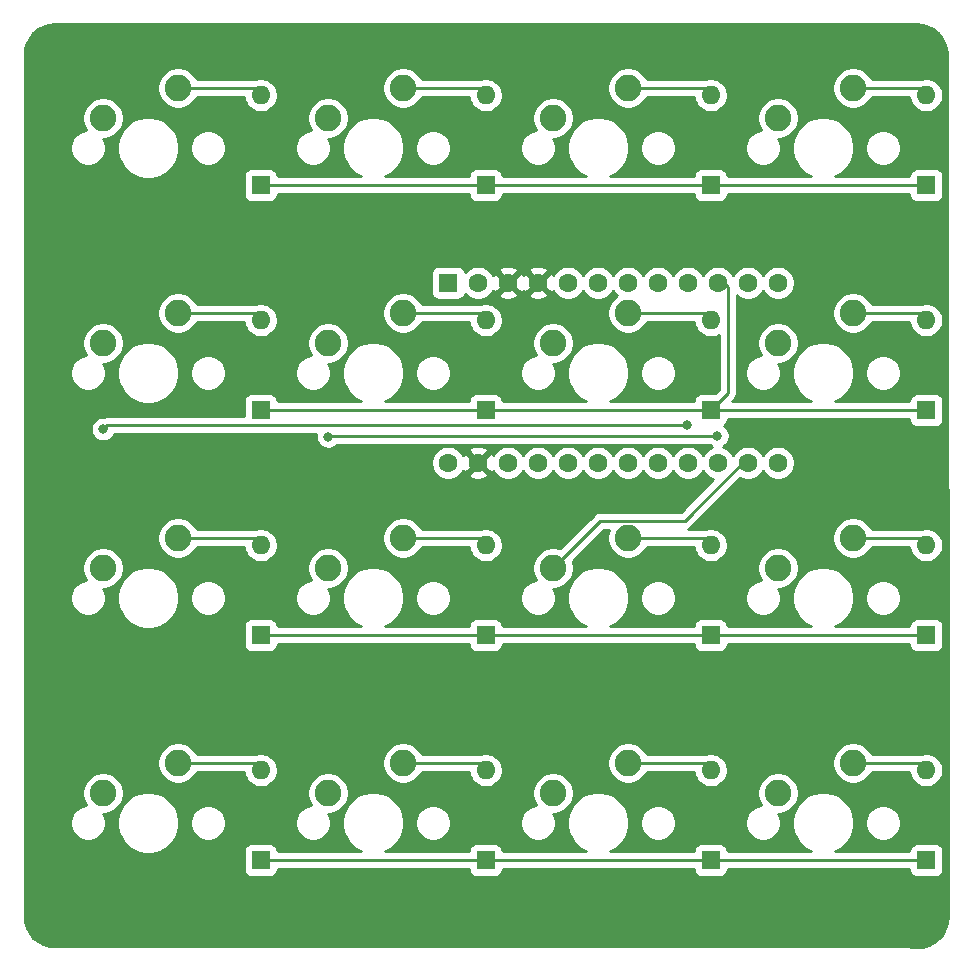
<source format=gtl>
%TF.GenerationSoftware,KiCad,Pcbnew,(5.1.6)-1*%
%TF.CreationDate,2020-05-27T10:41:00-05:00*%
%TF.ProjectId,cerkit16,6365726b-6974-4313-962e-6b696361645f,rev?*%
%TF.SameCoordinates,Original*%
%TF.FileFunction,Copper,L1,Top*%
%TF.FilePolarity,Positive*%
%FSLAX46Y46*%
G04 Gerber Fmt 4.6, Leading zero omitted, Abs format (unit mm)*
G04 Created by KiCad (PCBNEW (5.1.6)-1) date 2020-05-27 10:41:00*
%MOMM*%
%LPD*%
G01*
G04 APERTURE LIST*
%TA.AperFunction,ComponentPad*%
%ADD10C,2.250000*%
%TD*%
%TA.AperFunction,ComponentPad*%
%ADD11C,1.600000*%
%TD*%
%TA.AperFunction,ComponentPad*%
%ADD12R,1.600000X1.600000*%
%TD*%
%TA.AperFunction,ComponentPad*%
%ADD13O,1.600000X1.600000*%
%TD*%
%TA.AperFunction,ViaPad*%
%ADD14C,0.800000*%
%TD*%
%TA.AperFunction,Conductor*%
%ADD15C,0.250000*%
%TD*%
%TA.AperFunction,Conductor*%
%ADD16C,0.254000*%
%TD*%
G04 APERTURE END LIST*
D10*
%TO.P,MX8,2*%
%TO.N,Net-(D8-Pad2)*%
X108902500Y-55245000D03*
%TO.P,MX8,1*%
%TO.N,COL3*%
X102552500Y-57785000D03*
%TD*%
%TO.P,MX11,2*%
%TO.N,Net-(D11-Pad2)*%
X89852500Y-74295000D03*
%TO.P,MX11,1*%
%TO.N,COL2*%
X83502500Y-76835000D03*
%TD*%
D11*
%TO.P,U1,24*%
%TO.N,RAW*%
X74612500Y-67945000D03*
%TO.P,U1,23*%
%TO.N,GND*%
X77152500Y-67945000D03*
%TO.P,U1,22*%
%TO.N,RST*%
X79692500Y-67945000D03*
%TO.P,U1,21*%
%TO.N,VCC*%
X82232500Y-67945000D03*
%TO.P,U1,20*%
%TO.N,Net-(U1-Pad20)*%
X84772500Y-67945000D03*
%TO.P,U1,19*%
%TO.N,Net-(U1-Pad19)*%
X87312500Y-67945000D03*
%TO.P,U1,18*%
%TO.N,Net-(U1-Pad18)*%
X89852500Y-67945000D03*
%TO.P,U1,17*%
%TO.N,Net-(U1-Pad17)*%
X92392500Y-67945000D03*
%TO.P,U1,16*%
%TO.N,COL0*%
X94932500Y-67945000D03*
%TO.P,U1,15*%
%TO.N,COL1*%
X97472500Y-67945000D03*
%TO.P,U1,14*%
%TO.N,COL2*%
X100012500Y-67945000D03*
%TO.P,U1,13*%
%TO.N,COL3*%
X102552500Y-67945000D03*
%TO.P,U1,12*%
%TO.N,ROW3*%
X102552500Y-52705000D03*
%TO.P,U1,11*%
%TO.N,ROW2*%
X100012500Y-52705000D03*
%TO.P,U1,10*%
%TO.N,ROW1*%
X97472500Y-52705000D03*
%TO.P,U1,9*%
%TO.N,ROW0*%
X94932500Y-52705000D03*
%TO.P,U1,8*%
%TO.N,Net-(U1-Pad8)*%
X92392500Y-52705000D03*
%TO.P,U1,7*%
%TO.N,Net-(U1-Pad7)*%
X89852500Y-52705000D03*
%TO.P,U1,6*%
%TO.N,Net-(U1-Pad6)*%
X87312500Y-52705000D03*
%TO.P,U1,5*%
%TO.N,Net-(U1-Pad5)*%
X84772500Y-52705000D03*
%TO.P,U1,4*%
%TO.N,GND*%
X82232500Y-52705000D03*
%TO.P,U1,3*%
X79692500Y-52705000D03*
%TO.P,U1,2*%
%TO.N,Net-(U1-Pad2)*%
X77152500Y-52705000D03*
D12*
%TO.P,U1,1*%
%TO.N,Net-(U1-Pad1)*%
X74612500Y-52705000D03*
%TD*%
D10*
%TO.P,MX16,2*%
%TO.N,Net-(D16-Pad2)*%
X108902500Y-93345000D03*
%TO.P,MX16,1*%
%TO.N,COL3*%
X102552500Y-95885000D03*
%TD*%
%TO.P,MX15,2*%
%TO.N,Net-(D15-Pad2)*%
X89852500Y-93345000D03*
%TO.P,MX15,1*%
%TO.N,COL2*%
X83502500Y-95885000D03*
%TD*%
%TO.P,MX14,2*%
%TO.N,Net-(D14-Pad2)*%
X70802500Y-93345000D03*
%TO.P,MX14,1*%
%TO.N,COL1*%
X64452500Y-95885000D03*
%TD*%
%TO.P,MX13,2*%
%TO.N,Net-(D13-Pad2)*%
X51752500Y-93345000D03*
%TO.P,MX13,1*%
%TO.N,COL0*%
X45402500Y-95885000D03*
%TD*%
%TO.P,MX12,2*%
%TO.N,Net-(D12-Pad2)*%
X108902500Y-74295000D03*
%TO.P,MX12,1*%
%TO.N,COL3*%
X102552500Y-76835000D03*
%TD*%
%TO.P,MX10,2*%
%TO.N,Net-(D10-Pad2)*%
X70802500Y-74295000D03*
%TO.P,MX10,1*%
%TO.N,COL1*%
X64452500Y-76835000D03*
%TD*%
%TO.P,MX9,2*%
%TO.N,Net-(D9-Pad2)*%
X51752500Y-74295000D03*
%TO.P,MX9,1*%
%TO.N,COL0*%
X45402500Y-76835000D03*
%TD*%
%TO.P,MX7,2*%
%TO.N,Net-(D7-Pad2)*%
X89852500Y-55245000D03*
%TO.P,MX7,1*%
%TO.N,COL2*%
X83502500Y-57785000D03*
%TD*%
%TO.P,MX6,2*%
%TO.N,Net-(D6-Pad2)*%
X70802500Y-55245000D03*
%TO.P,MX6,1*%
%TO.N,COL1*%
X64452500Y-57785000D03*
%TD*%
%TO.P,MX5,2*%
%TO.N,Net-(D5-Pad2)*%
X51752500Y-55245000D03*
%TO.P,MX5,1*%
%TO.N,COL0*%
X45402500Y-57785000D03*
%TD*%
%TO.P,MX4,2*%
%TO.N,Net-(D4-Pad2)*%
X108902500Y-36195000D03*
%TO.P,MX4,1*%
%TO.N,COL3*%
X102552500Y-38735000D03*
%TD*%
%TO.P,MX3,2*%
%TO.N,Net-(D3-Pad2)*%
X89852500Y-36195000D03*
%TO.P,MX3,1*%
%TO.N,COL2*%
X83502500Y-38735000D03*
%TD*%
%TO.P,MX2,2*%
%TO.N,Net-(D2-Pad2)*%
X70802500Y-36195000D03*
%TO.P,MX2,1*%
%TO.N,COL1*%
X64452500Y-38735000D03*
%TD*%
%TO.P,MX1,2*%
%TO.N,Net-(D1-Pad2)*%
X51752500Y-36195000D03*
%TO.P,MX1,1*%
%TO.N,COL0*%
X45402500Y-38735000D03*
%TD*%
D13*
%TO.P,D16,2*%
%TO.N,Net-(D16-Pad2)*%
X115093750Y-93980000D03*
D12*
%TO.P,D16,1*%
%TO.N,ROW3*%
X115093750Y-101600000D03*
%TD*%
D13*
%TO.P,D15,2*%
%TO.N,Net-(D15-Pad2)*%
X96837500Y-93980000D03*
D12*
%TO.P,D15,1*%
%TO.N,ROW3*%
X96837500Y-101600000D03*
%TD*%
D13*
%TO.P,D14,2*%
%TO.N,Net-(D14-Pad2)*%
X77787500Y-93980000D03*
D12*
%TO.P,D14,1*%
%TO.N,ROW3*%
X77787500Y-101600000D03*
%TD*%
D13*
%TO.P,D13,2*%
%TO.N,Net-(D13-Pad2)*%
X58737500Y-93980000D03*
D12*
%TO.P,D13,1*%
%TO.N,ROW3*%
X58737500Y-101600000D03*
%TD*%
D13*
%TO.P,D12,2*%
%TO.N,Net-(D12-Pad2)*%
X115093750Y-74930000D03*
D12*
%TO.P,D12,1*%
%TO.N,ROW2*%
X115093750Y-82550000D03*
%TD*%
D13*
%TO.P,D11,2*%
%TO.N,Net-(D11-Pad2)*%
X96837500Y-74930000D03*
D12*
%TO.P,D11,1*%
%TO.N,ROW2*%
X96837500Y-82550000D03*
%TD*%
D13*
%TO.P,D10,2*%
%TO.N,Net-(D10-Pad2)*%
X77787500Y-74930000D03*
D12*
%TO.P,D10,1*%
%TO.N,ROW2*%
X77787500Y-82550000D03*
%TD*%
D13*
%TO.P,D9,2*%
%TO.N,Net-(D9-Pad2)*%
X58737500Y-74930000D03*
D12*
%TO.P,D9,1*%
%TO.N,ROW2*%
X58737500Y-82550000D03*
%TD*%
D13*
%TO.P,D8,2*%
%TO.N,Net-(D8-Pad2)*%
X115093750Y-55880000D03*
D12*
%TO.P,D8,1*%
%TO.N,ROW1*%
X115093750Y-63500000D03*
%TD*%
D13*
%TO.P,D7,2*%
%TO.N,Net-(D7-Pad2)*%
X96837500Y-55880000D03*
D12*
%TO.P,D7,1*%
%TO.N,ROW1*%
X96837500Y-63500000D03*
%TD*%
D13*
%TO.P,D6,2*%
%TO.N,Net-(D6-Pad2)*%
X77787500Y-55880000D03*
D12*
%TO.P,D6,1*%
%TO.N,ROW1*%
X77787500Y-63500000D03*
%TD*%
D13*
%TO.P,D5,2*%
%TO.N,Net-(D5-Pad2)*%
X58737500Y-55880000D03*
D12*
%TO.P,D5,1*%
%TO.N,ROW1*%
X58737500Y-63500000D03*
%TD*%
D13*
%TO.P,D4,2*%
%TO.N,Net-(D4-Pad2)*%
X115093750Y-36830000D03*
D12*
%TO.P,D4,1*%
%TO.N,ROW0*%
X115093750Y-44450000D03*
%TD*%
D13*
%TO.P,D3,2*%
%TO.N,Net-(D3-Pad2)*%
X96837500Y-36830000D03*
D12*
%TO.P,D3,1*%
%TO.N,ROW0*%
X96837500Y-44450000D03*
%TD*%
D13*
%TO.P,D2,2*%
%TO.N,Net-(D2-Pad2)*%
X77787500Y-36830000D03*
D12*
%TO.P,D2,1*%
%TO.N,ROW0*%
X77787500Y-44450000D03*
%TD*%
D13*
%TO.P,D1,2*%
%TO.N,Net-(D1-Pad2)*%
X58737500Y-36830000D03*
D12*
%TO.P,D1,1*%
%TO.N,ROW0*%
X58737500Y-44450000D03*
%TD*%
D14*
%TO.N,COL0*%
X94869000Y-64770000D03*
X45402500Y-65087500D03*
%TO.N,COL1*%
X97409000Y-65659000D03*
X64452500Y-65722500D03*
%TD*%
D15*
%TO.N,Net-(D1-Pad2)*%
X58102500Y-36195000D02*
X58737500Y-36830000D01*
X51752500Y-36195000D02*
X58102500Y-36195000D01*
%TO.N,ROW0*%
X58737500Y-44450000D02*
X77787500Y-44450000D01*
X77787500Y-44450000D02*
X96837500Y-44450000D01*
X115093750Y-44450000D02*
X96837500Y-44450000D01*
%TO.N,Net-(D2-Pad2)*%
X77152500Y-36195000D02*
X77787500Y-36830000D01*
X70802500Y-36195000D02*
X77152500Y-36195000D01*
%TO.N,Net-(D3-Pad2)*%
X96202500Y-36195000D02*
X96837500Y-36830000D01*
X89852500Y-36195000D02*
X96202500Y-36195000D01*
%TO.N,Net-(D4-Pad2)*%
X114458750Y-36195000D02*
X115093750Y-36830000D01*
X108902500Y-36195000D02*
X114458750Y-36195000D01*
%TO.N,Net-(D5-Pad2)*%
X58102500Y-55245000D02*
X58737500Y-55880000D01*
X51752500Y-55245000D02*
X58102500Y-55245000D01*
%TO.N,ROW1*%
X96837500Y-63500000D02*
X77787500Y-63500000D01*
X77787500Y-63500000D02*
X58737500Y-63500000D01*
X98272499Y-62065001D02*
X96837500Y-63500000D01*
X98272499Y-53028749D02*
X98272499Y-62065001D01*
X97472500Y-52228750D02*
X98272499Y-53028749D01*
X96837500Y-63500000D02*
X115093750Y-63500000D01*
%TO.N,Net-(D6-Pad2)*%
X77152500Y-55245000D02*
X77787500Y-55880000D01*
X70802500Y-55245000D02*
X77152500Y-55245000D01*
%TO.N,Net-(D7-Pad2)*%
X96202500Y-55245000D02*
X96837500Y-55880000D01*
X89852500Y-55245000D02*
X96202500Y-55245000D01*
%TO.N,Net-(D8-Pad2)*%
X114458750Y-55245000D02*
X115093750Y-55880000D01*
X108902500Y-55245000D02*
X114458750Y-55245000D01*
%TO.N,Net-(D9-Pad2)*%
X58102500Y-74295000D02*
X58737500Y-74930000D01*
X51752500Y-74295000D02*
X58102500Y-74295000D01*
%TO.N,ROW2*%
X96837500Y-82550000D02*
X77787500Y-82550000D01*
X77787500Y-82550000D02*
X58737500Y-82550000D01*
X96837500Y-82550000D02*
X115093750Y-82550000D01*
%TO.N,Net-(D10-Pad2)*%
X77152500Y-74295000D02*
X77787500Y-74930000D01*
X70802500Y-74295000D02*
X77152500Y-74295000D01*
%TO.N,Net-(D11-Pad2)*%
X96202500Y-74295000D02*
X96837500Y-74930000D01*
X89852500Y-74295000D02*
X96202500Y-74295000D01*
%TO.N,Net-(D12-Pad2)*%
X114458750Y-74295000D02*
X115093750Y-74930000D01*
X108902500Y-74295000D02*
X114458750Y-74295000D01*
%TO.N,Net-(D13-Pad2)*%
X58102500Y-93345000D02*
X58737500Y-93980000D01*
X51752500Y-93345000D02*
X58102500Y-93345000D01*
%TO.N,ROW3*%
X58737500Y-101600000D02*
X77787500Y-101600000D01*
X77787500Y-101600000D02*
X96837500Y-101600000D01*
X96837500Y-101600000D02*
X115093750Y-101600000D01*
%TO.N,Net-(D14-Pad2)*%
X77152500Y-93345000D02*
X77787500Y-93980000D01*
X70802500Y-93345000D02*
X77152500Y-93345000D01*
%TO.N,Net-(D15-Pad2)*%
X96202500Y-93345000D02*
X96837500Y-93980000D01*
X89852500Y-93345000D02*
X96202500Y-93345000D01*
%TO.N,Net-(D16-Pad2)*%
X114458750Y-93345000D02*
X115093750Y-93980000D01*
X108902500Y-93345000D02*
X114458750Y-93345000D01*
%TO.N,COL0*%
X45720000Y-64770000D02*
X45402500Y-65087500D01*
X91567000Y-64770000D02*
X94869000Y-64770000D01*
X91567000Y-64770000D02*
X45720000Y-64770000D01*
X91757500Y-64770000D02*
X91567000Y-64770000D01*
%TO.N,COL1*%
X64516000Y-65659000D02*
X64452500Y-65722500D01*
X97409000Y-65659000D02*
X64516000Y-65659000D01*
%TO.N,COL2*%
X94636251Y-72844999D02*
X100012500Y-67468750D01*
X87492501Y-72844999D02*
X94636251Y-72844999D01*
X83502500Y-76835000D02*
X87492501Y-72844999D01*
%TD*%
D16*
%TO.N,GND*%
G36*
X114787884Y-30873502D02*
G01*
X115257188Y-31015194D01*
X115690025Y-31245337D01*
X116069927Y-31555178D01*
X116382403Y-31932897D01*
X116615569Y-32364127D01*
X116760532Y-32832428D01*
X116815018Y-33350825D01*
X116912671Y-106330662D01*
X116859851Y-106869361D01*
X116712649Y-107356919D01*
X116473549Y-107806602D01*
X116151658Y-108201279D01*
X115759245Y-108525911D01*
X115311241Y-108768147D01*
X114824721Y-108918750D01*
X114318223Y-108971985D01*
X113788026Y-108923733D01*
X113673253Y-108898461D01*
X113635633Y-108887049D01*
X113538669Y-108877499D01*
X41307288Y-108877501D01*
X40787117Y-108826498D01*
X40317814Y-108684807D01*
X39884972Y-108454661D01*
X39505073Y-108144823D01*
X39192594Y-107767100D01*
X38959431Y-107335873D01*
X38814468Y-106867573D01*
X38760000Y-106349347D01*
X38760000Y-98276278D01*
X42622500Y-98276278D01*
X42622500Y-98573722D01*
X42680529Y-98865451D01*
X42794356Y-99140253D01*
X42959607Y-99387569D01*
X43169931Y-99597893D01*
X43417247Y-99763144D01*
X43692049Y-99876971D01*
X43983778Y-99935000D01*
X44281222Y-99935000D01*
X44572951Y-99876971D01*
X44847753Y-99763144D01*
X45095069Y-99597893D01*
X45305393Y-99387569D01*
X45470644Y-99140253D01*
X45584471Y-98865451D01*
X45642500Y-98573722D01*
X45642500Y-98276278D01*
X45620580Y-98166076D01*
X46583600Y-98166076D01*
X46583600Y-98683924D01*
X46684627Y-99191822D01*
X46882799Y-99670251D01*
X47170500Y-100100826D01*
X47536674Y-100467000D01*
X47967249Y-100754701D01*
X48445678Y-100952873D01*
X48953576Y-101053900D01*
X49471424Y-101053900D01*
X49979322Y-100952873D01*
X50348389Y-100800000D01*
X57299428Y-100800000D01*
X57299428Y-102400000D01*
X57311688Y-102524482D01*
X57347998Y-102644180D01*
X57406963Y-102754494D01*
X57486315Y-102851185D01*
X57583006Y-102930537D01*
X57693320Y-102989502D01*
X57813018Y-103025812D01*
X57937500Y-103038072D01*
X59537500Y-103038072D01*
X59661982Y-103025812D01*
X59781680Y-102989502D01*
X59891994Y-102930537D01*
X59988685Y-102851185D01*
X60068037Y-102754494D01*
X60127002Y-102644180D01*
X60163312Y-102524482D01*
X60175572Y-102400000D01*
X60175572Y-102360000D01*
X76349428Y-102360000D01*
X76349428Y-102400000D01*
X76361688Y-102524482D01*
X76397998Y-102644180D01*
X76456963Y-102754494D01*
X76536315Y-102851185D01*
X76633006Y-102930537D01*
X76743320Y-102989502D01*
X76863018Y-103025812D01*
X76987500Y-103038072D01*
X78587500Y-103038072D01*
X78711982Y-103025812D01*
X78831680Y-102989502D01*
X78941994Y-102930537D01*
X79038685Y-102851185D01*
X79118037Y-102754494D01*
X79177002Y-102644180D01*
X79213312Y-102524482D01*
X79225572Y-102400000D01*
X79225572Y-102360000D01*
X95399428Y-102360000D01*
X95399428Y-102400000D01*
X95411688Y-102524482D01*
X95447998Y-102644180D01*
X95506963Y-102754494D01*
X95586315Y-102851185D01*
X95683006Y-102930537D01*
X95793320Y-102989502D01*
X95913018Y-103025812D01*
X96037500Y-103038072D01*
X97637500Y-103038072D01*
X97761982Y-103025812D01*
X97881680Y-102989502D01*
X97991994Y-102930537D01*
X98088685Y-102851185D01*
X98168037Y-102754494D01*
X98227002Y-102644180D01*
X98263312Y-102524482D01*
X98275572Y-102400000D01*
X98275572Y-102360000D01*
X113655678Y-102360000D01*
X113655678Y-102400000D01*
X113667938Y-102524482D01*
X113704248Y-102644180D01*
X113763213Y-102754494D01*
X113842565Y-102851185D01*
X113939256Y-102930537D01*
X114049570Y-102989502D01*
X114169268Y-103025812D01*
X114293750Y-103038072D01*
X115893750Y-103038072D01*
X116018232Y-103025812D01*
X116137930Y-102989502D01*
X116248244Y-102930537D01*
X116344935Y-102851185D01*
X116424287Y-102754494D01*
X116483252Y-102644180D01*
X116519562Y-102524482D01*
X116531822Y-102400000D01*
X116531822Y-100800000D01*
X116519562Y-100675518D01*
X116483252Y-100555820D01*
X116424287Y-100445506D01*
X116344935Y-100348815D01*
X116248244Y-100269463D01*
X116137930Y-100210498D01*
X116018232Y-100174188D01*
X115893750Y-100161928D01*
X114293750Y-100161928D01*
X114169268Y-100174188D01*
X114049570Y-100210498D01*
X113939256Y-100269463D01*
X113842565Y-100348815D01*
X113763213Y-100445506D01*
X113704248Y-100555820D01*
X113667938Y-100675518D01*
X113655678Y-100800000D01*
X113655678Y-100840000D01*
X107401821Y-100840000D01*
X107607751Y-100754701D01*
X108038326Y-100467000D01*
X108404500Y-100100826D01*
X108692201Y-99670251D01*
X108890373Y-99191822D01*
X108991400Y-98683924D01*
X108991400Y-98276278D01*
X109932500Y-98276278D01*
X109932500Y-98573722D01*
X109990529Y-98865451D01*
X110104356Y-99140253D01*
X110269607Y-99387569D01*
X110479931Y-99597893D01*
X110727247Y-99763144D01*
X111002049Y-99876971D01*
X111293778Y-99935000D01*
X111591222Y-99935000D01*
X111882951Y-99876971D01*
X112157753Y-99763144D01*
X112405069Y-99597893D01*
X112615393Y-99387569D01*
X112780644Y-99140253D01*
X112894471Y-98865451D01*
X112952500Y-98573722D01*
X112952500Y-98276278D01*
X112894471Y-97984549D01*
X112780644Y-97709747D01*
X112615393Y-97462431D01*
X112405069Y-97252107D01*
X112157753Y-97086856D01*
X111882951Y-96973029D01*
X111591222Y-96915000D01*
X111293778Y-96915000D01*
X111002049Y-96973029D01*
X110727247Y-97086856D01*
X110479931Y-97252107D01*
X110269607Y-97462431D01*
X110104356Y-97709747D01*
X109990529Y-97984549D01*
X109932500Y-98276278D01*
X108991400Y-98276278D01*
X108991400Y-98166076D01*
X108890373Y-97658178D01*
X108692201Y-97179749D01*
X108404500Y-96749174D01*
X108038326Y-96383000D01*
X107607751Y-96095299D01*
X107129322Y-95897127D01*
X106621424Y-95796100D01*
X106103576Y-95796100D01*
X105595678Y-95897127D01*
X105117249Y-96095299D01*
X104686674Y-96383000D01*
X104320500Y-96749174D01*
X104032799Y-97179749D01*
X103834627Y-97658178D01*
X103733600Y-98166076D01*
X103733600Y-98683924D01*
X103834627Y-99191822D01*
X104032799Y-99670251D01*
X104320500Y-100100826D01*
X104686674Y-100467000D01*
X105117249Y-100754701D01*
X105323179Y-100840000D01*
X98275572Y-100840000D01*
X98275572Y-100800000D01*
X98263312Y-100675518D01*
X98227002Y-100555820D01*
X98168037Y-100445506D01*
X98088685Y-100348815D01*
X97991994Y-100269463D01*
X97881680Y-100210498D01*
X97761982Y-100174188D01*
X97637500Y-100161928D01*
X96037500Y-100161928D01*
X95913018Y-100174188D01*
X95793320Y-100210498D01*
X95683006Y-100269463D01*
X95586315Y-100348815D01*
X95506963Y-100445506D01*
X95447998Y-100555820D01*
X95411688Y-100675518D01*
X95399428Y-100800000D01*
X95399428Y-100840000D01*
X88351821Y-100840000D01*
X88557751Y-100754701D01*
X88988326Y-100467000D01*
X89354500Y-100100826D01*
X89642201Y-99670251D01*
X89840373Y-99191822D01*
X89941400Y-98683924D01*
X89941400Y-98276278D01*
X90882500Y-98276278D01*
X90882500Y-98573722D01*
X90940529Y-98865451D01*
X91054356Y-99140253D01*
X91219607Y-99387569D01*
X91429931Y-99597893D01*
X91677247Y-99763144D01*
X91952049Y-99876971D01*
X92243778Y-99935000D01*
X92541222Y-99935000D01*
X92832951Y-99876971D01*
X93107753Y-99763144D01*
X93355069Y-99597893D01*
X93565393Y-99387569D01*
X93730644Y-99140253D01*
X93844471Y-98865451D01*
X93902500Y-98573722D01*
X93902500Y-98276278D01*
X99772500Y-98276278D01*
X99772500Y-98573722D01*
X99830529Y-98865451D01*
X99944356Y-99140253D01*
X100109607Y-99387569D01*
X100319931Y-99597893D01*
X100567247Y-99763144D01*
X100842049Y-99876971D01*
X101133778Y-99935000D01*
X101431222Y-99935000D01*
X101722951Y-99876971D01*
X101997753Y-99763144D01*
X102245069Y-99597893D01*
X102455393Y-99387569D01*
X102620644Y-99140253D01*
X102734471Y-98865451D01*
X102792500Y-98573722D01*
X102792500Y-98276278D01*
X102734471Y-97984549D01*
X102620644Y-97709747D01*
X102577382Y-97645000D01*
X102725845Y-97645000D01*
X103065873Y-97577364D01*
X103386173Y-97444692D01*
X103674435Y-97252081D01*
X103919581Y-97006935D01*
X104112192Y-96718673D01*
X104244864Y-96398373D01*
X104312500Y-96058345D01*
X104312500Y-95711655D01*
X104244864Y-95371627D01*
X104112192Y-95051327D01*
X103919581Y-94763065D01*
X103674435Y-94517919D01*
X103386173Y-94325308D01*
X103065873Y-94192636D01*
X102725845Y-94125000D01*
X102379155Y-94125000D01*
X102039127Y-94192636D01*
X101718827Y-94325308D01*
X101430565Y-94517919D01*
X101185419Y-94763065D01*
X100992808Y-95051327D01*
X100860136Y-95371627D01*
X100792500Y-95711655D01*
X100792500Y-96058345D01*
X100860136Y-96398373D01*
X100992808Y-96718673D01*
X101125138Y-96916719D01*
X100842049Y-96973029D01*
X100567247Y-97086856D01*
X100319931Y-97252107D01*
X100109607Y-97462431D01*
X99944356Y-97709747D01*
X99830529Y-97984549D01*
X99772500Y-98276278D01*
X93902500Y-98276278D01*
X93844471Y-97984549D01*
X93730644Y-97709747D01*
X93565393Y-97462431D01*
X93355069Y-97252107D01*
X93107753Y-97086856D01*
X92832951Y-96973029D01*
X92541222Y-96915000D01*
X92243778Y-96915000D01*
X91952049Y-96973029D01*
X91677247Y-97086856D01*
X91429931Y-97252107D01*
X91219607Y-97462431D01*
X91054356Y-97709747D01*
X90940529Y-97984549D01*
X90882500Y-98276278D01*
X89941400Y-98276278D01*
X89941400Y-98166076D01*
X89840373Y-97658178D01*
X89642201Y-97179749D01*
X89354500Y-96749174D01*
X88988326Y-96383000D01*
X88557751Y-96095299D01*
X88079322Y-95897127D01*
X87571424Y-95796100D01*
X87053576Y-95796100D01*
X86545678Y-95897127D01*
X86067249Y-96095299D01*
X85636674Y-96383000D01*
X85270500Y-96749174D01*
X84982799Y-97179749D01*
X84784627Y-97658178D01*
X84683600Y-98166076D01*
X84683600Y-98683924D01*
X84784627Y-99191822D01*
X84982799Y-99670251D01*
X85270500Y-100100826D01*
X85636674Y-100467000D01*
X86067249Y-100754701D01*
X86273179Y-100840000D01*
X79225572Y-100840000D01*
X79225572Y-100800000D01*
X79213312Y-100675518D01*
X79177002Y-100555820D01*
X79118037Y-100445506D01*
X79038685Y-100348815D01*
X78941994Y-100269463D01*
X78831680Y-100210498D01*
X78711982Y-100174188D01*
X78587500Y-100161928D01*
X76987500Y-100161928D01*
X76863018Y-100174188D01*
X76743320Y-100210498D01*
X76633006Y-100269463D01*
X76536315Y-100348815D01*
X76456963Y-100445506D01*
X76397998Y-100555820D01*
X76361688Y-100675518D01*
X76349428Y-100800000D01*
X76349428Y-100840000D01*
X69301821Y-100840000D01*
X69507751Y-100754701D01*
X69938326Y-100467000D01*
X70304500Y-100100826D01*
X70592201Y-99670251D01*
X70790373Y-99191822D01*
X70891400Y-98683924D01*
X70891400Y-98276278D01*
X71832500Y-98276278D01*
X71832500Y-98573722D01*
X71890529Y-98865451D01*
X72004356Y-99140253D01*
X72169607Y-99387569D01*
X72379931Y-99597893D01*
X72627247Y-99763144D01*
X72902049Y-99876971D01*
X73193778Y-99935000D01*
X73491222Y-99935000D01*
X73782951Y-99876971D01*
X74057753Y-99763144D01*
X74305069Y-99597893D01*
X74515393Y-99387569D01*
X74680644Y-99140253D01*
X74794471Y-98865451D01*
X74852500Y-98573722D01*
X74852500Y-98276278D01*
X80722500Y-98276278D01*
X80722500Y-98573722D01*
X80780529Y-98865451D01*
X80894356Y-99140253D01*
X81059607Y-99387569D01*
X81269931Y-99597893D01*
X81517247Y-99763144D01*
X81792049Y-99876971D01*
X82083778Y-99935000D01*
X82381222Y-99935000D01*
X82672951Y-99876971D01*
X82947753Y-99763144D01*
X83195069Y-99597893D01*
X83405393Y-99387569D01*
X83570644Y-99140253D01*
X83684471Y-98865451D01*
X83742500Y-98573722D01*
X83742500Y-98276278D01*
X83684471Y-97984549D01*
X83570644Y-97709747D01*
X83527382Y-97645000D01*
X83675845Y-97645000D01*
X84015873Y-97577364D01*
X84336173Y-97444692D01*
X84624435Y-97252081D01*
X84869581Y-97006935D01*
X85062192Y-96718673D01*
X85194864Y-96398373D01*
X85262500Y-96058345D01*
X85262500Y-95711655D01*
X85194864Y-95371627D01*
X85062192Y-95051327D01*
X84869581Y-94763065D01*
X84624435Y-94517919D01*
X84336173Y-94325308D01*
X84015873Y-94192636D01*
X83675845Y-94125000D01*
X83329155Y-94125000D01*
X82989127Y-94192636D01*
X82668827Y-94325308D01*
X82380565Y-94517919D01*
X82135419Y-94763065D01*
X81942808Y-95051327D01*
X81810136Y-95371627D01*
X81742500Y-95711655D01*
X81742500Y-96058345D01*
X81810136Y-96398373D01*
X81942808Y-96718673D01*
X82075138Y-96916719D01*
X81792049Y-96973029D01*
X81517247Y-97086856D01*
X81269931Y-97252107D01*
X81059607Y-97462431D01*
X80894356Y-97709747D01*
X80780529Y-97984549D01*
X80722500Y-98276278D01*
X74852500Y-98276278D01*
X74794471Y-97984549D01*
X74680644Y-97709747D01*
X74515393Y-97462431D01*
X74305069Y-97252107D01*
X74057753Y-97086856D01*
X73782951Y-96973029D01*
X73491222Y-96915000D01*
X73193778Y-96915000D01*
X72902049Y-96973029D01*
X72627247Y-97086856D01*
X72379931Y-97252107D01*
X72169607Y-97462431D01*
X72004356Y-97709747D01*
X71890529Y-97984549D01*
X71832500Y-98276278D01*
X70891400Y-98276278D01*
X70891400Y-98166076D01*
X70790373Y-97658178D01*
X70592201Y-97179749D01*
X70304500Y-96749174D01*
X69938326Y-96383000D01*
X69507751Y-96095299D01*
X69029322Y-95897127D01*
X68521424Y-95796100D01*
X68003576Y-95796100D01*
X67495678Y-95897127D01*
X67017249Y-96095299D01*
X66586674Y-96383000D01*
X66220500Y-96749174D01*
X65932799Y-97179749D01*
X65734627Y-97658178D01*
X65633600Y-98166076D01*
X65633600Y-98683924D01*
X65734627Y-99191822D01*
X65932799Y-99670251D01*
X66220500Y-100100826D01*
X66586674Y-100467000D01*
X67017249Y-100754701D01*
X67223179Y-100840000D01*
X60175572Y-100840000D01*
X60175572Y-100800000D01*
X60163312Y-100675518D01*
X60127002Y-100555820D01*
X60068037Y-100445506D01*
X59988685Y-100348815D01*
X59891994Y-100269463D01*
X59781680Y-100210498D01*
X59661982Y-100174188D01*
X59537500Y-100161928D01*
X57937500Y-100161928D01*
X57813018Y-100174188D01*
X57693320Y-100210498D01*
X57583006Y-100269463D01*
X57486315Y-100348815D01*
X57406963Y-100445506D01*
X57347998Y-100555820D01*
X57311688Y-100675518D01*
X57299428Y-100800000D01*
X50348389Y-100800000D01*
X50457751Y-100754701D01*
X50888326Y-100467000D01*
X51254500Y-100100826D01*
X51542201Y-99670251D01*
X51740373Y-99191822D01*
X51841400Y-98683924D01*
X51841400Y-98276278D01*
X52782500Y-98276278D01*
X52782500Y-98573722D01*
X52840529Y-98865451D01*
X52954356Y-99140253D01*
X53119607Y-99387569D01*
X53329931Y-99597893D01*
X53577247Y-99763144D01*
X53852049Y-99876971D01*
X54143778Y-99935000D01*
X54441222Y-99935000D01*
X54732951Y-99876971D01*
X55007753Y-99763144D01*
X55255069Y-99597893D01*
X55465393Y-99387569D01*
X55630644Y-99140253D01*
X55744471Y-98865451D01*
X55802500Y-98573722D01*
X55802500Y-98276278D01*
X61672500Y-98276278D01*
X61672500Y-98573722D01*
X61730529Y-98865451D01*
X61844356Y-99140253D01*
X62009607Y-99387569D01*
X62219931Y-99597893D01*
X62467247Y-99763144D01*
X62742049Y-99876971D01*
X63033778Y-99935000D01*
X63331222Y-99935000D01*
X63622951Y-99876971D01*
X63897753Y-99763144D01*
X64145069Y-99597893D01*
X64355393Y-99387569D01*
X64520644Y-99140253D01*
X64634471Y-98865451D01*
X64692500Y-98573722D01*
X64692500Y-98276278D01*
X64634471Y-97984549D01*
X64520644Y-97709747D01*
X64477382Y-97645000D01*
X64625845Y-97645000D01*
X64965873Y-97577364D01*
X65286173Y-97444692D01*
X65574435Y-97252081D01*
X65819581Y-97006935D01*
X66012192Y-96718673D01*
X66144864Y-96398373D01*
X66212500Y-96058345D01*
X66212500Y-95711655D01*
X66144864Y-95371627D01*
X66012192Y-95051327D01*
X65819581Y-94763065D01*
X65574435Y-94517919D01*
X65286173Y-94325308D01*
X64965873Y-94192636D01*
X64625845Y-94125000D01*
X64279155Y-94125000D01*
X63939127Y-94192636D01*
X63618827Y-94325308D01*
X63330565Y-94517919D01*
X63085419Y-94763065D01*
X62892808Y-95051327D01*
X62760136Y-95371627D01*
X62692500Y-95711655D01*
X62692500Y-96058345D01*
X62760136Y-96398373D01*
X62892808Y-96718673D01*
X63025138Y-96916719D01*
X62742049Y-96973029D01*
X62467247Y-97086856D01*
X62219931Y-97252107D01*
X62009607Y-97462431D01*
X61844356Y-97709747D01*
X61730529Y-97984549D01*
X61672500Y-98276278D01*
X55802500Y-98276278D01*
X55744471Y-97984549D01*
X55630644Y-97709747D01*
X55465393Y-97462431D01*
X55255069Y-97252107D01*
X55007753Y-97086856D01*
X54732951Y-96973029D01*
X54441222Y-96915000D01*
X54143778Y-96915000D01*
X53852049Y-96973029D01*
X53577247Y-97086856D01*
X53329931Y-97252107D01*
X53119607Y-97462431D01*
X52954356Y-97709747D01*
X52840529Y-97984549D01*
X52782500Y-98276278D01*
X51841400Y-98276278D01*
X51841400Y-98166076D01*
X51740373Y-97658178D01*
X51542201Y-97179749D01*
X51254500Y-96749174D01*
X50888326Y-96383000D01*
X50457751Y-96095299D01*
X49979322Y-95897127D01*
X49471424Y-95796100D01*
X48953576Y-95796100D01*
X48445678Y-95897127D01*
X47967249Y-96095299D01*
X47536674Y-96383000D01*
X47170500Y-96749174D01*
X46882799Y-97179749D01*
X46684627Y-97658178D01*
X46583600Y-98166076D01*
X45620580Y-98166076D01*
X45584471Y-97984549D01*
X45470644Y-97709747D01*
X45427382Y-97645000D01*
X45575845Y-97645000D01*
X45915873Y-97577364D01*
X46236173Y-97444692D01*
X46524435Y-97252081D01*
X46769581Y-97006935D01*
X46962192Y-96718673D01*
X47094864Y-96398373D01*
X47162500Y-96058345D01*
X47162500Y-95711655D01*
X47094864Y-95371627D01*
X46962192Y-95051327D01*
X46769581Y-94763065D01*
X46524435Y-94517919D01*
X46236173Y-94325308D01*
X45915873Y-94192636D01*
X45575845Y-94125000D01*
X45229155Y-94125000D01*
X44889127Y-94192636D01*
X44568827Y-94325308D01*
X44280565Y-94517919D01*
X44035419Y-94763065D01*
X43842808Y-95051327D01*
X43710136Y-95371627D01*
X43642500Y-95711655D01*
X43642500Y-96058345D01*
X43710136Y-96398373D01*
X43842808Y-96718673D01*
X43975138Y-96916719D01*
X43692049Y-96973029D01*
X43417247Y-97086856D01*
X43169931Y-97252107D01*
X42959607Y-97462431D01*
X42794356Y-97709747D01*
X42680529Y-97984549D01*
X42622500Y-98276278D01*
X38760000Y-98276278D01*
X38760000Y-93171655D01*
X49992500Y-93171655D01*
X49992500Y-93518345D01*
X50060136Y-93858373D01*
X50192808Y-94178673D01*
X50385419Y-94466935D01*
X50630565Y-94712081D01*
X50918827Y-94904692D01*
X51239127Y-95037364D01*
X51579155Y-95105000D01*
X51925845Y-95105000D01*
X52265873Y-95037364D01*
X52586173Y-94904692D01*
X52874435Y-94712081D01*
X53119581Y-94466935D01*
X53312192Y-94178673D01*
X53342708Y-94105000D01*
X57302500Y-94105000D01*
X57302500Y-94121335D01*
X57357647Y-94398574D01*
X57465820Y-94659727D01*
X57622863Y-94894759D01*
X57822741Y-95094637D01*
X58057773Y-95251680D01*
X58318926Y-95359853D01*
X58596165Y-95415000D01*
X58878835Y-95415000D01*
X59156074Y-95359853D01*
X59417227Y-95251680D01*
X59652259Y-95094637D01*
X59852137Y-94894759D01*
X60009180Y-94659727D01*
X60117353Y-94398574D01*
X60172500Y-94121335D01*
X60172500Y-93838665D01*
X60117353Y-93561426D01*
X60009180Y-93300273D01*
X59923241Y-93171655D01*
X69042500Y-93171655D01*
X69042500Y-93518345D01*
X69110136Y-93858373D01*
X69242808Y-94178673D01*
X69435419Y-94466935D01*
X69680565Y-94712081D01*
X69968827Y-94904692D01*
X70289127Y-95037364D01*
X70629155Y-95105000D01*
X70975845Y-95105000D01*
X71315873Y-95037364D01*
X71636173Y-94904692D01*
X71924435Y-94712081D01*
X72169581Y-94466935D01*
X72362192Y-94178673D01*
X72392708Y-94105000D01*
X76352500Y-94105000D01*
X76352500Y-94121335D01*
X76407647Y-94398574D01*
X76515820Y-94659727D01*
X76672863Y-94894759D01*
X76872741Y-95094637D01*
X77107773Y-95251680D01*
X77368926Y-95359853D01*
X77646165Y-95415000D01*
X77928835Y-95415000D01*
X78206074Y-95359853D01*
X78467227Y-95251680D01*
X78702259Y-95094637D01*
X78902137Y-94894759D01*
X79059180Y-94659727D01*
X79167353Y-94398574D01*
X79222500Y-94121335D01*
X79222500Y-93838665D01*
X79167353Y-93561426D01*
X79059180Y-93300273D01*
X78973241Y-93171655D01*
X88092500Y-93171655D01*
X88092500Y-93518345D01*
X88160136Y-93858373D01*
X88292808Y-94178673D01*
X88485419Y-94466935D01*
X88730565Y-94712081D01*
X89018827Y-94904692D01*
X89339127Y-95037364D01*
X89679155Y-95105000D01*
X90025845Y-95105000D01*
X90365873Y-95037364D01*
X90686173Y-94904692D01*
X90974435Y-94712081D01*
X91219581Y-94466935D01*
X91412192Y-94178673D01*
X91442708Y-94105000D01*
X95402500Y-94105000D01*
X95402500Y-94121335D01*
X95457647Y-94398574D01*
X95565820Y-94659727D01*
X95722863Y-94894759D01*
X95922741Y-95094637D01*
X96157773Y-95251680D01*
X96418926Y-95359853D01*
X96696165Y-95415000D01*
X96978835Y-95415000D01*
X97256074Y-95359853D01*
X97517227Y-95251680D01*
X97752259Y-95094637D01*
X97952137Y-94894759D01*
X98109180Y-94659727D01*
X98217353Y-94398574D01*
X98272500Y-94121335D01*
X98272500Y-93838665D01*
X98217353Y-93561426D01*
X98109180Y-93300273D01*
X98023241Y-93171655D01*
X107142500Y-93171655D01*
X107142500Y-93518345D01*
X107210136Y-93858373D01*
X107342808Y-94178673D01*
X107535419Y-94466935D01*
X107780565Y-94712081D01*
X108068827Y-94904692D01*
X108389127Y-95037364D01*
X108729155Y-95105000D01*
X109075845Y-95105000D01*
X109415873Y-95037364D01*
X109736173Y-94904692D01*
X110024435Y-94712081D01*
X110269581Y-94466935D01*
X110462192Y-94178673D01*
X110492708Y-94105000D01*
X113658750Y-94105000D01*
X113658750Y-94121335D01*
X113713897Y-94398574D01*
X113822070Y-94659727D01*
X113979113Y-94894759D01*
X114178991Y-95094637D01*
X114414023Y-95251680D01*
X114675176Y-95359853D01*
X114952415Y-95415000D01*
X115235085Y-95415000D01*
X115512324Y-95359853D01*
X115773477Y-95251680D01*
X116008509Y-95094637D01*
X116208387Y-94894759D01*
X116365430Y-94659727D01*
X116473603Y-94398574D01*
X116528750Y-94121335D01*
X116528750Y-93838665D01*
X116473603Y-93561426D01*
X116365430Y-93300273D01*
X116208387Y-93065241D01*
X116008509Y-92865363D01*
X115773477Y-92708320D01*
X115512324Y-92600147D01*
X115235085Y-92545000D01*
X114952415Y-92545000D01*
X114675176Y-92600147D01*
X114652450Y-92609561D01*
X114607736Y-92595997D01*
X114496083Y-92585000D01*
X114496072Y-92585000D01*
X114458750Y-92581324D01*
X114421428Y-92585000D01*
X110492708Y-92585000D01*
X110462192Y-92511327D01*
X110269581Y-92223065D01*
X110024435Y-91977919D01*
X109736173Y-91785308D01*
X109415873Y-91652636D01*
X109075845Y-91585000D01*
X108729155Y-91585000D01*
X108389127Y-91652636D01*
X108068827Y-91785308D01*
X107780565Y-91977919D01*
X107535419Y-92223065D01*
X107342808Y-92511327D01*
X107210136Y-92831627D01*
X107142500Y-93171655D01*
X98023241Y-93171655D01*
X97952137Y-93065241D01*
X97752259Y-92865363D01*
X97517227Y-92708320D01*
X97256074Y-92600147D01*
X96978835Y-92545000D01*
X96696165Y-92545000D01*
X96418926Y-92600147D01*
X96396200Y-92609561D01*
X96351486Y-92595997D01*
X96239833Y-92585000D01*
X96239822Y-92585000D01*
X96202500Y-92581324D01*
X96165178Y-92585000D01*
X91442708Y-92585000D01*
X91412192Y-92511327D01*
X91219581Y-92223065D01*
X90974435Y-91977919D01*
X90686173Y-91785308D01*
X90365873Y-91652636D01*
X90025845Y-91585000D01*
X89679155Y-91585000D01*
X89339127Y-91652636D01*
X89018827Y-91785308D01*
X88730565Y-91977919D01*
X88485419Y-92223065D01*
X88292808Y-92511327D01*
X88160136Y-92831627D01*
X88092500Y-93171655D01*
X78973241Y-93171655D01*
X78902137Y-93065241D01*
X78702259Y-92865363D01*
X78467227Y-92708320D01*
X78206074Y-92600147D01*
X77928835Y-92545000D01*
X77646165Y-92545000D01*
X77368926Y-92600147D01*
X77346200Y-92609561D01*
X77301486Y-92595997D01*
X77189833Y-92585000D01*
X77189822Y-92585000D01*
X77152500Y-92581324D01*
X77115178Y-92585000D01*
X72392708Y-92585000D01*
X72362192Y-92511327D01*
X72169581Y-92223065D01*
X71924435Y-91977919D01*
X71636173Y-91785308D01*
X71315873Y-91652636D01*
X70975845Y-91585000D01*
X70629155Y-91585000D01*
X70289127Y-91652636D01*
X69968827Y-91785308D01*
X69680565Y-91977919D01*
X69435419Y-92223065D01*
X69242808Y-92511327D01*
X69110136Y-92831627D01*
X69042500Y-93171655D01*
X59923241Y-93171655D01*
X59852137Y-93065241D01*
X59652259Y-92865363D01*
X59417227Y-92708320D01*
X59156074Y-92600147D01*
X58878835Y-92545000D01*
X58596165Y-92545000D01*
X58318926Y-92600147D01*
X58296200Y-92609561D01*
X58251486Y-92595997D01*
X58139833Y-92585000D01*
X58139822Y-92585000D01*
X58102500Y-92581324D01*
X58065178Y-92585000D01*
X53342708Y-92585000D01*
X53312192Y-92511327D01*
X53119581Y-92223065D01*
X52874435Y-91977919D01*
X52586173Y-91785308D01*
X52265873Y-91652636D01*
X51925845Y-91585000D01*
X51579155Y-91585000D01*
X51239127Y-91652636D01*
X50918827Y-91785308D01*
X50630565Y-91977919D01*
X50385419Y-92223065D01*
X50192808Y-92511327D01*
X50060136Y-92831627D01*
X49992500Y-93171655D01*
X38760000Y-93171655D01*
X38760000Y-79226278D01*
X42622500Y-79226278D01*
X42622500Y-79523722D01*
X42680529Y-79815451D01*
X42794356Y-80090253D01*
X42959607Y-80337569D01*
X43169931Y-80547893D01*
X43417247Y-80713144D01*
X43692049Y-80826971D01*
X43983778Y-80885000D01*
X44281222Y-80885000D01*
X44572951Y-80826971D01*
X44847753Y-80713144D01*
X45095069Y-80547893D01*
X45305393Y-80337569D01*
X45470644Y-80090253D01*
X45584471Y-79815451D01*
X45642500Y-79523722D01*
X45642500Y-79226278D01*
X45620580Y-79116076D01*
X46583600Y-79116076D01*
X46583600Y-79633924D01*
X46684627Y-80141822D01*
X46882799Y-80620251D01*
X47170500Y-81050826D01*
X47536674Y-81417000D01*
X47967249Y-81704701D01*
X48445678Y-81902873D01*
X48953576Y-82003900D01*
X49471424Y-82003900D01*
X49979322Y-81902873D01*
X50348389Y-81750000D01*
X57299428Y-81750000D01*
X57299428Y-83350000D01*
X57311688Y-83474482D01*
X57347998Y-83594180D01*
X57406963Y-83704494D01*
X57486315Y-83801185D01*
X57583006Y-83880537D01*
X57693320Y-83939502D01*
X57813018Y-83975812D01*
X57937500Y-83988072D01*
X59537500Y-83988072D01*
X59661982Y-83975812D01*
X59781680Y-83939502D01*
X59891994Y-83880537D01*
X59988685Y-83801185D01*
X60068037Y-83704494D01*
X60127002Y-83594180D01*
X60163312Y-83474482D01*
X60175572Y-83350000D01*
X60175572Y-83310000D01*
X76349428Y-83310000D01*
X76349428Y-83350000D01*
X76361688Y-83474482D01*
X76397998Y-83594180D01*
X76456963Y-83704494D01*
X76536315Y-83801185D01*
X76633006Y-83880537D01*
X76743320Y-83939502D01*
X76863018Y-83975812D01*
X76987500Y-83988072D01*
X78587500Y-83988072D01*
X78711982Y-83975812D01*
X78831680Y-83939502D01*
X78941994Y-83880537D01*
X79038685Y-83801185D01*
X79118037Y-83704494D01*
X79177002Y-83594180D01*
X79213312Y-83474482D01*
X79225572Y-83350000D01*
X79225572Y-83310000D01*
X95399428Y-83310000D01*
X95399428Y-83350000D01*
X95411688Y-83474482D01*
X95447998Y-83594180D01*
X95506963Y-83704494D01*
X95586315Y-83801185D01*
X95683006Y-83880537D01*
X95793320Y-83939502D01*
X95913018Y-83975812D01*
X96037500Y-83988072D01*
X97637500Y-83988072D01*
X97761982Y-83975812D01*
X97881680Y-83939502D01*
X97991994Y-83880537D01*
X98088685Y-83801185D01*
X98168037Y-83704494D01*
X98227002Y-83594180D01*
X98263312Y-83474482D01*
X98275572Y-83350000D01*
X98275572Y-83310000D01*
X113655678Y-83310000D01*
X113655678Y-83350000D01*
X113667938Y-83474482D01*
X113704248Y-83594180D01*
X113763213Y-83704494D01*
X113842565Y-83801185D01*
X113939256Y-83880537D01*
X114049570Y-83939502D01*
X114169268Y-83975812D01*
X114293750Y-83988072D01*
X115893750Y-83988072D01*
X116018232Y-83975812D01*
X116137930Y-83939502D01*
X116248244Y-83880537D01*
X116344935Y-83801185D01*
X116424287Y-83704494D01*
X116483252Y-83594180D01*
X116519562Y-83474482D01*
X116531822Y-83350000D01*
X116531822Y-81750000D01*
X116519562Y-81625518D01*
X116483252Y-81505820D01*
X116424287Y-81395506D01*
X116344935Y-81298815D01*
X116248244Y-81219463D01*
X116137930Y-81160498D01*
X116018232Y-81124188D01*
X115893750Y-81111928D01*
X114293750Y-81111928D01*
X114169268Y-81124188D01*
X114049570Y-81160498D01*
X113939256Y-81219463D01*
X113842565Y-81298815D01*
X113763213Y-81395506D01*
X113704248Y-81505820D01*
X113667938Y-81625518D01*
X113655678Y-81750000D01*
X113655678Y-81790000D01*
X107401821Y-81790000D01*
X107607751Y-81704701D01*
X108038326Y-81417000D01*
X108404500Y-81050826D01*
X108692201Y-80620251D01*
X108890373Y-80141822D01*
X108991400Y-79633924D01*
X108991400Y-79226278D01*
X109932500Y-79226278D01*
X109932500Y-79523722D01*
X109990529Y-79815451D01*
X110104356Y-80090253D01*
X110269607Y-80337569D01*
X110479931Y-80547893D01*
X110727247Y-80713144D01*
X111002049Y-80826971D01*
X111293778Y-80885000D01*
X111591222Y-80885000D01*
X111882951Y-80826971D01*
X112157753Y-80713144D01*
X112405069Y-80547893D01*
X112615393Y-80337569D01*
X112780644Y-80090253D01*
X112894471Y-79815451D01*
X112952500Y-79523722D01*
X112952500Y-79226278D01*
X112894471Y-78934549D01*
X112780644Y-78659747D01*
X112615393Y-78412431D01*
X112405069Y-78202107D01*
X112157753Y-78036856D01*
X111882951Y-77923029D01*
X111591222Y-77865000D01*
X111293778Y-77865000D01*
X111002049Y-77923029D01*
X110727247Y-78036856D01*
X110479931Y-78202107D01*
X110269607Y-78412431D01*
X110104356Y-78659747D01*
X109990529Y-78934549D01*
X109932500Y-79226278D01*
X108991400Y-79226278D01*
X108991400Y-79116076D01*
X108890373Y-78608178D01*
X108692201Y-78129749D01*
X108404500Y-77699174D01*
X108038326Y-77333000D01*
X107607751Y-77045299D01*
X107129322Y-76847127D01*
X106621424Y-76746100D01*
X106103576Y-76746100D01*
X105595678Y-76847127D01*
X105117249Y-77045299D01*
X104686674Y-77333000D01*
X104320500Y-77699174D01*
X104032799Y-78129749D01*
X103834627Y-78608178D01*
X103733600Y-79116076D01*
X103733600Y-79633924D01*
X103834627Y-80141822D01*
X104032799Y-80620251D01*
X104320500Y-81050826D01*
X104686674Y-81417000D01*
X105117249Y-81704701D01*
X105323179Y-81790000D01*
X98275572Y-81790000D01*
X98275572Y-81750000D01*
X98263312Y-81625518D01*
X98227002Y-81505820D01*
X98168037Y-81395506D01*
X98088685Y-81298815D01*
X97991994Y-81219463D01*
X97881680Y-81160498D01*
X97761982Y-81124188D01*
X97637500Y-81111928D01*
X96037500Y-81111928D01*
X95913018Y-81124188D01*
X95793320Y-81160498D01*
X95683006Y-81219463D01*
X95586315Y-81298815D01*
X95506963Y-81395506D01*
X95447998Y-81505820D01*
X95411688Y-81625518D01*
X95399428Y-81750000D01*
X95399428Y-81790000D01*
X88351821Y-81790000D01*
X88557751Y-81704701D01*
X88988326Y-81417000D01*
X89354500Y-81050826D01*
X89642201Y-80620251D01*
X89840373Y-80141822D01*
X89941400Y-79633924D01*
X89941400Y-79226278D01*
X90882500Y-79226278D01*
X90882500Y-79523722D01*
X90940529Y-79815451D01*
X91054356Y-80090253D01*
X91219607Y-80337569D01*
X91429931Y-80547893D01*
X91677247Y-80713144D01*
X91952049Y-80826971D01*
X92243778Y-80885000D01*
X92541222Y-80885000D01*
X92832951Y-80826971D01*
X93107753Y-80713144D01*
X93355069Y-80547893D01*
X93565393Y-80337569D01*
X93730644Y-80090253D01*
X93844471Y-79815451D01*
X93902500Y-79523722D01*
X93902500Y-79226278D01*
X99772500Y-79226278D01*
X99772500Y-79523722D01*
X99830529Y-79815451D01*
X99944356Y-80090253D01*
X100109607Y-80337569D01*
X100319931Y-80547893D01*
X100567247Y-80713144D01*
X100842049Y-80826971D01*
X101133778Y-80885000D01*
X101431222Y-80885000D01*
X101722951Y-80826971D01*
X101997753Y-80713144D01*
X102245069Y-80547893D01*
X102455393Y-80337569D01*
X102620644Y-80090253D01*
X102734471Y-79815451D01*
X102792500Y-79523722D01*
X102792500Y-79226278D01*
X102734471Y-78934549D01*
X102620644Y-78659747D01*
X102577382Y-78595000D01*
X102725845Y-78595000D01*
X103065873Y-78527364D01*
X103386173Y-78394692D01*
X103674435Y-78202081D01*
X103919581Y-77956935D01*
X104112192Y-77668673D01*
X104244864Y-77348373D01*
X104312500Y-77008345D01*
X104312500Y-76661655D01*
X104244864Y-76321627D01*
X104112192Y-76001327D01*
X103919581Y-75713065D01*
X103674435Y-75467919D01*
X103386173Y-75275308D01*
X103065873Y-75142636D01*
X102725845Y-75075000D01*
X102379155Y-75075000D01*
X102039127Y-75142636D01*
X101718827Y-75275308D01*
X101430565Y-75467919D01*
X101185419Y-75713065D01*
X100992808Y-76001327D01*
X100860136Y-76321627D01*
X100792500Y-76661655D01*
X100792500Y-77008345D01*
X100860136Y-77348373D01*
X100992808Y-77668673D01*
X101125138Y-77866719D01*
X100842049Y-77923029D01*
X100567247Y-78036856D01*
X100319931Y-78202107D01*
X100109607Y-78412431D01*
X99944356Y-78659747D01*
X99830529Y-78934549D01*
X99772500Y-79226278D01*
X93902500Y-79226278D01*
X93844471Y-78934549D01*
X93730644Y-78659747D01*
X93565393Y-78412431D01*
X93355069Y-78202107D01*
X93107753Y-78036856D01*
X92832951Y-77923029D01*
X92541222Y-77865000D01*
X92243778Y-77865000D01*
X91952049Y-77923029D01*
X91677247Y-78036856D01*
X91429931Y-78202107D01*
X91219607Y-78412431D01*
X91054356Y-78659747D01*
X90940529Y-78934549D01*
X90882500Y-79226278D01*
X89941400Y-79226278D01*
X89941400Y-79116076D01*
X89840373Y-78608178D01*
X89642201Y-78129749D01*
X89354500Y-77699174D01*
X88988326Y-77333000D01*
X88557751Y-77045299D01*
X88079322Y-76847127D01*
X87571424Y-76746100D01*
X87053576Y-76746100D01*
X86545678Y-76847127D01*
X86067249Y-77045299D01*
X85636674Y-77333000D01*
X85270500Y-77699174D01*
X84982799Y-78129749D01*
X84784627Y-78608178D01*
X84683600Y-79116076D01*
X84683600Y-79633924D01*
X84784627Y-80141822D01*
X84982799Y-80620251D01*
X85270500Y-81050826D01*
X85636674Y-81417000D01*
X86067249Y-81704701D01*
X86273179Y-81790000D01*
X79225572Y-81790000D01*
X79225572Y-81750000D01*
X79213312Y-81625518D01*
X79177002Y-81505820D01*
X79118037Y-81395506D01*
X79038685Y-81298815D01*
X78941994Y-81219463D01*
X78831680Y-81160498D01*
X78711982Y-81124188D01*
X78587500Y-81111928D01*
X76987500Y-81111928D01*
X76863018Y-81124188D01*
X76743320Y-81160498D01*
X76633006Y-81219463D01*
X76536315Y-81298815D01*
X76456963Y-81395506D01*
X76397998Y-81505820D01*
X76361688Y-81625518D01*
X76349428Y-81750000D01*
X76349428Y-81790000D01*
X69301821Y-81790000D01*
X69507751Y-81704701D01*
X69938326Y-81417000D01*
X70304500Y-81050826D01*
X70592201Y-80620251D01*
X70790373Y-80141822D01*
X70891400Y-79633924D01*
X70891400Y-79226278D01*
X71832500Y-79226278D01*
X71832500Y-79523722D01*
X71890529Y-79815451D01*
X72004356Y-80090253D01*
X72169607Y-80337569D01*
X72379931Y-80547893D01*
X72627247Y-80713144D01*
X72902049Y-80826971D01*
X73193778Y-80885000D01*
X73491222Y-80885000D01*
X73782951Y-80826971D01*
X74057753Y-80713144D01*
X74305069Y-80547893D01*
X74515393Y-80337569D01*
X74680644Y-80090253D01*
X74794471Y-79815451D01*
X74852500Y-79523722D01*
X74852500Y-79226278D01*
X74794471Y-78934549D01*
X74680644Y-78659747D01*
X74515393Y-78412431D01*
X74305069Y-78202107D01*
X74057753Y-78036856D01*
X73782951Y-77923029D01*
X73491222Y-77865000D01*
X73193778Y-77865000D01*
X72902049Y-77923029D01*
X72627247Y-78036856D01*
X72379931Y-78202107D01*
X72169607Y-78412431D01*
X72004356Y-78659747D01*
X71890529Y-78934549D01*
X71832500Y-79226278D01*
X70891400Y-79226278D01*
X70891400Y-79116076D01*
X70790373Y-78608178D01*
X70592201Y-78129749D01*
X70304500Y-77699174D01*
X69938326Y-77333000D01*
X69507751Y-77045299D01*
X69029322Y-76847127D01*
X68521424Y-76746100D01*
X68003576Y-76746100D01*
X67495678Y-76847127D01*
X67017249Y-77045299D01*
X66586674Y-77333000D01*
X66220500Y-77699174D01*
X65932799Y-78129749D01*
X65734627Y-78608178D01*
X65633600Y-79116076D01*
X65633600Y-79633924D01*
X65734627Y-80141822D01*
X65932799Y-80620251D01*
X66220500Y-81050826D01*
X66586674Y-81417000D01*
X67017249Y-81704701D01*
X67223179Y-81790000D01*
X60175572Y-81790000D01*
X60175572Y-81750000D01*
X60163312Y-81625518D01*
X60127002Y-81505820D01*
X60068037Y-81395506D01*
X59988685Y-81298815D01*
X59891994Y-81219463D01*
X59781680Y-81160498D01*
X59661982Y-81124188D01*
X59537500Y-81111928D01*
X57937500Y-81111928D01*
X57813018Y-81124188D01*
X57693320Y-81160498D01*
X57583006Y-81219463D01*
X57486315Y-81298815D01*
X57406963Y-81395506D01*
X57347998Y-81505820D01*
X57311688Y-81625518D01*
X57299428Y-81750000D01*
X50348389Y-81750000D01*
X50457751Y-81704701D01*
X50888326Y-81417000D01*
X51254500Y-81050826D01*
X51542201Y-80620251D01*
X51740373Y-80141822D01*
X51841400Y-79633924D01*
X51841400Y-79226278D01*
X52782500Y-79226278D01*
X52782500Y-79523722D01*
X52840529Y-79815451D01*
X52954356Y-80090253D01*
X53119607Y-80337569D01*
X53329931Y-80547893D01*
X53577247Y-80713144D01*
X53852049Y-80826971D01*
X54143778Y-80885000D01*
X54441222Y-80885000D01*
X54732951Y-80826971D01*
X55007753Y-80713144D01*
X55255069Y-80547893D01*
X55465393Y-80337569D01*
X55630644Y-80090253D01*
X55744471Y-79815451D01*
X55802500Y-79523722D01*
X55802500Y-79226278D01*
X61672500Y-79226278D01*
X61672500Y-79523722D01*
X61730529Y-79815451D01*
X61844356Y-80090253D01*
X62009607Y-80337569D01*
X62219931Y-80547893D01*
X62467247Y-80713144D01*
X62742049Y-80826971D01*
X63033778Y-80885000D01*
X63331222Y-80885000D01*
X63622951Y-80826971D01*
X63897753Y-80713144D01*
X64145069Y-80547893D01*
X64355393Y-80337569D01*
X64520644Y-80090253D01*
X64634471Y-79815451D01*
X64692500Y-79523722D01*
X64692500Y-79226278D01*
X64634471Y-78934549D01*
X64520644Y-78659747D01*
X64477382Y-78595000D01*
X64625845Y-78595000D01*
X64965873Y-78527364D01*
X65286173Y-78394692D01*
X65574435Y-78202081D01*
X65819581Y-77956935D01*
X66012192Y-77668673D01*
X66144864Y-77348373D01*
X66212500Y-77008345D01*
X66212500Y-76661655D01*
X66144864Y-76321627D01*
X66012192Y-76001327D01*
X65819581Y-75713065D01*
X65574435Y-75467919D01*
X65286173Y-75275308D01*
X64965873Y-75142636D01*
X64625845Y-75075000D01*
X64279155Y-75075000D01*
X63939127Y-75142636D01*
X63618827Y-75275308D01*
X63330565Y-75467919D01*
X63085419Y-75713065D01*
X62892808Y-76001327D01*
X62760136Y-76321627D01*
X62692500Y-76661655D01*
X62692500Y-77008345D01*
X62760136Y-77348373D01*
X62892808Y-77668673D01*
X63025138Y-77866719D01*
X62742049Y-77923029D01*
X62467247Y-78036856D01*
X62219931Y-78202107D01*
X62009607Y-78412431D01*
X61844356Y-78659747D01*
X61730529Y-78934549D01*
X61672500Y-79226278D01*
X55802500Y-79226278D01*
X55744471Y-78934549D01*
X55630644Y-78659747D01*
X55465393Y-78412431D01*
X55255069Y-78202107D01*
X55007753Y-78036856D01*
X54732951Y-77923029D01*
X54441222Y-77865000D01*
X54143778Y-77865000D01*
X53852049Y-77923029D01*
X53577247Y-78036856D01*
X53329931Y-78202107D01*
X53119607Y-78412431D01*
X52954356Y-78659747D01*
X52840529Y-78934549D01*
X52782500Y-79226278D01*
X51841400Y-79226278D01*
X51841400Y-79116076D01*
X51740373Y-78608178D01*
X51542201Y-78129749D01*
X51254500Y-77699174D01*
X50888326Y-77333000D01*
X50457751Y-77045299D01*
X49979322Y-76847127D01*
X49471424Y-76746100D01*
X48953576Y-76746100D01*
X48445678Y-76847127D01*
X47967249Y-77045299D01*
X47536674Y-77333000D01*
X47170500Y-77699174D01*
X46882799Y-78129749D01*
X46684627Y-78608178D01*
X46583600Y-79116076D01*
X45620580Y-79116076D01*
X45584471Y-78934549D01*
X45470644Y-78659747D01*
X45427382Y-78595000D01*
X45575845Y-78595000D01*
X45915873Y-78527364D01*
X46236173Y-78394692D01*
X46524435Y-78202081D01*
X46769581Y-77956935D01*
X46962192Y-77668673D01*
X47094864Y-77348373D01*
X47162500Y-77008345D01*
X47162500Y-76661655D01*
X47094864Y-76321627D01*
X46962192Y-76001327D01*
X46769581Y-75713065D01*
X46524435Y-75467919D01*
X46236173Y-75275308D01*
X45915873Y-75142636D01*
X45575845Y-75075000D01*
X45229155Y-75075000D01*
X44889127Y-75142636D01*
X44568827Y-75275308D01*
X44280565Y-75467919D01*
X44035419Y-75713065D01*
X43842808Y-76001327D01*
X43710136Y-76321627D01*
X43642500Y-76661655D01*
X43642500Y-77008345D01*
X43710136Y-77348373D01*
X43842808Y-77668673D01*
X43975138Y-77866719D01*
X43692049Y-77923029D01*
X43417247Y-78036856D01*
X43169931Y-78202107D01*
X42959607Y-78412431D01*
X42794356Y-78659747D01*
X42680529Y-78934549D01*
X42622500Y-79226278D01*
X38760000Y-79226278D01*
X38760000Y-74121655D01*
X49992500Y-74121655D01*
X49992500Y-74468345D01*
X50060136Y-74808373D01*
X50192808Y-75128673D01*
X50385419Y-75416935D01*
X50630565Y-75662081D01*
X50918827Y-75854692D01*
X51239127Y-75987364D01*
X51579155Y-76055000D01*
X51925845Y-76055000D01*
X52265873Y-75987364D01*
X52586173Y-75854692D01*
X52874435Y-75662081D01*
X53119581Y-75416935D01*
X53312192Y-75128673D01*
X53342708Y-75055000D01*
X57302500Y-75055000D01*
X57302500Y-75071335D01*
X57357647Y-75348574D01*
X57465820Y-75609727D01*
X57622863Y-75844759D01*
X57822741Y-76044637D01*
X58057773Y-76201680D01*
X58318926Y-76309853D01*
X58596165Y-76365000D01*
X58878835Y-76365000D01*
X59156074Y-76309853D01*
X59417227Y-76201680D01*
X59652259Y-76044637D01*
X59852137Y-75844759D01*
X60009180Y-75609727D01*
X60117353Y-75348574D01*
X60172500Y-75071335D01*
X60172500Y-74788665D01*
X60117353Y-74511426D01*
X60009180Y-74250273D01*
X59923241Y-74121655D01*
X69042500Y-74121655D01*
X69042500Y-74468345D01*
X69110136Y-74808373D01*
X69242808Y-75128673D01*
X69435419Y-75416935D01*
X69680565Y-75662081D01*
X69968827Y-75854692D01*
X70289127Y-75987364D01*
X70629155Y-76055000D01*
X70975845Y-76055000D01*
X71315873Y-75987364D01*
X71636173Y-75854692D01*
X71924435Y-75662081D01*
X72169581Y-75416935D01*
X72362192Y-75128673D01*
X72392708Y-75055000D01*
X76352500Y-75055000D01*
X76352500Y-75071335D01*
X76407647Y-75348574D01*
X76515820Y-75609727D01*
X76672863Y-75844759D01*
X76872741Y-76044637D01*
X77107773Y-76201680D01*
X77368926Y-76309853D01*
X77646165Y-76365000D01*
X77928835Y-76365000D01*
X78206074Y-76309853D01*
X78467227Y-76201680D01*
X78702259Y-76044637D01*
X78902137Y-75844759D01*
X79059180Y-75609727D01*
X79167353Y-75348574D01*
X79222500Y-75071335D01*
X79222500Y-74788665D01*
X79167353Y-74511426D01*
X79059180Y-74250273D01*
X78902137Y-74015241D01*
X78702259Y-73815363D01*
X78467227Y-73658320D01*
X78206074Y-73550147D01*
X77928835Y-73495000D01*
X77646165Y-73495000D01*
X77368926Y-73550147D01*
X77346200Y-73559561D01*
X77301486Y-73545997D01*
X77189833Y-73535000D01*
X77189822Y-73535000D01*
X77152500Y-73531324D01*
X77115178Y-73535000D01*
X72392708Y-73535000D01*
X72362192Y-73461327D01*
X72169581Y-73173065D01*
X71924435Y-72927919D01*
X71636173Y-72735308D01*
X71315873Y-72602636D01*
X70975845Y-72535000D01*
X70629155Y-72535000D01*
X70289127Y-72602636D01*
X69968827Y-72735308D01*
X69680565Y-72927919D01*
X69435419Y-73173065D01*
X69242808Y-73461327D01*
X69110136Y-73781627D01*
X69042500Y-74121655D01*
X59923241Y-74121655D01*
X59852137Y-74015241D01*
X59652259Y-73815363D01*
X59417227Y-73658320D01*
X59156074Y-73550147D01*
X58878835Y-73495000D01*
X58596165Y-73495000D01*
X58318926Y-73550147D01*
X58296200Y-73559561D01*
X58251486Y-73545997D01*
X58139833Y-73535000D01*
X58139822Y-73535000D01*
X58102500Y-73531324D01*
X58065178Y-73535000D01*
X53342708Y-73535000D01*
X53312192Y-73461327D01*
X53119581Y-73173065D01*
X52874435Y-72927919D01*
X52586173Y-72735308D01*
X52265873Y-72602636D01*
X51925845Y-72535000D01*
X51579155Y-72535000D01*
X51239127Y-72602636D01*
X50918827Y-72735308D01*
X50630565Y-72927919D01*
X50385419Y-73173065D01*
X50192808Y-73461327D01*
X50060136Y-73781627D01*
X49992500Y-74121655D01*
X38760000Y-74121655D01*
X38760000Y-67803665D01*
X73177500Y-67803665D01*
X73177500Y-68086335D01*
X73232647Y-68363574D01*
X73340820Y-68624727D01*
X73497863Y-68859759D01*
X73697741Y-69059637D01*
X73932773Y-69216680D01*
X74193926Y-69324853D01*
X74471165Y-69380000D01*
X74753835Y-69380000D01*
X75031074Y-69324853D01*
X75292227Y-69216680D01*
X75527259Y-69059637D01*
X75649194Y-68937702D01*
X76339403Y-68937702D01*
X76410986Y-69181671D01*
X76666496Y-69302571D01*
X76940684Y-69371300D01*
X77223012Y-69385217D01*
X77502630Y-69343787D01*
X77768792Y-69248603D01*
X77894014Y-69181671D01*
X77965597Y-68937702D01*
X77152500Y-68124605D01*
X76339403Y-68937702D01*
X75649194Y-68937702D01*
X75727137Y-68859759D01*
X75883415Y-68625872D01*
X75915829Y-68686514D01*
X76159798Y-68758097D01*
X76972895Y-67945000D01*
X76159798Y-67131903D01*
X75915829Y-67203486D01*
X75885306Y-67267992D01*
X75884180Y-67265273D01*
X75727137Y-67030241D01*
X75649194Y-66952298D01*
X76339403Y-66952298D01*
X77152500Y-67765395D01*
X77965597Y-66952298D01*
X77894014Y-66708329D01*
X77638504Y-66587429D01*
X77364316Y-66518700D01*
X77081988Y-66504783D01*
X76802370Y-66546213D01*
X76536208Y-66641397D01*
X76410986Y-66708329D01*
X76339403Y-66952298D01*
X75649194Y-66952298D01*
X75527259Y-66830363D01*
X75292227Y-66673320D01*
X75031074Y-66565147D01*
X74753835Y-66510000D01*
X74471165Y-66510000D01*
X74193926Y-66565147D01*
X73932773Y-66673320D01*
X73697741Y-66830363D01*
X73497863Y-67030241D01*
X73340820Y-67265273D01*
X73232647Y-67526426D01*
X73177500Y-67803665D01*
X38760000Y-67803665D01*
X38760000Y-64985561D01*
X44367500Y-64985561D01*
X44367500Y-65189439D01*
X44407274Y-65389398D01*
X44485295Y-65577756D01*
X44598563Y-65747274D01*
X44742726Y-65891437D01*
X44912244Y-66004705D01*
X45100602Y-66082726D01*
X45300561Y-66122500D01*
X45504439Y-66122500D01*
X45704398Y-66082726D01*
X45892756Y-66004705D01*
X46062274Y-65891437D01*
X46206437Y-65747274D01*
X46319705Y-65577756D01*
X46339486Y-65530000D01*
X63435514Y-65530000D01*
X63417500Y-65620561D01*
X63417500Y-65824439D01*
X63457274Y-66024398D01*
X63535295Y-66212756D01*
X63648563Y-66382274D01*
X63792726Y-66526437D01*
X63962244Y-66639705D01*
X64150602Y-66717726D01*
X64350561Y-66757500D01*
X64554439Y-66757500D01*
X64754398Y-66717726D01*
X64942756Y-66639705D01*
X65112274Y-66526437D01*
X65219711Y-66419000D01*
X96705289Y-66419000D01*
X96749226Y-66462937D01*
X96918744Y-66576205D01*
X96972987Y-66598673D01*
X96792773Y-66673320D01*
X96557741Y-66830363D01*
X96357863Y-67030241D01*
X96202500Y-67262759D01*
X96047137Y-67030241D01*
X95847259Y-66830363D01*
X95612227Y-66673320D01*
X95351074Y-66565147D01*
X95073835Y-66510000D01*
X94791165Y-66510000D01*
X94513926Y-66565147D01*
X94252773Y-66673320D01*
X94017741Y-66830363D01*
X93817863Y-67030241D01*
X93662500Y-67262759D01*
X93507137Y-67030241D01*
X93307259Y-66830363D01*
X93072227Y-66673320D01*
X92811074Y-66565147D01*
X92533835Y-66510000D01*
X92251165Y-66510000D01*
X91973926Y-66565147D01*
X91712773Y-66673320D01*
X91477741Y-66830363D01*
X91277863Y-67030241D01*
X91122500Y-67262759D01*
X90967137Y-67030241D01*
X90767259Y-66830363D01*
X90532227Y-66673320D01*
X90271074Y-66565147D01*
X89993835Y-66510000D01*
X89711165Y-66510000D01*
X89433926Y-66565147D01*
X89172773Y-66673320D01*
X88937741Y-66830363D01*
X88737863Y-67030241D01*
X88582500Y-67262759D01*
X88427137Y-67030241D01*
X88227259Y-66830363D01*
X87992227Y-66673320D01*
X87731074Y-66565147D01*
X87453835Y-66510000D01*
X87171165Y-66510000D01*
X86893926Y-66565147D01*
X86632773Y-66673320D01*
X86397741Y-66830363D01*
X86197863Y-67030241D01*
X86042500Y-67262759D01*
X85887137Y-67030241D01*
X85687259Y-66830363D01*
X85452227Y-66673320D01*
X85191074Y-66565147D01*
X84913835Y-66510000D01*
X84631165Y-66510000D01*
X84353926Y-66565147D01*
X84092773Y-66673320D01*
X83857741Y-66830363D01*
X83657863Y-67030241D01*
X83502500Y-67262759D01*
X83347137Y-67030241D01*
X83147259Y-66830363D01*
X82912227Y-66673320D01*
X82651074Y-66565147D01*
X82373835Y-66510000D01*
X82091165Y-66510000D01*
X81813926Y-66565147D01*
X81552773Y-66673320D01*
X81317741Y-66830363D01*
X81117863Y-67030241D01*
X80962500Y-67262759D01*
X80807137Y-67030241D01*
X80607259Y-66830363D01*
X80372227Y-66673320D01*
X80111074Y-66565147D01*
X79833835Y-66510000D01*
X79551165Y-66510000D01*
X79273926Y-66565147D01*
X79012773Y-66673320D01*
X78777741Y-66830363D01*
X78577863Y-67030241D01*
X78421585Y-67264128D01*
X78389171Y-67203486D01*
X78145202Y-67131903D01*
X77332105Y-67945000D01*
X78145202Y-68758097D01*
X78389171Y-68686514D01*
X78419694Y-68622008D01*
X78420820Y-68624727D01*
X78577863Y-68859759D01*
X78777741Y-69059637D01*
X79012773Y-69216680D01*
X79273926Y-69324853D01*
X79551165Y-69380000D01*
X79833835Y-69380000D01*
X80111074Y-69324853D01*
X80372227Y-69216680D01*
X80607259Y-69059637D01*
X80807137Y-68859759D01*
X80962500Y-68627241D01*
X81117863Y-68859759D01*
X81317741Y-69059637D01*
X81552773Y-69216680D01*
X81813926Y-69324853D01*
X82091165Y-69380000D01*
X82373835Y-69380000D01*
X82651074Y-69324853D01*
X82912227Y-69216680D01*
X83147259Y-69059637D01*
X83347137Y-68859759D01*
X83502500Y-68627241D01*
X83657863Y-68859759D01*
X83857741Y-69059637D01*
X84092773Y-69216680D01*
X84353926Y-69324853D01*
X84631165Y-69380000D01*
X84913835Y-69380000D01*
X85191074Y-69324853D01*
X85452227Y-69216680D01*
X85687259Y-69059637D01*
X85887137Y-68859759D01*
X86042500Y-68627241D01*
X86197863Y-68859759D01*
X86397741Y-69059637D01*
X86632773Y-69216680D01*
X86893926Y-69324853D01*
X87171165Y-69380000D01*
X87453835Y-69380000D01*
X87731074Y-69324853D01*
X87992227Y-69216680D01*
X88227259Y-69059637D01*
X88427137Y-68859759D01*
X88582500Y-68627241D01*
X88737863Y-68859759D01*
X88937741Y-69059637D01*
X89172773Y-69216680D01*
X89433926Y-69324853D01*
X89711165Y-69380000D01*
X89993835Y-69380000D01*
X90271074Y-69324853D01*
X90532227Y-69216680D01*
X90767259Y-69059637D01*
X90967137Y-68859759D01*
X91122500Y-68627241D01*
X91277863Y-68859759D01*
X91477741Y-69059637D01*
X91712773Y-69216680D01*
X91973926Y-69324853D01*
X92251165Y-69380000D01*
X92533835Y-69380000D01*
X92811074Y-69324853D01*
X93072227Y-69216680D01*
X93307259Y-69059637D01*
X93507137Y-68859759D01*
X93662500Y-68627241D01*
X93817863Y-68859759D01*
X94017741Y-69059637D01*
X94252773Y-69216680D01*
X94513926Y-69324853D01*
X94791165Y-69380000D01*
X95073835Y-69380000D01*
X95351074Y-69324853D01*
X95612227Y-69216680D01*
X95847259Y-69059637D01*
X96047137Y-68859759D01*
X96202500Y-68627241D01*
X96357863Y-68859759D01*
X96557741Y-69059637D01*
X96792773Y-69216680D01*
X97053926Y-69324853D01*
X97077005Y-69329444D01*
X94321450Y-72084999D01*
X87529834Y-72084999D01*
X87492501Y-72081322D01*
X87455168Y-72084999D01*
X87343515Y-72095996D01*
X87200254Y-72139453D01*
X87068225Y-72210025D01*
X86952500Y-72304998D01*
X86928702Y-72333996D01*
X84089546Y-75173152D01*
X84015873Y-75142636D01*
X83675845Y-75075000D01*
X83329155Y-75075000D01*
X82989127Y-75142636D01*
X82668827Y-75275308D01*
X82380565Y-75467919D01*
X82135419Y-75713065D01*
X81942808Y-76001327D01*
X81810136Y-76321627D01*
X81742500Y-76661655D01*
X81742500Y-77008345D01*
X81810136Y-77348373D01*
X81942808Y-77668673D01*
X82075138Y-77866719D01*
X81792049Y-77923029D01*
X81517247Y-78036856D01*
X81269931Y-78202107D01*
X81059607Y-78412431D01*
X80894356Y-78659747D01*
X80780529Y-78934549D01*
X80722500Y-79226278D01*
X80722500Y-79523722D01*
X80780529Y-79815451D01*
X80894356Y-80090253D01*
X81059607Y-80337569D01*
X81269931Y-80547893D01*
X81517247Y-80713144D01*
X81792049Y-80826971D01*
X82083778Y-80885000D01*
X82381222Y-80885000D01*
X82672951Y-80826971D01*
X82947753Y-80713144D01*
X83195069Y-80547893D01*
X83405393Y-80337569D01*
X83570644Y-80090253D01*
X83684471Y-79815451D01*
X83742500Y-79523722D01*
X83742500Y-79226278D01*
X83684471Y-78934549D01*
X83570644Y-78659747D01*
X83527382Y-78595000D01*
X83675845Y-78595000D01*
X84015873Y-78527364D01*
X84336173Y-78394692D01*
X84624435Y-78202081D01*
X84869581Y-77956935D01*
X85062192Y-77668673D01*
X85194864Y-77348373D01*
X85262500Y-77008345D01*
X85262500Y-76661655D01*
X85194864Y-76321627D01*
X85164348Y-76247954D01*
X87807303Y-73604999D01*
X88233297Y-73604999D01*
X88160136Y-73781627D01*
X88092500Y-74121655D01*
X88092500Y-74468345D01*
X88160136Y-74808373D01*
X88292808Y-75128673D01*
X88485419Y-75416935D01*
X88730565Y-75662081D01*
X89018827Y-75854692D01*
X89339127Y-75987364D01*
X89679155Y-76055000D01*
X90025845Y-76055000D01*
X90365873Y-75987364D01*
X90686173Y-75854692D01*
X90974435Y-75662081D01*
X91219581Y-75416935D01*
X91412192Y-75128673D01*
X91442708Y-75055000D01*
X95402500Y-75055000D01*
X95402500Y-75071335D01*
X95457647Y-75348574D01*
X95565820Y-75609727D01*
X95722863Y-75844759D01*
X95922741Y-76044637D01*
X96157773Y-76201680D01*
X96418926Y-76309853D01*
X96696165Y-76365000D01*
X96978835Y-76365000D01*
X97256074Y-76309853D01*
X97517227Y-76201680D01*
X97752259Y-76044637D01*
X97952137Y-75844759D01*
X98109180Y-75609727D01*
X98217353Y-75348574D01*
X98272500Y-75071335D01*
X98272500Y-74788665D01*
X98217353Y-74511426D01*
X98109180Y-74250273D01*
X98023241Y-74121655D01*
X107142500Y-74121655D01*
X107142500Y-74468345D01*
X107210136Y-74808373D01*
X107342808Y-75128673D01*
X107535419Y-75416935D01*
X107780565Y-75662081D01*
X108068827Y-75854692D01*
X108389127Y-75987364D01*
X108729155Y-76055000D01*
X109075845Y-76055000D01*
X109415873Y-75987364D01*
X109736173Y-75854692D01*
X110024435Y-75662081D01*
X110269581Y-75416935D01*
X110462192Y-75128673D01*
X110492708Y-75055000D01*
X113658750Y-75055000D01*
X113658750Y-75071335D01*
X113713897Y-75348574D01*
X113822070Y-75609727D01*
X113979113Y-75844759D01*
X114178991Y-76044637D01*
X114414023Y-76201680D01*
X114675176Y-76309853D01*
X114952415Y-76365000D01*
X115235085Y-76365000D01*
X115512324Y-76309853D01*
X115773477Y-76201680D01*
X116008509Y-76044637D01*
X116208387Y-75844759D01*
X116365430Y-75609727D01*
X116473603Y-75348574D01*
X116528750Y-75071335D01*
X116528750Y-74788665D01*
X116473603Y-74511426D01*
X116365430Y-74250273D01*
X116208387Y-74015241D01*
X116008509Y-73815363D01*
X115773477Y-73658320D01*
X115512324Y-73550147D01*
X115235085Y-73495000D01*
X114952415Y-73495000D01*
X114675176Y-73550147D01*
X114652450Y-73559561D01*
X114607736Y-73545997D01*
X114496083Y-73535000D01*
X114496072Y-73535000D01*
X114458750Y-73531324D01*
X114421428Y-73535000D01*
X110492708Y-73535000D01*
X110462192Y-73461327D01*
X110269581Y-73173065D01*
X110024435Y-72927919D01*
X109736173Y-72735308D01*
X109415873Y-72602636D01*
X109075845Y-72535000D01*
X108729155Y-72535000D01*
X108389127Y-72602636D01*
X108068827Y-72735308D01*
X107780565Y-72927919D01*
X107535419Y-73173065D01*
X107342808Y-73461327D01*
X107210136Y-73781627D01*
X107142500Y-74121655D01*
X98023241Y-74121655D01*
X97952137Y-74015241D01*
X97752259Y-73815363D01*
X97517227Y-73658320D01*
X97256074Y-73550147D01*
X96978835Y-73495000D01*
X96696165Y-73495000D01*
X96418926Y-73550147D01*
X96396200Y-73559561D01*
X96351486Y-73545997D01*
X96239833Y-73535000D01*
X96239822Y-73535000D01*
X96202500Y-73531324D01*
X96165178Y-73535000D01*
X94957580Y-73535000D01*
X95060527Y-73479973D01*
X95176252Y-73385000D01*
X95200055Y-73355996D01*
X99337439Y-69218613D01*
X99593926Y-69324853D01*
X99871165Y-69380000D01*
X100153835Y-69380000D01*
X100431074Y-69324853D01*
X100692227Y-69216680D01*
X100927259Y-69059637D01*
X101127137Y-68859759D01*
X101282500Y-68627241D01*
X101437863Y-68859759D01*
X101637741Y-69059637D01*
X101872773Y-69216680D01*
X102133926Y-69324853D01*
X102411165Y-69380000D01*
X102693835Y-69380000D01*
X102971074Y-69324853D01*
X103232227Y-69216680D01*
X103467259Y-69059637D01*
X103667137Y-68859759D01*
X103824180Y-68624727D01*
X103932353Y-68363574D01*
X103987500Y-68086335D01*
X103987500Y-67803665D01*
X103932353Y-67526426D01*
X103824180Y-67265273D01*
X103667137Y-67030241D01*
X103467259Y-66830363D01*
X103232227Y-66673320D01*
X102971074Y-66565147D01*
X102693835Y-66510000D01*
X102411165Y-66510000D01*
X102133926Y-66565147D01*
X101872773Y-66673320D01*
X101637741Y-66830363D01*
X101437863Y-67030241D01*
X101282500Y-67262759D01*
X101127137Y-67030241D01*
X100927259Y-66830363D01*
X100692227Y-66673320D01*
X100431074Y-66565147D01*
X100153835Y-66510000D01*
X99871165Y-66510000D01*
X99593926Y-66565147D01*
X99332773Y-66673320D01*
X99097741Y-66830363D01*
X98897863Y-67030241D01*
X98742500Y-67262759D01*
X98587137Y-67030241D01*
X98387259Y-66830363D01*
X98152227Y-66673320D01*
X97906341Y-66571471D01*
X98068774Y-66462937D01*
X98212937Y-66318774D01*
X98326205Y-66149256D01*
X98404226Y-65960898D01*
X98444000Y-65760939D01*
X98444000Y-65557061D01*
X98404226Y-65357102D01*
X98326205Y-65168744D01*
X98212937Y-64999226D01*
X98068774Y-64855063D01*
X98009979Y-64815777D01*
X98088685Y-64751185D01*
X98168037Y-64654494D01*
X98227002Y-64544180D01*
X98263312Y-64424482D01*
X98275572Y-64300000D01*
X98275572Y-64260000D01*
X113655678Y-64260000D01*
X113655678Y-64300000D01*
X113667938Y-64424482D01*
X113704248Y-64544180D01*
X113763213Y-64654494D01*
X113842565Y-64751185D01*
X113939256Y-64830537D01*
X114049570Y-64889502D01*
X114169268Y-64925812D01*
X114293750Y-64938072D01*
X115893750Y-64938072D01*
X116018232Y-64925812D01*
X116137930Y-64889502D01*
X116248244Y-64830537D01*
X116344935Y-64751185D01*
X116424287Y-64654494D01*
X116483252Y-64544180D01*
X116519562Y-64424482D01*
X116531822Y-64300000D01*
X116531822Y-62700000D01*
X116519562Y-62575518D01*
X116483252Y-62455820D01*
X116424287Y-62345506D01*
X116344935Y-62248815D01*
X116248244Y-62169463D01*
X116137930Y-62110498D01*
X116018232Y-62074188D01*
X115893750Y-62061928D01*
X114293750Y-62061928D01*
X114169268Y-62074188D01*
X114049570Y-62110498D01*
X113939256Y-62169463D01*
X113842565Y-62248815D01*
X113763213Y-62345506D01*
X113704248Y-62455820D01*
X113667938Y-62575518D01*
X113655678Y-62700000D01*
X113655678Y-62740000D01*
X107401821Y-62740000D01*
X107607751Y-62654701D01*
X108038326Y-62367000D01*
X108404500Y-62000826D01*
X108692201Y-61570251D01*
X108890373Y-61091822D01*
X108991400Y-60583924D01*
X108991400Y-60176278D01*
X109932500Y-60176278D01*
X109932500Y-60473722D01*
X109990529Y-60765451D01*
X110104356Y-61040253D01*
X110269607Y-61287569D01*
X110479931Y-61497893D01*
X110727247Y-61663144D01*
X111002049Y-61776971D01*
X111293778Y-61835000D01*
X111591222Y-61835000D01*
X111882951Y-61776971D01*
X112157753Y-61663144D01*
X112405069Y-61497893D01*
X112615393Y-61287569D01*
X112780644Y-61040253D01*
X112894471Y-60765451D01*
X112952500Y-60473722D01*
X112952500Y-60176278D01*
X112894471Y-59884549D01*
X112780644Y-59609747D01*
X112615393Y-59362431D01*
X112405069Y-59152107D01*
X112157753Y-58986856D01*
X111882951Y-58873029D01*
X111591222Y-58815000D01*
X111293778Y-58815000D01*
X111002049Y-58873029D01*
X110727247Y-58986856D01*
X110479931Y-59152107D01*
X110269607Y-59362431D01*
X110104356Y-59609747D01*
X109990529Y-59884549D01*
X109932500Y-60176278D01*
X108991400Y-60176278D01*
X108991400Y-60066076D01*
X108890373Y-59558178D01*
X108692201Y-59079749D01*
X108404500Y-58649174D01*
X108038326Y-58283000D01*
X107607751Y-57995299D01*
X107129322Y-57797127D01*
X106621424Y-57696100D01*
X106103576Y-57696100D01*
X105595678Y-57797127D01*
X105117249Y-57995299D01*
X104686674Y-58283000D01*
X104320500Y-58649174D01*
X104032799Y-59079749D01*
X103834627Y-59558178D01*
X103733600Y-60066076D01*
X103733600Y-60583924D01*
X103834627Y-61091822D01*
X104032799Y-61570251D01*
X104320500Y-62000826D01*
X104686674Y-62367000D01*
X105117249Y-62654701D01*
X105323179Y-62740000D01*
X98672302Y-62740000D01*
X98783502Y-62628800D01*
X98812500Y-62605002D01*
X98838831Y-62572918D01*
X98907473Y-62489278D01*
X98978045Y-62357248D01*
X99010937Y-62248815D01*
X99021502Y-62213987D01*
X99032499Y-62102334D01*
X99032499Y-62102325D01*
X99036175Y-62065002D01*
X99032499Y-62027679D01*
X99032499Y-60176278D01*
X99772500Y-60176278D01*
X99772500Y-60473722D01*
X99830529Y-60765451D01*
X99944356Y-61040253D01*
X100109607Y-61287569D01*
X100319931Y-61497893D01*
X100567247Y-61663144D01*
X100842049Y-61776971D01*
X101133778Y-61835000D01*
X101431222Y-61835000D01*
X101722951Y-61776971D01*
X101997753Y-61663144D01*
X102245069Y-61497893D01*
X102455393Y-61287569D01*
X102620644Y-61040253D01*
X102734471Y-60765451D01*
X102792500Y-60473722D01*
X102792500Y-60176278D01*
X102734471Y-59884549D01*
X102620644Y-59609747D01*
X102577382Y-59545000D01*
X102725845Y-59545000D01*
X103065873Y-59477364D01*
X103386173Y-59344692D01*
X103674435Y-59152081D01*
X103919581Y-58906935D01*
X104112192Y-58618673D01*
X104244864Y-58298373D01*
X104312500Y-57958345D01*
X104312500Y-57611655D01*
X104244864Y-57271627D01*
X104112192Y-56951327D01*
X103919581Y-56663065D01*
X103674435Y-56417919D01*
X103386173Y-56225308D01*
X103065873Y-56092636D01*
X102725845Y-56025000D01*
X102379155Y-56025000D01*
X102039127Y-56092636D01*
X101718827Y-56225308D01*
X101430565Y-56417919D01*
X101185419Y-56663065D01*
X100992808Y-56951327D01*
X100860136Y-57271627D01*
X100792500Y-57611655D01*
X100792500Y-57958345D01*
X100860136Y-58298373D01*
X100992808Y-58618673D01*
X101125138Y-58816719D01*
X100842049Y-58873029D01*
X100567247Y-58986856D01*
X100319931Y-59152107D01*
X100109607Y-59362431D01*
X99944356Y-59609747D01*
X99830529Y-59884549D01*
X99772500Y-60176278D01*
X99032499Y-60176278D01*
X99032499Y-55071655D01*
X107142500Y-55071655D01*
X107142500Y-55418345D01*
X107210136Y-55758373D01*
X107342808Y-56078673D01*
X107535419Y-56366935D01*
X107780565Y-56612081D01*
X108068827Y-56804692D01*
X108389127Y-56937364D01*
X108729155Y-57005000D01*
X109075845Y-57005000D01*
X109415873Y-56937364D01*
X109736173Y-56804692D01*
X110024435Y-56612081D01*
X110269581Y-56366935D01*
X110462192Y-56078673D01*
X110492708Y-56005000D01*
X113658750Y-56005000D01*
X113658750Y-56021335D01*
X113713897Y-56298574D01*
X113822070Y-56559727D01*
X113979113Y-56794759D01*
X114178991Y-56994637D01*
X114414023Y-57151680D01*
X114675176Y-57259853D01*
X114952415Y-57315000D01*
X115235085Y-57315000D01*
X115512324Y-57259853D01*
X115773477Y-57151680D01*
X116008509Y-56994637D01*
X116208387Y-56794759D01*
X116365430Y-56559727D01*
X116473603Y-56298574D01*
X116528750Y-56021335D01*
X116528750Y-55738665D01*
X116473603Y-55461426D01*
X116365430Y-55200273D01*
X116208387Y-54965241D01*
X116008509Y-54765363D01*
X115773477Y-54608320D01*
X115512324Y-54500147D01*
X115235085Y-54445000D01*
X114952415Y-54445000D01*
X114675176Y-54500147D01*
X114652450Y-54509561D01*
X114607736Y-54495997D01*
X114496083Y-54485000D01*
X114496072Y-54485000D01*
X114458750Y-54481324D01*
X114421428Y-54485000D01*
X110492708Y-54485000D01*
X110462192Y-54411327D01*
X110269581Y-54123065D01*
X110024435Y-53877919D01*
X109736173Y-53685308D01*
X109415873Y-53552636D01*
X109075845Y-53485000D01*
X108729155Y-53485000D01*
X108389127Y-53552636D01*
X108068827Y-53685308D01*
X107780565Y-53877919D01*
X107535419Y-54123065D01*
X107342808Y-54411327D01*
X107210136Y-54731627D01*
X107142500Y-55071655D01*
X99032499Y-55071655D01*
X99032499Y-53754395D01*
X99097741Y-53819637D01*
X99332773Y-53976680D01*
X99593926Y-54084853D01*
X99871165Y-54140000D01*
X100153835Y-54140000D01*
X100431074Y-54084853D01*
X100692227Y-53976680D01*
X100927259Y-53819637D01*
X101127137Y-53619759D01*
X101282500Y-53387241D01*
X101437863Y-53619759D01*
X101637741Y-53819637D01*
X101872773Y-53976680D01*
X102133926Y-54084853D01*
X102411165Y-54140000D01*
X102693835Y-54140000D01*
X102971074Y-54084853D01*
X103232227Y-53976680D01*
X103467259Y-53819637D01*
X103667137Y-53619759D01*
X103824180Y-53384727D01*
X103932353Y-53123574D01*
X103987500Y-52846335D01*
X103987500Y-52563665D01*
X103932353Y-52286426D01*
X103824180Y-52025273D01*
X103667137Y-51790241D01*
X103467259Y-51590363D01*
X103232227Y-51433320D01*
X102971074Y-51325147D01*
X102693835Y-51270000D01*
X102411165Y-51270000D01*
X102133926Y-51325147D01*
X101872773Y-51433320D01*
X101637741Y-51590363D01*
X101437863Y-51790241D01*
X101282500Y-52022759D01*
X101127137Y-51790241D01*
X100927259Y-51590363D01*
X100692227Y-51433320D01*
X100431074Y-51325147D01*
X100153835Y-51270000D01*
X99871165Y-51270000D01*
X99593926Y-51325147D01*
X99332773Y-51433320D01*
X99097741Y-51590363D01*
X98897863Y-51790241D01*
X98742500Y-52022759D01*
X98587137Y-51790241D01*
X98387259Y-51590363D01*
X98152227Y-51433320D01*
X97891074Y-51325147D01*
X97613835Y-51270000D01*
X97331165Y-51270000D01*
X97053926Y-51325147D01*
X96792773Y-51433320D01*
X96557741Y-51590363D01*
X96357863Y-51790241D01*
X96202500Y-52022759D01*
X96047137Y-51790241D01*
X95847259Y-51590363D01*
X95612227Y-51433320D01*
X95351074Y-51325147D01*
X95073835Y-51270000D01*
X94791165Y-51270000D01*
X94513926Y-51325147D01*
X94252773Y-51433320D01*
X94017741Y-51590363D01*
X93817863Y-51790241D01*
X93662500Y-52022759D01*
X93507137Y-51790241D01*
X93307259Y-51590363D01*
X93072227Y-51433320D01*
X92811074Y-51325147D01*
X92533835Y-51270000D01*
X92251165Y-51270000D01*
X91973926Y-51325147D01*
X91712773Y-51433320D01*
X91477741Y-51590363D01*
X91277863Y-51790241D01*
X91122500Y-52022759D01*
X90967137Y-51790241D01*
X90767259Y-51590363D01*
X90532227Y-51433320D01*
X90271074Y-51325147D01*
X89993835Y-51270000D01*
X89711165Y-51270000D01*
X89433926Y-51325147D01*
X89172773Y-51433320D01*
X88937741Y-51590363D01*
X88737863Y-51790241D01*
X88582500Y-52022759D01*
X88427137Y-51790241D01*
X88227259Y-51590363D01*
X87992227Y-51433320D01*
X87731074Y-51325147D01*
X87453835Y-51270000D01*
X87171165Y-51270000D01*
X86893926Y-51325147D01*
X86632773Y-51433320D01*
X86397741Y-51590363D01*
X86197863Y-51790241D01*
X86042500Y-52022759D01*
X85887137Y-51790241D01*
X85687259Y-51590363D01*
X85452227Y-51433320D01*
X85191074Y-51325147D01*
X84913835Y-51270000D01*
X84631165Y-51270000D01*
X84353926Y-51325147D01*
X84092773Y-51433320D01*
X83857741Y-51590363D01*
X83657863Y-51790241D01*
X83501585Y-52024128D01*
X83469171Y-51963486D01*
X83225202Y-51891903D01*
X82412105Y-52705000D01*
X83225202Y-53518097D01*
X83469171Y-53446514D01*
X83499694Y-53382008D01*
X83500820Y-53384727D01*
X83657863Y-53619759D01*
X83857741Y-53819637D01*
X84092773Y-53976680D01*
X84353926Y-54084853D01*
X84631165Y-54140000D01*
X84913835Y-54140000D01*
X85191074Y-54084853D01*
X85452227Y-53976680D01*
X85687259Y-53819637D01*
X85887137Y-53619759D01*
X86042500Y-53387241D01*
X86197863Y-53619759D01*
X86397741Y-53819637D01*
X86632773Y-53976680D01*
X86893926Y-54084853D01*
X87171165Y-54140000D01*
X87453835Y-54140000D01*
X87731074Y-54084853D01*
X87992227Y-53976680D01*
X88227259Y-53819637D01*
X88427137Y-53619759D01*
X88582500Y-53387241D01*
X88737863Y-53619759D01*
X88889695Y-53771591D01*
X88730565Y-53877919D01*
X88485419Y-54123065D01*
X88292808Y-54411327D01*
X88160136Y-54731627D01*
X88092500Y-55071655D01*
X88092500Y-55418345D01*
X88160136Y-55758373D01*
X88292808Y-56078673D01*
X88485419Y-56366935D01*
X88730565Y-56612081D01*
X89018827Y-56804692D01*
X89339127Y-56937364D01*
X89679155Y-57005000D01*
X90025845Y-57005000D01*
X90365873Y-56937364D01*
X90686173Y-56804692D01*
X90974435Y-56612081D01*
X91219581Y-56366935D01*
X91412192Y-56078673D01*
X91442708Y-56005000D01*
X95402500Y-56005000D01*
X95402500Y-56021335D01*
X95457647Y-56298574D01*
X95565820Y-56559727D01*
X95722863Y-56794759D01*
X95922741Y-56994637D01*
X96157773Y-57151680D01*
X96418926Y-57259853D01*
X96696165Y-57315000D01*
X96978835Y-57315000D01*
X97256074Y-57259853D01*
X97512499Y-57153638D01*
X97512500Y-61750198D01*
X97200770Y-62061928D01*
X96037500Y-62061928D01*
X95913018Y-62074188D01*
X95793320Y-62110498D01*
X95683006Y-62169463D01*
X95586315Y-62248815D01*
X95506963Y-62345506D01*
X95447998Y-62455820D01*
X95411688Y-62575518D01*
X95399428Y-62700000D01*
X95399428Y-62740000D01*
X88351821Y-62740000D01*
X88557751Y-62654701D01*
X88988326Y-62367000D01*
X89354500Y-62000826D01*
X89642201Y-61570251D01*
X89840373Y-61091822D01*
X89941400Y-60583924D01*
X89941400Y-60176278D01*
X90882500Y-60176278D01*
X90882500Y-60473722D01*
X90940529Y-60765451D01*
X91054356Y-61040253D01*
X91219607Y-61287569D01*
X91429931Y-61497893D01*
X91677247Y-61663144D01*
X91952049Y-61776971D01*
X92243778Y-61835000D01*
X92541222Y-61835000D01*
X92832951Y-61776971D01*
X93107753Y-61663144D01*
X93355069Y-61497893D01*
X93565393Y-61287569D01*
X93730644Y-61040253D01*
X93844471Y-60765451D01*
X93902500Y-60473722D01*
X93902500Y-60176278D01*
X93844471Y-59884549D01*
X93730644Y-59609747D01*
X93565393Y-59362431D01*
X93355069Y-59152107D01*
X93107753Y-58986856D01*
X92832951Y-58873029D01*
X92541222Y-58815000D01*
X92243778Y-58815000D01*
X91952049Y-58873029D01*
X91677247Y-58986856D01*
X91429931Y-59152107D01*
X91219607Y-59362431D01*
X91054356Y-59609747D01*
X90940529Y-59884549D01*
X90882500Y-60176278D01*
X89941400Y-60176278D01*
X89941400Y-60066076D01*
X89840373Y-59558178D01*
X89642201Y-59079749D01*
X89354500Y-58649174D01*
X88988326Y-58283000D01*
X88557751Y-57995299D01*
X88079322Y-57797127D01*
X87571424Y-57696100D01*
X87053576Y-57696100D01*
X86545678Y-57797127D01*
X86067249Y-57995299D01*
X85636674Y-58283000D01*
X85270500Y-58649174D01*
X84982799Y-59079749D01*
X84784627Y-59558178D01*
X84683600Y-60066076D01*
X84683600Y-60583924D01*
X84784627Y-61091822D01*
X84982799Y-61570251D01*
X85270500Y-62000826D01*
X85636674Y-62367000D01*
X86067249Y-62654701D01*
X86273179Y-62740000D01*
X79225572Y-62740000D01*
X79225572Y-62700000D01*
X79213312Y-62575518D01*
X79177002Y-62455820D01*
X79118037Y-62345506D01*
X79038685Y-62248815D01*
X78941994Y-62169463D01*
X78831680Y-62110498D01*
X78711982Y-62074188D01*
X78587500Y-62061928D01*
X76987500Y-62061928D01*
X76863018Y-62074188D01*
X76743320Y-62110498D01*
X76633006Y-62169463D01*
X76536315Y-62248815D01*
X76456963Y-62345506D01*
X76397998Y-62455820D01*
X76361688Y-62575518D01*
X76349428Y-62700000D01*
X76349428Y-62740000D01*
X69301821Y-62740000D01*
X69507751Y-62654701D01*
X69938326Y-62367000D01*
X70304500Y-62000826D01*
X70592201Y-61570251D01*
X70790373Y-61091822D01*
X70891400Y-60583924D01*
X70891400Y-60176278D01*
X71832500Y-60176278D01*
X71832500Y-60473722D01*
X71890529Y-60765451D01*
X72004356Y-61040253D01*
X72169607Y-61287569D01*
X72379931Y-61497893D01*
X72627247Y-61663144D01*
X72902049Y-61776971D01*
X73193778Y-61835000D01*
X73491222Y-61835000D01*
X73782951Y-61776971D01*
X74057753Y-61663144D01*
X74305069Y-61497893D01*
X74515393Y-61287569D01*
X74680644Y-61040253D01*
X74794471Y-60765451D01*
X74852500Y-60473722D01*
X74852500Y-60176278D01*
X80722500Y-60176278D01*
X80722500Y-60473722D01*
X80780529Y-60765451D01*
X80894356Y-61040253D01*
X81059607Y-61287569D01*
X81269931Y-61497893D01*
X81517247Y-61663144D01*
X81792049Y-61776971D01*
X82083778Y-61835000D01*
X82381222Y-61835000D01*
X82672951Y-61776971D01*
X82947753Y-61663144D01*
X83195069Y-61497893D01*
X83405393Y-61287569D01*
X83570644Y-61040253D01*
X83684471Y-60765451D01*
X83742500Y-60473722D01*
X83742500Y-60176278D01*
X83684471Y-59884549D01*
X83570644Y-59609747D01*
X83527382Y-59545000D01*
X83675845Y-59545000D01*
X84015873Y-59477364D01*
X84336173Y-59344692D01*
X84624435Y-59152081D01*
X84869581Y-58906935D01*
X85062192Y-58618673D01*
X85194864Y-58298373D01*
X85262500Y-57958345D01*
X85262500Y-57611655D01*
X85194864Y-57271627D01*
X85062192Y-56951327D01*
X84869581Y-56663065D01*
X84624435Y-56417919D01*
X84336173Y-56225308D01*
X84015873Y-56092636D01*
X83675845Y-56025000D01*
X83329155Y-56025000D01*
X82989127Y-56092636D01*
X82668827Y-56225308D01*
X82380565Y-56417919D01*
X82135419Y-56663065D01*
X81942808Y-56951327D01*
X81810136Y-57271627D01*
X81742500Y-57611655D01*
X81742500Y-57958345D01*
X81810136Y-58298373D01*
X81942808Y-58618673D01*
X82075138Y-58816719D01*
X81792049Y-58873029D01*
X81517247Y-58986856D01*
X81269931Y-59152107D01*
X81059607Y-59362431D01*
X80894356Y-59609747D01*
X80780529Y-59884549D01*
X80722500Y-60176278D01*
X74852500Y-60176278D01*
X74794471Y-59884549D01*
X74680644Y-59609747D01*
X74515393Y-59362431D01*
X74305069Y-59152107D01*
X74057753Y-58986856D01*
X73782951Y-58873029D01*
X73491222Y-58815000D01*
X73193778Y-58815000D01*
X72902049Y-58873029D01*
X72627247Y-58986856D01*
X72379931Y-59152107D01*
X72169607Y-59362431D01*
X72004356Y-59609747D01*
X71890529Y-59884549D01*
X71832500Y-60176278D01*
X70891400Y-60176278D01*
X70891400Y-60066076D01*
X70790373Y-59558178D01*
X70592201Y-59079749D01*
X70304500Y-58649174D01*
X69938326Y-58283000D01*
X69507751Y-57995299D01*
X69029322Y-57797127D01*
X68521424Y-57696100D01*
X68003576Y-57696100D01*
X67495678Y-57797127D01*
X67017249Y-57995299D01*
X66586674Y-58283000D01*
X66220500Y-58649174D01*
X65932799Y-59079749D01*
X65734627Y-59558178D01*
X65633600Y-60066076D01*
X65633600Y-60583924D01*
X65734627Y-61091822D01*
X65932799Y-61570251D01*
X66220500Y-62000826D01*
X66586674Y-62367000D01*
X67017249Y-62654701D01*
X67223179Y-62740000D01*
X60175572Y-62740000D01*
X60175572Y-62700000D01*
X60163312Y-62575518D01*
X60127002Y-62455820D01*
X60068037Y-62345506D01*
X59988685Y-62248815D01*
X59891994Y-62169463D01*
X59781680Y-62110498D01*
X59661982Y-62074188D01*
X59537500Y-62061928D01*
X57937500Y-62061928D01*
X57813018Y-62074188D01*
X57693320Y-62110498D01*
X57583006Y-62169463D01*
X57486315Y-62248815D01*
X57406963Y-62345506D01*
X57347998Y-62455820D01*
X57311688Y-62575518D01*
X57299428Y-62700000D01*
X57299428Y-64010000D01*
X45757323Y-64010000D01*
X45720000Y-64006324D01*
X45682677Y-64010000D01*
X45682667Y-64010000D01*
X45571014Y-64020997D01*
X45467161Y-64052500D01*
X45300561Y-64052500D01*
X45100602Y-64092274D01*
X44912244Y-64170295D01*
X44742726Y-64283563D01*
X44598563Y-64427726D01*
X44485295Y-64597244D01*
X44407274Y-64785602D01*
X44367500Y-64985561D01*
X38760000Y-64985561D01*
X38760000Y-60176278D01*
X42622500Y-60176278D01*
X42622500Y-60473722D01*
X42680529Y-60765451D01*
X42794356Y-61040253D01*
X42959607Y-61287569D01*
X43169931Y-61497893D01*
X43417247Y-61663144D01*
X43692049Y-61776971D01*
X43983778Y-61835000D01*
X44281222Y-61835000D01*
X44572951Y-61776971D01*
X44847753Y-61663144D01*
X45095069Y-61497893D01*
X45305393Y-61287569D01*
X45470644Y-61040253D01*
X45584471Y-60765451D01*
X45642500Y-60473722D01*
X45642500Y-60176278D01*
X45620580Y-60066076D01*
X46583600Y-60066076D01*
X46583600Y-60583924D01*
X46684627Y-61091822D01*
X46882799Y-61570251D01*
X47170500Y-62000826D01*
X47536674Y-62367000D01*
X47967249Y-62654701D01*
X48445678Y-62852873D01*
X48953576Y-62953900D01*
X49471424Y-62953900D01*
X49979322Y-62852873D01*
X50457751Y-62654701D01*
X50888326Y-62367000D01*
X51254500Y-62000826D01*
X51542201Y-61570251D01*
X51740373Y-61091822D01*
X51841400Y-60583924D01*
X51841400Y-60176278D01*
X52782500Y-60176278D01*
X52782500Y-60473722D01*
X52840529Y-60765451D01*
X52954356Y-61040253D01*
X53119607Y-61287569D01*
X53329931Y-61497893D01*
X53577247Y-61663144D01*
X53852049Y-61776971D01*
X54143778Y-61835000D01*
X54441222Y-61835000D01*
X54732951Y-61776971D01*
X55007753Y-61663144D01*
X55255069Y-61497893D01*
X55465393Y-61287569D01*
X55630644Y-61040253D01*
X55744471Y-60765451D01*
X55802500Y-60473722D01*
X55802500Y-60176278D01*
X61672500Y-60176278D01*
X61672500Y-60473722D01*
X61730529Y-60765451D01*
X61844356Y-61040253D01*
X62009607Y-61287569D01*
X62219931Y-61497893D01*
X62467247Y-61663144D01*
X62742049Y-61776971D01*
X63033778Y-61835000D01*
X63331222Y-61835000D01*
X63622951Y-61776971D01*
X63897753Y-61663144D01*
X64145069Y-61497893D01*
X64355393Y-61287569D01*
X64520644Y-61040253D01*
X64634471Y-60765451D01*
X64692500Y-60473722D01*
X64692500Y-60176278D01*
X64634471Y-59884549D01*
X64520644Y-59609747D01*
X64477382Y-59545000D01*
X64625845Y-59545000D01*
X64965873Y-59477364D01*
X65286173Y-59344692D01*
X65574435Y-59152081D01*
X65819581Y-58906935D01*
X66012192Y-58618673D01*
X66144864Y-58298373D01*
X66212500Y-57958345D01*
X66212500Y-57611655D01*
X66144864Y-57271627D01*
X66012192Y-56951327D01*
X65819581Y-56663065D01*
X65574435Y-56417919D01*
X65286173Y-56225308D01*
X64965873Y-56092636D01*
X64625845Y-56025000D01*
X64279155Y-56025000D01*
X63939127Y-56092636D01*
X63618827Y-56225308D01*
X63330565Y-56417919D01*
X63085419Y-56663065D01*
X62892808Y-56951327D01*
X62760136Y-57271627D01*
X62692500Y-57611655D01*
X62692500Y-57958345D01*
X62760136Y-58298373D01*
X62892808Y-58618673D01*
X63025138Y-58816719D01*
X62742049Y-58873029D01*
X62467247Y-58986856D01*
X62219931Y-59152107D01*
X62009607Y-59362431D01*
X61844356Y-59609747D01*
X61730529Y-59884549D01*
X61672500Y-60176278D01*
X55802500Y-60176278D01*
X55744471Y-59884549D01*
X55630644Y-59609747D01*
X55465393Y-59362431D01*
X55255069Y-59152107D01*
X55007753Y-58986856D01*
X54732951Y-58873029D01*
X54441222Y-58815000D01*
X54143778Y-58815000D01*
X53852049Y-58873029D01*
X53577247Y-58986856D01*
X53329931Y-59152107D01*
X53119607Y-59362431D01*
X52954356Y-59609747D01*
X52840529Y-59884549D01*
X52782500Y-60176278D01*
X51841400Y-60176278D01*
X51841400Y-60066076D01*
X51740373Y-59558178D01*
X51542201Y-59079749D01*
X51254500Y-58649174D01*
X50888326Y-58283000D01*
X50457751Y-57995299D01*
X49979322Y-57797127D01*
X49471424Y-57696100D01*
X48953576Y-57696100D01*
X48445678Y-57797127D01*
X47967249Y-57995299D01*
X47536674Y-58283000D01*
X47170500Y-58649174D01*
X46882799Y-59079749D01*
X46684627Y-59558178D01*
X46583600Y-60066076D01*
X45620580Y-60066076D01*
X45584471Y-59884549D01*
X45470644Y-59609747D01*
X45427382Y-59545000D01*
X45575845Y-59545000D01*
X45915873Y-59477364D01*
X46236173Y-59344692D01*
X46524435Y-59152081D01*
X46769581Y-58906935D01*
X46962192Y-58618673D01*
X47094864Y-58298373D01*
X47162500Y-57958345D01*
X47162500Y-57611655D01*
X47094864Y-57271627D01*
X46962192Y-56951327D01*
X46769581Y-56663065D01*
X46524435Y-56417919D01*
X46236173Y-56225308D01*
X45915873Y-56092636D01*
X45575845Y-56025000D01*
X45229155Y-56025000D01*
X44889127Y-56092636D01*
X44568827Y-56225308D01*
X44280565Y-56417919D01*
X44035419Y-56663065D01*
X43842808Y-56951327D01*
X43710136Y-57271627D01*
X43642500Y-57611655D01*
X43642500Y-57958345D01*
X43710136Y-58298373D01*
X43842808Y-58618673D01*
X43975138Y-58816719D01*
X43692049Y-58873029D01*
X43417247Y-58986856D01*
X43169931Y-59152107D01*
X42959607Y-59362431D01*
X42794356Y-59609747D01*
X42680529Y-59884549D01*
X42622500Y-60176278D01*
X38760000Y-60176278D01*
X38760000Y-55071655D01*
X49992500Y-55071655D01*
X49992500Y-55418345D01*
X50060136Y-55758373D01*
X50192808Y-56078673D01*
X50385419Y-56366935D01*
X50630565Y-56612081D01*
X50918827Y-56804692D01*
X51239127Y-56937364D01*
X51579155Y-57005000D01*
X51925845Y-57005000D01*
X52265873Y-56937364D01*
X52586173Y-56804692D01*
X52874435Y-56612081D01*
X53119581Y-56366935D01*
X53312192Y-56078673D01*
X53342708Y-56005000D01*
X57302500Y-56005000D01*
X57302500Y-56021335D01*
X57357647Y-56298574D01*
X57465820Y-56559727D01*
X57622863Y-56794759D01*
X57822741Y-56994637D01*
X58057773Y-57151680D01*
X58318926Y-57259853D01*
X58596165Y-57315000D01*
X58878835Y-57315000D01*
X59156074Y-57259853D01*
X59417227Y-57151680D01*
X59652259Y-56994637D01*
X59852137Y-56794759D01*
X60009180Y-56559727D01*
X60117353Y-56298574D01*
X60172500Y-56021335D01*
X60172500Y-55738665D01*
X60117353Y-55461426D01*
X60009180Y-55200273D01*
X59923241Y-55071655D01*
X69042500Y-55071655D01*
X69042500Y-55418345D01*
X69110136Y-55758373D01*
X69242808Y-56078673D01*
X69435419Y-56366935D01*
X69680565Y-56612081D01*
X69968827Y-56804692D01*
X70289127Y-56937364D01*
X70629155Y-57005000D01*
X70975845Y-57005000D01*
X71315873Y-56937364D01*
X71636173Y-56804692D01*
X71924435Y-56612081D01*
X72169581Y-56366935D01*
X72362192Y-56078673D01*
X72392708Y-56005000D01*
X76352500Y-56005000D01*
X76352500Y-56021335D01*
X76407647Y-56298574D01*
X76515820Y-56559727D01*
X76672863Y-56794759D01*
X76872741Y-56994637D01*
X77107773Y-57151680D01*
X77368926Y-57259853D01*
X77646165Y-57315000D01*
X77928835Y-57315000D01*
X78206074Y-57259853D01*
X78467227Y-57151680D01*
X78702259Y-56994637D01*
X78902137Y-56794759D01*
X79059180Y-56559727D01*
X79167353Y-56298574D01*
X79222500Y-56021335D01*
X79222500Y-55738665D01*
X79167353Y-55461426D01*
X79059180Y-55200273D01*
X78902137Y-54965241D01*
X78702259Y-54765363D01*
X78467227Y-54608320D01*
X78206074Y-54500147D01*
X77928835Y-54445000D01*
X77646165Y-54445000D01*
X77368926Y-54500147D01*
X77346200Y-54509561D01*
X77301486Y-54495997D01*
X77189833Y-54485000D01*
X77189822Y-54485000D01*
X77152500Y-54481324D01*
X77115178Y-54485000D01*
X72392708Y-54485000D01*
X72362192Y-54411327D01*
X72169581Y-54123065D01*
X71924435Y-53877919D01*
X71636173Y-53685308D01*
X71315873Y-53552636D01*
X70975845Y-53485000D01*
X70629155Y-53485000D01*
X70289127Y-53552636D01*
X69968827Y-53685308D01*
X69680565Y-53877919D01*
X69435419Y-54123065D01*
X69242808Y-54411327D01*
X69110136Y-54731627D01*
X69042500Y-55071655D01*
X59923241Y-55071655D01*
X59852137Y-54965241D01*
X59652259Y-54765363D01*
X59417227Y-54608320D01*
X59156074Y-54500147D01*
X58878835Y-54445000D01*
X58596165Y-54445000D01*
X58318926Y-54500147D01*
X58296200Y-54509561D01*
X58251486Y-54495997D01*
X58139833Y-54485000D01*
X58139822Y-54485000D01*
X58102500Y-54481324D01*
X58065178Y-54485000D01*
X53342708Y-54485000D01*
X53312192Y-54411327D01*
X53119581Y-54123065D01*
X52874435Y-53877919D01*
X52586173Y-53685308D01*
X52265873Y-53552636D01*
X51925845Y-53485000D01*
X51579155Y-53485000D01*
X51239127Y-53552636D01*
X50918827Y-53685308D01*
X50630565Y-53877919D01*
X50385419Y-54123065D01*
X50192808Y-54411327D01*
X50060136Y-54731627D01*
X49992500Y-55071655D01*
X38760000Y-55071655D01*
X38760000Y-51905000D01*
X73174428Y-51905000D01*
X73174428Y-53505000D01*
X73186688Y-53629482D01*
X73222998Y-53749180D01*
X73281963Y-53859494D01*
X73361315Y-53956185D01*
X73458006Y-54035537D01*
X73568320Y-54094502D01*
X73688018Y-54130812D01*
X73812500Y-54143072D01*
X75412500Y-54143072D01*
X75536982Y-54130812D01*
X75656680Y-54094502D01*
X75766994Y-54035537D01*
X75863685Y-53956185D01*
X75943037Y-53859494D01*
X76002002Y-53749180D01*
X76038312Y-53629482D01*
X76039143Y-53621039D01*
X76237741Y-53819637D01*
X76472773Y-53976680D01*
X76733926Y-54084853D01*
X77011165Y-54140000D01*
X77293835Y-54140000D01*
X77571074Y-54084853D01*
X77832227Y-53976680D01*
X78067259Y-53819637D01*
X78189194Y-53697702D01*
X78879403Y-53697702D01*
X78950986Y-53941671D01*
X79206496Y-54062571D01*
X79480684Y-54131300D01*
X79763012Y-54145217D01*
X80042630Y-54103787D01*
X80308792Y-54008603D01*
X80434014Y-53941671D01*
X80505597Y-53697702D01*
X81419403Y-53697702D01*
X81490986Y-53941671D01*
X81746496Y-54062571D01*
X82020684Y-54131300D01*
X82303012Y-54145217D01*
X82582630Y-54103787D01*
X82848792Y-54008603D01*
X82974014Y-53941671D01*
X83045597Y-53697702D01*
X82232500Y-52884605D01*
X81419403Y-53697702D01*
X80505597Y-53697702D01*
X79692500Y-52884605D01*
X78879403Y-53697702D01*
X78189194Y-53697702D01*
X78267137Y-53619759D01*
X78423415Y-53385872D01*
X78455829Y-53446514D01*
X78699798Y-53518097D01*
X79512895Y-52705000D01*
X79872105Y-52705000D01*
X80685202Y-53518097D01*
X80929171Y-53446514D01*
X80960471Y-53380364D01*
X80995829Y-53446514D01*
X81239798Y-53518097D01*
X82052895Y-52705000D01*
X81239798Y-51891903D01*
X80995829Y-51963486D01*
X80964529Y-52029636D01*
X80929171Y-51963486D01*
X80685202Y-51891903D01*
X79872105Y-52705000D01*
X79512895Y-52705000D01*
X78699798Y-51891903D01*
X78455829Y-51963486D01*
X78425306Y-52027992D01*
X78424180Y-52025273D01*
X78267137Y-51790241D01*
X78189194Y-51712298D01*
X78879403Y-51712298D01*
X79692500Y-52525395D01*
X80505597Y-51712298D01*
X81419403Y-51712298D01*
X82232500Y-52525395D01*
X83045597Y-51712298D01*
X82974014Y-51468329D01*
X82718504Y-51347429D01*
X82444316Y-51278700D01*
X82161988Y-51264783D01*
X81882370Y-51306213D01*
X81616208Y-51401397D01*
X81490986Y-51468329D01*
X81419403Y-51712298D01*
X80505597Y-51712298D01*
X80434014Y-51468329D01*
X80178504Y-51347429D01*
X79904316Y-51278700D01*
X79621988Y-51264783D01*
X79342370Y-51306213D01*
X79076208Y-51401397D01*
X78950986Y-51468329D01*
X78879403Y-51712298D01*
X78189194Y-51712298D01*
X78067259Y-51590363D01*
X77832227Y-51433320D01*
X77571074Y-51325147D01*
X77293835Y-51270000D01*
X77011165Y-51270000D01*
X76733926Y-51325147D01*
X76472773Y-51433320D01*
X76237741Y-51590363D01*
X76039143Y-51788961D01*
X76038312Y-51780518D01*
X76002002Y-51660820D01*
X75943037Y-51550506D01*
X75863685Y-51453815D01*
X75766994Y-51374463D01*
X75656680Y-51315498D01*
X75536982Y-51279188D01*
X75412500Y-51266928D01*
X73812500Y-51266928D01*
X73688018Y-51279188D01*
X73568320Y-51315498D01*
X73458006Y-51374463D01*
X73361315Y-51453815D01*
X73281963Y-51550506D01*
X73222998Y-51660820D01*
X73186688Y-51780518D01*
X73174428Y-51905000D01*
X38760000Y-51905000D01*
X38760000Y-41126278D01*
X42622500Y-41126278D01*
X42622500Y-41423722D01*
X42680529Y-41715451D01*
X42794356Y-41990253D01*
X42959607Y-42237569D01*
X43169931Y-42447893D01*
X43417247Y-42613144D01*
X43692049Y-42726971D01*
X43983778Y-42785000D01*
X44281222Y-42785000D01*
X44572951Y-42726971D01*
X44847753Y-42613144D01*
X45095069Y-42447893D01*
X45305393Y-42237569D01*
X45470644Y-41990253D01*
X45584471Y-41715451D01*
X45642500Y-41423722D01*
X45642500Y-41126278D01*
X45620580Y-41016076D01*
X46583600Y-41016076D01*
X46583600Y-41533924D01*
X46684627Y-42041822D01*
X46882799Y-42520251D01*
X47170500Y-42950826D01*
X47536674Y-43317000D01*
X47967249Y-43604701D01*
X48445678Y-43802873D01*
X48953576Y-43903900D01*
X49471424Y-43903900D01*
X49979322Y-43802873D01*
X50348389Y-43650000D01*
X57299428Y-43650000D01*
X57299428Y-45250000D01*
X57311688Y-45374482D01*
X57347998Y-45494180D01*
X57406963Y-45604494D01*
X57486315Y-45701185D01*
X57583006Y-45780537D01*
X57693320Y-45839502D01*
X57813018Y-45875812D01*
X57937500Y-45888072D01*
X59537500Y-45888072D01*
X59661982Y-45875812D01*
X59781680Y-45839502D01*
X59891994Y-45780537D01*
X59988685Y-45701185D01*
X60068037Y-45604494D01*
X60127002Y-45494180D01*
X60163312Y-45374482D01*
X60175572Y-45250000D01*
X60175572Y-45210000D01*
X76349428Y-45210000D01*
X76349428Y-45250000D01*
X76361688Y-45374482D01*
X76397998Y-45494180D01*
X76456963Y-45604494D01*
X76536315Y-45701185D01*
X76633006Y-45780537D01*
X76743320Y-45839502D01*
X76863018Y-45875812D01*
X76987500Y-45888072D01*
X78587500Y-45888072D01*
X78711982Y-45875812D01*
X78831680Y-45839502D01*
X78941994Y-45780537D01*
X79038685Y-45701185D01*
X79118037Y-45604494D01*
X79177002Y-45494180D01*
X79213312Y-45374482D01*
X79225572Y-45250000D01*
X79225572Y-45210000D01*
X95399428Y-45210000D01*
X95399428Y-45250000D01*
X95411688Y-45374482D01*
X95447998Y-45494180D01*
X95506963Y-45604494D01*
X95586315Y-45701185D01*
X95683006Y-45780537D01*
X95793320Y-45839502D01*
X95913018Y-45875812D01*
X96037500Y-45888072D01*
X97637500Y-45888072D01*
X97761982Y-45875812D01*
X97881680Y-45839502D01*
X97991994Y-45780537D01*
X98088685Y-45701185D01*
X98168037Y-45604494D01*
X98227002Y-45494180D01*
X98263312Y-45374482D01*
X98275572Y-45250000D01*
X98275572Y-45210000D01*
X113655678Y-45210000D01*
X113655678Y-45250000D01*
X113667938Y-45374482D01*
X113704248Y-45494180D01*
X113763213Y-45604494D01*
X113842565Y-45701185D01*
X113939256Y-45780537D01*
X114049570Y-45839502D01*
X114169268Y-45875812D01*
X114293750Y-45888072D01*
X115893750Y-45888072D01*
X116018232Y-45875812D01*
X116137930Y-45839502D01*
X116248244Y-45780537D01*
X116344935Y-45701185D01*
X116424287Y-45604494D01*
X116483252Y-45494180D01*
X116519562Y-45374482D01*
X116531822Y-45250000D01*
X116531822Y-43650000D01*
X116519562Y-43525518D01*
X116483252Y-43405820D01*
X116424287Y-43295506D01*
X116344935Y-43198815D01*
X116248244Y-43119463D01*
X116137930Y-43060498D01*
X116018232Y-43024188D01*
X115893750Y-43011928D01*
X114293750Y-43011928D01*
X114169268Y-43024188D01*
X114049570Y-43060498D01*
X113939256Y-43119463D01*
X113842565Y-43198815D01*
X113763213Y-43295506D01*
X113704248Y-43405820D01*
X113667938Y-43525518D01*
X113655678Y-43650000D01*
X113655678Y-43690000D01*
X107401821Y-43690000D01*
X107607751Y-43604701D01*
X108038326Y-43317000D01*
X108404500Y-42950826D01*
X108692201Y-42520251D01*
X108890373Y-42041822D01*
X108991400Y-41533924D01*
X108991400Y-41126278D01*
X109932500Y-41126278D01*
X109932500Y-41423722D01*
X109990529Y-41715451D01*
X110104356Y-41990253D01*
X110269607Y-42237569D01*
X110479931Y-42447893D01*
X110727247Y-42613144D01*
X111002049Y-42726971D01*
X111293778Y-42785000D01*
X111591222Y-42785000D01*
X111882951Y-42726971D01*
X112157753Y-42613144D01*
X112405069Y-42447893D01*
X112615393Y-42237569D01*
X112780644Y-41990253D01*
X112894471Y-41715451D01*
X112952500Y-41423722D01*
X112952500Y-41126278D01*
X112894471Y-40834549D01*
X112780644Y-40559747D01*
X112615393Y-40312431D01*
X112405069Y-40102107D01*
X112157753Y-39936856D01*
X111882951Y-39823029D01*
X111591222Y-39765000D01*
X111293778Y-39765000D01*
X111002049Y-39823029D01*
X110727247Y-39936856D01*
X110479931Y-40102107D01*
X110269607Y-40312431D01*
X110104356Y-40559747D01*
X109990529Y-40834549D01*
X109932500Y-41126278D01*
X108991400Y-41126278D01*
X108991400Y-41016076D01*
X108890373Y-40508178D01*
X108692201Y-40029749D01*
X108404500Y-39599174D01*
X108038326Y-39233000D01*
X107607751Y-38945299D01*
X107129322Y-38747127D01*
X106621424Y-38646100D01*
X106103576Y-38646100D01*
X105595678Y-38747127D01*
X105117249Y-38945299D01*
X104686674Y-39233000D01*
X104320500Y-39599174D01*
X104032799Y-40029749D01*
X103834627Y-40508178D01*
X103733600Y-41016076D01*
X103733600Y-41533924D01*
X103834627Y-42041822D01*
X104032799Y-42520251D01*
X104320500Y-42950826D01*
X104686674Y-43317000D01*
X105117249Y-43604701D01*
X105323179Y-43690000D01*
X98275572Y-43690000D01*
X98275572Y-43650000D01*
X98263312Y-43525518D01*
X98227002Y-43405820D01*
X98168037Y-43295506D01*
X98088685Y-43198815D01*
X97991994Y-43119463D01*
X97881680Y-43060498D01*
X97761982Y-43024188D01*
X97637500Y-43011928D01*
X96037500Y-43011928D01*
X95913018Y-43024188D01*
X95793320Y-43060498D01*
X95683006Y-43119463D01*
X95586315Y-43198815D01*
X95506963Y-43295506D01*
X95447998Y-43405820D01*
X95411688Y-43525518D01*
X95399428Y-43650000D01*
X95399428Y-43690000D01*
X88351821Y-43690000D01*
X88557751Y-43604701D01*
X88988326Y-43317000D01*
X89354500Y-42950826D01*
X89642201Y-42520251D01*
X89840373Y-42041822D01*
X89941400Y-41533924D01*
X89941400Y-41126278D01*
X90882500Y-41126278D01*
X90882500Y-41423722D01*
X90940529Y-41715451D01*
X91054356Y-41990253D01*
X91219607Y-42237569D01*
X91429931Y-42447893D01*
X91677247Y-42613144D01*
X91952049Y-42726971D01*
X92243778Y-42785000D01*
X92541222Y-42785000D01*
X92832951Y-42726971D01*
X93107753Y-42613144D01*
X93355069Y-42447893D01*
X93565393Y-42237569D01*
X93730644Y-41990253D01*
X93844471Y-41715451D01*
X93902500Y-41423722D01*
X93902500Y-41126278D01*
X99772500Y-41126278D01*
X99772500Y-41423722D01*
X99830529Y-41715451D01*
X99944356Y-41990253D01*
X100109607Y-42237569D01*
X100319931Y-42447893D01*
X100567247Y-42613144D01*
X100842049Y-42726971D01*
X101133778Y-42785000D01*
X101431222Y-42785000D01*
X101722951Y-42726971D01*
X101997753Y-42613144D01*
X102245069Y-42447893D01*
X102455393Y-42237569D01*
X102620644Y-41990253D01*
X102734471Y-41715451D01*
X102792500Y-41423722D01*
X102792500Y-41126278D01*
X102734471Y-40834549D01*
X102620644Y-40559747D01*
X102577382Y-40495000D01*
X102725845Y-40495000D01*
X103065873Y-40427364D01*
X103386173Y-40294692D01*
X103674435Y-40102081D01*
X103919581Y-39856935D01*
X104112192Y-39568673D01*
X104244864Y-39248373D01*
X104312500Y-38908345D01*
X104312500Y-38561655D01*
X104244864Y-38221627D01*
X104112192Y-37901327D01*
X103919581Y-37613065D01*
X103674435Y-37367919D01*
X103386173Y-37175308D01*
X103065873Y-37042636D01*
X102725845Y-36975000D01*
X102379155Y-36975000D01*
X102039127Y-37042636D01*
X101718827Y-37175308D01*
X101430565Y-37367919D01*
X101185419Y-37613065D01*
X100992808Y-37901327D01*
X100860136Y-38221627D01*
X100792500Y-38561655D01*
X100792500Y-38908345D01*
X100860136Y-39248373D01*
X100992808Y-39568673D01*
X101125138Y-39766719D01*
X100842049Y-39823029D01*
X100567247Y-39936856D01*
X100319931Y-40102107D01*
X100109607Y-40312431D01*
X99944356Y-40559747D01*
X99830529Y-40834549D01*
X99772500Y-41126278D01*
X93902500Y-41126278D01*
X93844471Y-40834549D01*
X93730644Y-40559747D01*
X93565393Y-40312431D01*
X93355069Y-40102107D01*
X93107753Y-39936856D01*
X92832951Y-39823029D01*
X92541222Y-39765000D01*
X92243778Y-39765000D01*
X91952049Y-39823029D01*
X91677247Y-39936856D01*
X91429931Y-40102107D01*
X91219607Y-40312431D01*
X91054356Y-40559747D01*
X90940529Y-40834549D01*
X90882500Y-41126278D01*
X89941400Y-41126278D01*
X89941400Y-41016076D01*
X89840373Y-40508178D01*
X89642201Y-40029749D01*
X89354500Y-39599174D01*
X88988326Y-39233000D01*
X88557751Y-38945299D01*
X88079322Y-38747127D01*
X87571424Y-38646100D01*
X87053576Y-38646100D01*
X86545678Y-38747127D01*
X86067249Y-38945299D01*
X85636674Y-39233000D01*
X85270500Y-39599174D01*
X84982799Y-40029749D01*
X84784627Y-40508178D01*
X84683600Y-41016076D01*
X84683600Y-41533924D01*
X84784627Y-42041822D01*
X84982799Y-42520251D01*
X85270500Y-42950826D01*
X85636674Y-43317000D01*
X86067249Y-43604701D01*
X86273179Y-43690000D01*
X79225572Y-43690000D01*
X79225572Y-43650000D01*
X79213312Y-43525518D01*
X79177002Y-43405820D01*
X79118037Y-43295506D01*
X79038685Y-43198815D01*
X78941994Y-43119463D01*
X78831680Y-43060498D01*
X78711982Y-43024188D01*
X78587500Y-43011928D01*
X76987500Y-43011928D01*
X76863018Y-43024188D01*
X76743320Y-43060498D01*
X76633006Y-43119463D01*
X76536315Y-43198815D01*
X76456963Y-43295506D01*
X76397998Y-43405820D01*
X76361688Y-43525518D01*
X76349428Y-43650000D01*
X76349428Y-43690000D01*
X69301821Y-43690000D01*
X69507751Y-43604701D01*
X69938326Y-43317000D01*
X70304500Y-42950826D01*
X70592201Y-42520251D01*
X70790373Y-42041822D01*
X70891400Y-41533924D01*
X70891400Y-41126278D01*
X71832500Y-41126278D01*
X71832500Y-41423722D01*
X71890529Y-41715451D01*
X72004356Y-41990253D01*
X72169607Y-42237569D01*
X72379931Y-42447893D01*
X72627247Y-42613144D01*
X72902049Y-42726971D01*
X73193778Y-42785000D01*
X73491222Y-42785000D01*
X73782951Y-42726971D01*
X74057753Y-42613144D01*
X74305069Y-42447893D01*
X74515393Y-42237569D01*
X74680644Y-41990253D01*
X74794471Y-41715451D01*
X74852500Y-41423722D01*
X74852500Y-41126278D01*
X80722500Y-41126278D01*
X80722500Y-41423722D01*
X80780529Y-41715451D01*
X80894356Y-41990253D01*
X81059607Y-42237569D01*
X81269931Y-42447893D01*
X81517247Y-42613144D01*
X81792049Y-42726971D01*
X82083778Y-42785000D01*
X82381222Y-42785000D01*
X82672951Y-42726971D01*
X82947753Y-42613144D01*
X83195069Y-42447893D01*
X83405393Y-42237569D01*
X83570644Y-41990253D01*
X83684471Y-41715451D01*
X83742500Y-41423722D01*
X83742500Y-41126278D01*
X83684471Y-40834549D01*
X83570644Y-40559747D01*
X83527382Y-40495000D01*
X83675845Y-40495000D01*
X84015873Y-40427364D01*
X84336173Y-40294692D01*
X84624435Y-40102081D01*
X84869581Y-39856935D01*
X85062192Y-39568673D01*
X85194864Y-39248373D01*
X85262500Y-38908345D01*
X85262500Y-38561655D01*
X85194864Y-38221627D01*
X85062192Y-37901327D01*
X84869581Y-37613065D01*
X84624435Y-37367919D01*
X84336173Y-37175308D01*
X84015873Y-37042636D01*
X83675845Y-36975000D01*
X83329155Y-36975000D01*
X82989127Y-37042636D01*
X82668827Y-37175308D01*
X82380565Y-37367919D01*
X82135419Y-37613065D01*
X81942808Y-37901327D01*
X81810136Y-38221627D01*
X81742500Y-38561655D01*
X81742500Y-38908345D01*
X81810136Y-39248373D01*
X81942808Y-39568673D01*
X82075138Y-39766719D01*
X81792049Y-39823029D01*
X81517247Y-39936856D01*
X81269931Y-40102107D01*
X81059607Y-40312431D01*
X80894356Y-40559747D01*
X80780529Y-40834549D01*
X80722500Y-41126278D01*
X74852500Y-41126278D01*
X74794471Y-40834549D01*
X74680644Y-40559747D01*
X74515393Y-40312431D01*
X74305069Y-40102107D01*
X74057753Y-39936856D01*
X73782951Y-39823029D01*
X73491222Y-39765000D01*
X73193778Y-39765000D01*
X72902049Y-39823029D01*
X72627247Y-39936856D01*
X72379931Y-40102107D01*
X72169607Y-40312431D01*
X72004356Y-40559747D01*
X71890529Y-40834549D01*
X71832500Y-41126278D01*
X70891400Y-41126278D01*
X70891400Y-41016076D01*
X70790373Y-40508178D01*
X70592201Y-40029749D01*
X70304500Y-39599174D01*
X69938326Y-39233000D01*
X69507751Y-38945299D01*
X69029322Y-38747127D01*
X68521424Y-38646100D01*
X68003576Y-38646100D01*
X67495678Y-38747127D01*
X67017249Y-38945299D01*
X66586674Y-39233000D01*
X66220500Y-39599174D01*
X65932799Y-40029749D01*
X65734627Y-40508178D01*
X65633600Y-41016076D01*
X65633600Y-41533924D01*
X65734627Y-42041822D01*
X65932799Y-42520251D01*
X66220500Y-42950826D01*
X66586674Y-43317000D01*
X67017249Y-43604701D01*
X67223179Y-43690000D01*
X60175572Y-43690000D01*
X60175572Y-43650000D01*
X60163312Y-43525518D01*
X60127002Y-43405820D01*
X60068037Y-43295506D01*
X59988685Y-43198815D01*
X59891994Y-43119463D01*
X59781680Y-43060498D01*
X59661982Y-43024188D01*
X59537500Y-43011928D01*
X57937500Y-43011928D01*
X57813018Y-43024188D01*
X57693320Y-43060498D01*
X57583006Y-43119463D01*
X57486315Y-43198815D01*
X57406963Y-43295506D01*
X57347998Y-43405820D01*
X57311688Y-43525518D01*
X57299428Y-43650000D01*
X50348389Y-43650000D01*
X50457751Y-43604701D01*
X50888326Y-43317000D01*
X51254500Y-42950826D01*
X51542201Y-42520251D01*
X51740373Y-42041822D01*
X51841400Y-41533924D01*
X51841400Y-41126278D01*
X52782500Y-41126278D01*
X52782500Y-41423722D01*
X52840529Y-41715451D01*
X52954356Y-41990253D01*
X53119607Y-42237569D01*
X53329931Y-42447893D01*
X53577247Y-42613144D01*
X53852049Y-42726971D01*
X54143778Y-42785000D01*
X54441222Y-42785000D01*
X54732951Y-42726971D01*
X55007753Y-42613144D01*
X55255069Y-42447893D01*
X55465393Y-42237569D01*
X55630644Y-41990253D01*
X55744471Y-41715451D01*
X55802500Y-41423722D01*
X55802500Y-41126278D01*
X61672500Y-41126278D01*
X61672500Y-41423722D01*
X61730529Y-41715451D01*
X61844356Y-41990253D01*
X62009607Y-42237569D01*
X62219931Y-42447893D01*
X62467247Y-42613144D01*
X62742049Y-42726971D01*
X63033778Y-42785000D01*
X63331222Y-42785000D01*
X63622951Y-42726971D01*
X63897753Y-42613144D01*
X64145069Y-42447893D01*
X64355393Y-42237569D01*
X64520644Y-41990253D01*
X64634471Y-41715451D01*
X64692500Y-41423722D01*
X64692500Y-41126278D01*
X64634471Y-40834549D01*
X64520644Y-40559747D01*
X64477382Y-40495000D01*
X64625845Y-40495000D01*
X64965873Y-40427364D01*
X65286173Y-40294692D01*
X65574435Y-40102081D01*
X65819581Y-39856935D01*
X66012192Y-39568673D01*
X66144864Y-39248373D01*
X66212500Y-38908345D01*
X66212500Y-38561655D01*
X66144864Y-38221627D01*
X66012192Y-37901327D01*
X65819581Y-37613065D01*
X65574435Y-37367919D01*
X65286173Y-37175308D01*
X64965873Y-37042636D01*
X64625845Y-36975000D01*
X64279155Y-36975000D01*
X63939127Y-37042636D01*
X63618827Y-37175308D01*
X63330565Y-37367919D01*
X63085419Y-37613065D01*
X62892808Y-37901327D01*
X62760136Y-38221627D01*
X62692500Y-38561655D01*
X62692500Y-38908345D01*
X62760136Y-39248373D01*
X62892808Y-39568673D01*
X63025138Y-39766719D01*
X62742049Y-39823029D01*
X62467247Y-39936856D01*
X62219931Y-40102107D01*
X62009607Y-40312431D01*
X61844356Y-40559747D01*
X61730529Y-40834549D01*
X61672500Y-41126278D01*
X55802500Y-41126278D01*
X55744471Y-40834549D01*
X55630644Y-40559747D01*
X55465393Y-40312431D01*
X55255069Y-40102107D01*
X55007753Y-39936856D01*
X54732951Y-39823029D01*
X54441222Y-39765000D01*
X54143778Y-39765000D01*
X53852049Y-39823029D01*
X53577247Y-39936856D01*
X53329931Y-40102107D01*
X53119607Y-40312431D01*
X52954356Y-40559747D01*
X52840529Y-40834549D01*
X52782500Y-41126278D01*
X51841400Y-41126278D01*
X51841400Y-41016076D01*
X51740373Y-40508178D01*
X51542201Y-40029749D01*
X51254500Y-39599174D01*
X50888326Y-39233000D01*
X50457751Y-38945299D01*
X49979322Y-38747127D01*
X49471424Y-38646100D01*
X48953576Y-38646100D01*
X48445678Y-38747127D01*
X47967249Y-38945299D01*
X47536674Y-39233000D01*
X47170500Y-39599174D01*
X46882799Y-40029749D01*
X46684627Y-40508178D01*
X46583600Y-41016076D01*
X45620580Y-41016076D01*
X45584471Y-40834549D01*
X45470644Y-40559747D01*
X45427382Y-40495000D01*
X45575845Y-40495000D01*
X45915873Y-40427364D01*
X46236173Y-40294692D01*
X46524435Y-40102081D01*
X46769581Y-39856935D01*
X46962192Y-39568673D01*
X47094864Y-39248373D01*
X47162500Y-38908345D01*
X47162500Y-38561655D01*
X47094864Y-38221627D01*
X46962192Y-37901327D01*
X46769581Y-37613065D01*
X46524435Y-37367919D01*
X46236173Y-37175308D01*
X45915873Y-37042636D01*
X45575845Y-36975000D01*
X45229155Y-36975000D01*
X44889127Y-37042636D01*
X44568827Y-37175308D01*
X44280565Y-37367919D01*
X44035419Y-37613065D01*
X43842808Y-37901327D01*
X43710136Y-38221627D01*
X43642500Y-38561655D01*
X43642500Y-38908345D01*
X43710136Y-39248373D01*
X43842808Y-39568673D01*
X43975138Y-39766719D01*
X43692049Y-39823029D01*
X43417247Y-39936856D01*
X43169931Y-40102107D01*
X42959607Y-40312431D01*
X42794356Y-40559747D01*
X42680529Y-40834549D01*
X42622500Y-41126278D01*
X38760000Y-41126278D01*
X38760000Y-36021655D01*
X49992500Y-36021655D01*
X49992500Y-36368345D01*
X50060136Y-36708373D01*
X50192808Y-37028673D01*
X50385419Y-37316935D01*
X50630565Y-37562081D01*
X50918827Y-37754692D01*
X51239127Y-37887364D01*
X51579155Y-37955000D01*
X51925845Y-37955000D01*
X52265873Y-37887364D01*
X52586173Y-37754692D01*
X52874435Y-37562081D01*
X53119581Y-37316935D01*
X53312192Y-37028673D01*
X53342708Y-36955000D01*
X57302500Y-36955000D01*
X57302500Y-36971335D01*
X57357647Y-37248574D01*
X57465820Y-37509727D01*
X57622863Y-37744759D01*
X57822741Y-37944637D01*
X58057773Y-38101680D01*
X58318926Y-38209853D01*
X58596165Y-38265000D01*
X58878835Y-38265000D01*
X59156074Y-38209853D01*
X59417227Y-38101680D01*
X59652259Y-37944637D01*
X59852137Y-37744759D01*
X60009180Y-37509727D01*
X60117353Y-37248574D01*
X60172500Y-36971335D01*
X60172500Y-36688665D01*
X60117353Y-36411426D01*
X60009180Y-36150273D01*
X59923241Y-36021655D01*
X69042500Y-36021655D01*
X69042500Y-36368345D01*
X69110136Y-36708373D01*
X69242808Y-37028673D01*
X69435419Y-37316935D01*
X69680565Y-37562081D01*
X69968827Y-37754692D01*
X70289127Y-37887364D01*
X70629155Y-37955000D01*
X70975845Y-37955000D01*
X71315873Y-37887364D01*
X71636173Y-37754692D01*
X71924435Y-37562081D01*
X72169581Y-37316935D01*
X72362192Y-37028673D01*
X72392708Y-36955000D01*
X76352500Y-36955000D01*
X76352500Y-36971335D01*
X76407647Y-37248574D01*
X76515820Y-37509727D01*
X76672863Y-37744759D01*
X76872741Y-37944637D01*
X77107773Y-38101680D01*
X77368926Y-38209853D01*
X77646165Y-38265000D01*
X77928835Y-38265000D01*
X78206074Y-38209853D01*
X78467227Y-38101680D01*
X78702259Y-37944637D01*
X78902137Y-37744759D01*
X79059180Y-37509727D01*
X79167353Y-37248574D01*
X79222500Y-36971335D01*
X79222500Y-36688665D01*
X79167353Y-36411426D01*
X79059180Y-36150273D01*
X78973241Y-36021655D01*
X88092500Y-36021655D01*
X88092500Y-36368345D01*
X88160136Y-36708373D01*
X88292808Y-37028673D01*
X88485419Y-37316935D01*
X88730565Y-37562081D01*
X89018827Y-37754692D01*
X89339127Y-37887364D01*
X89679155Y-37955000D01*
X90025845Y-37955000D01*
X90365873Y-37887364D01*
X90686173Y-37754692D01*
X90974435Y-37562081D01*
X91219581Y-37316935D01*
X91412192Y-37028673D01*
X91442708Y-36955000D01*
X95402500Y-36955000D01*
X95402500Y-36971335D01*
X95457647Y-37248574D01*
X95565820Y-37509727D01*
X95722863Y-37744759D01*
X95922741Y-37944637D01*
X96157773Y-38101680D01*
X96418926Y-38209853D01*
X96696165Y-38265000D01*
X96978835Y-38265000D01*
X97256074Y-38209853D01*
X97517227Y-38101680D01*
X97752259Y-37944637D01*
X97952137Y-37744759D01*
X98109180Y-37509727D01*
X98217353Y-37248574D01*
X98272500Y-36971335D01*
X98272500Y-36688665D01*
X98217353Y-36411426D01*
X98109180Y-36150273D01*
X98023241Y-36021655D01*
X107142500Y-36021655D01*
X107142500Y-36368345D01*
X107210136Y-36708373D01*
X107342808Y-37028673D01*
X107535419Y-37316935D01*
X107780565Y-37562081D01*
X108068827Y-37754692D01*
X108389127Y-37887364D01*
X108729155Y-37955000D01*
X109075845Y-37955000D01*
X109415873Y-37887364D01*
X109736173Y-37754692D01*
X110024435Y-37562081D01*
X110269581Y-37316935D01*
X110462192Y-37028673D01*
X110492708Y-36955000D01*
X113658750Y-36955000D01*
X113658750Y-36971335D01*
X113713897Y-37248574D01*
X113822070Y-37509727D01*
X113979113Y-37744759D01*
X114178991Y-37944637D01*
X114414023Y-38101680D01*
X114675176Y-38209853D01*
X114952415Y-38265000D01*
X115235085Y-38265000D01*
X115512324Y-38209853D01*
X115773477Y-38101680D01*
X116008509Y-37944637D01*
X116208387Y-37744759D01*
X116365430Y-37509727D01*
X116473603Y-37248574D01*
X116528750Y-36971335D01*
X116528750Y-36688665D01*
X116473603Y-36411426D01*
X116365430Y-36150273D01*
X116208387Y-35915241D01*
X116008509Y-35715363D01*
X115773477Y-35558320D01*
X115512324Y-35450147D01*
X115235085Y-35395000D01*
X114952415Y-35395000D01*
X114675176Y-35450147D01*
X114652450Y-35459561D01*
X114607736Y-35445997D01*
X114496083Y-35435000D01*
X114496072Y-35435000D01*
X114458750Y-35431324D01*
X114421428Y-35435000D01*
X110492708Y-35435000D01*
X110462192Y-35361327D01*
X110269581Y-35073065D01*
X110024435Y-34827919D01*
X109736173Y-34635308D01*
X109415873Y-34502636D01*
X109075845Y-34435000D01*
X108729155Y-34435000D01*
X108389127Y-34502636D01*
X108068827Y-34635308D01*
X107780565Y-34827919D01*
X107535419Y-35073065D01*
X107342808Y-35361327D01*
X107210136Y-35681627D01*
X107142500Y-36021655D01*
X98023241Y-36021655D01*
X97952137Y-35915241D01*
X97752259Y-35715363D01*
X97517227Y-35558320D01*
X97256074Y-35450147D01*
X96978835Y-35395000D01*
X96696165Y-35395000D01*
X96418926Y-35450147D01*
X96396200Y-35459561D01*
X96351486Y-35445997D01*
X96239833Y-35435000D01*
X96239822Y-35435000D01*
X96202500Y-35431324D01*
X96165178Y-35435000D01*
X91442708Y-35435000D01*
X91412192Y-35361327D01*
X91219581Y-35073065D01*
X90974435Y-34827919D01*
X90686173Y-34635308D01*
X90365873Y-34502636D01*
X90025845Y-34435000D01*
X89679155Y-34435000D01*
X89339127Y-34502636D01*
X89018827Y-34635308D01*
X88730565Y-34827919D01*
X88485419Y-35073065D01*
X88292808Y-35361327D01*
X88160136Y-35681627D01*
X88092500Y-36021655D01*
X78973241Y-36021655D01*
X78902137Y-35915241D01*
X78702259Y-35715363D01*
X78467227Y-35558320D01*
X78206074Y-35450147D01*
X77928835Y-35395000D01*
X77646165Y-35395000D01*
X77368926Y-35450147D01*
X77346200Y-35459561D01*
X77301486Y-35445997D01*
X77189833Y-35435000D01*
X77189822Y-35435000D01*
X77152500Y-35431324D01*
X77115178Y-35435000D01*
X72392708Y-35435000D01*
X72362192Y-35361327D01*
X72169581Y-35073065D01*
X71924435Y-34827919D01*
X71636173Y-34635308D01*
X71315873Y-34502636D01*
X70975845Y-34435000D01*
X70629155Y-34435000D01*
X70289127Y-34502636D01*
X69968827Y-34635308D01*
X69680565Y-34827919D01*
X69435419Y-35073065D01*
X69242808Y-35361327D01*
X69110136Y-35681627D01*
X69042500Y-36021655D01*
X59923241Y-36021655D01*
X59852137Y-35915241D01*
X59652259Y-35715363D01*
X59417227Y-35558320D01*
X59156074Y-35450147D01*
X58878835Y-35395000D01*
X58596165Y-35395000D01*
X58318926Y-35450147D01*
X58296200Y-35459561D01*
X58251486Y-35445997D01*
X58139833Y-35435000D01*
X58139822Y-35435000D01*
X58102500Y-35431324D01*
X58065178Y-35435000D01*
X53342708Y-35435000D01*
X53312192Y-35361327D01*
X53119581Y-35073065D01*
X52874435Y-34827919D01*
X52586173Y-34635308D01*
X52265873Y-34502636D01*
X51925845Y-34435000D01*
X51579155Y-34435000D01*
X51239127Y-34502636D01*
X50918827Y-34635308D01*
X50630565Y-34827919D01*
X50385419Y-35073065D01*
X50192808Y-35361327D01*
X50060136Y-35681627D01*
X49992500Y-36021655D01*
X38760000Y-36021655D01*
X38760000Y-33369778D01*
X38811002Y-32849616D01*
X38952694Y-32380312D01*
X39182837Y-31947475D01*
X39492678Y-31567573D01*
X39870397Y-31255097D01*
X40301627Y-31021931D01*
X40769928Y-30876968D01*
X41288153Y-30822500D01*
X114267722Y-30822500D01*
X114787884Y-30873502D01*
G37*
X114787884Y-30873502D02*
X115257188Y-31015194D01*
X115690025Y-31245337D01*
X116069927Y-31555178D01*
X116382403Y-31932897D01*
X116615569Y-32364127D01*
X116760532Y-32832428D01*
X116815018Y-33350825D01*
X116912671Y-106330662D01*
X116859851Y-106869361D01*
X116712649Y-107356919D01*
X116473549Y-107806602D01*
X116151658Y-108201279D01*
X115759245Y-108525911D01*
X115311241Y-108768147D01*
X114824721Y-108918750D01*
X114318223Y-108971985D01*
X113788026Y-108923733D01*
X113673253Y-108898461D01*
X113635633Y-108887049D01*
X113538669Y-108877499D01*
X41307288Y-108877501D01*
X40787117Y-108826498D01*
X40317814Y-108684807D01*
X39884972Y-108454661D01*
X39505073Y-108144823D01*
X39192594Y-107767100D01*
X38959431Y-107335873D01*
X38814468Y-106867573D01*
X38760000Y-106349347D01*
X38760000Y-98276278D01*
X42622500Y-98276278D01*
X42622500Y-98573722D01*
X42680529Y-98865451D01*
X42794356Y-99140253D01*
X42959607Y-99387569D01*
X43169931Y-99597893D01*
X43417247Y-99763144D01*
X43692049Y-99876971D01*
X43983778Y-99935000D01*
X44281222Y-99935000D01*
X44572951Y-99876971D01*
X44847753Y-99763144D01*
X45095069Y-99597893D01*
X45305393Y-99387569D01*
X45470644Y-99140253D01*
X45584471Y-98865451D01*
X45642500Y-98573722D01*
X45642500Y-98276278D01*
X45620580Y-98166076D01*
X46583600Y-98166076D01*
X46583600Y-98683924D01*
X46684627Y-99191822D01*
X46882799Y-99670251D01*
X47170500Y-100100826D01*
X47536674Y-100467000D01*
X47967249Y-100754701D01*
X48445678Y-100952873D01*
X48953576Y-101053900D01*
X49471424Y-101053900D01*
X49979322Y-100952873D01*
X50348389Y-100800000D01*
X57299428Y-100800000D01*
X57299428Y-102400000D01*
X57311688Y-102524482D01*
X57347998Y-102644180D01*
X57406963Y-102754494D01*
X57486315Y-102851185D01*
X57583006Y-102930537D01*
X57693320Y-102989502D01*
X57813018Y-103025812D01*
X57937500Y-103038072D01*
X59537500Y-103038072D01*
X59661982Y-103025812D01*
X59781680Y-102989502D01*
X59891994Y-102930537D01*
X59988685Y-102851185D01*
X60068037Y-102754494D01*
X60127002Y-102644180D01*
X60163312Y-102524482D01*
X60175572Y-102400000D01*
X60175572Y-102360000D01*
X76349428Y-102360000D01*
X76349428Y-102400000D01*
X76361688Y-102524482D01*
X76397998Y-102644180D01*
X76456963Y-102754494D01*
X76536315Y-102851185D01*
X76633006Y-102930537D01*
X76743320Y-102989502D01*
X76863018Y-103025812D01*
X76987500Y-103038072D01*
X78587500Y-103038072D01*
X78711982Y-103025812D01*
X78831680Y-102989502D01*
X78941994Y-102930537D01*
X79038685Y-102851185D01*
X79118037Y-102754494D01*
X79177002Y-102644180D01*
X79213312Y-102524482D01*
X79225572Y-102400000D01*
X79225572Y-102360000D01*
X95399428Y-102360000D01*
X95399428Y-102400000D01*
X95411688Y-102524482D01*
X95447998Y-102644180D01*
X95506963Y-102754494D01*
X95586315Y-102851185D01*
X95683006Y-102930537D01*
X95793320Y-102989502D01*
X95913018Y-103025812D01*
X96037500Y-103038072D01*
X97637500Y-103038072D01*
X97761982Y-103025812D01*
X97881680Y-102989502D01*
X97991994Y-102930537D01*
X98088685Y-102851185D01*
X98168037Y-102754494D01*
X98227002Y-102644180D01*
X98263312Y-102524482D01*
X98275572Y-102400000D01*
X98275572Y-102360000D01*
X113655678Y-102360000D01*
X113655678Y-102400000D01*
X113667938Y-102524482D01*
X113704248Y-102644180D01*
X113763213Y-102754494D01*
X113842565Y-102851185D01*
X113939256Y-102930537D01*
X114049570Y-102989502D01*
X114169268Y-103025812D01*
X114293750Y-103038072D01*
X115893750Y-103038072D01*
X116018232Y-103025812D01*
X116137930Y-102989502D01*
X116248244Y-102930537D01*
X116344935Y-102851185D01*
X116424287Y-102754494D01*
X116483252Y-102644180D01*
X116519562Y-102524482D01*
X116531822Y-102400000D01*
X116531822Y-100800000D01*
X116519562Y-100675518D01*
X116483252Y-100555820D01*
X116424287Y-100445506D01*
X116344935Y-100348815D01*
X116248244Y-100269463D01*
X116137930Y-100210498D01*
X116018232Y-100174188D01*
X115893750Y-100161928D01*
X114293750Y-100161928D01*
X114169268Y-100174188D01*
X114049570Y-100210498D01*
X113939256Y-100269463D01*
X113842565Y-100348815D01*
X113763213Y-100445506D01*
X113704248Y-100555820D01*
X113667938Y-100675518D01*
X113655678Y-100800000D01*
X113655678Y-100840000D01*
X107401821Y-100840000D01*
X107607751Y-100754701D01*
X108038326Y-100467000D01*
X108404500Y-100100826D01*
X108692201Y-99670251D01*
X108890373Y-99191822D01*
X108991400Y-98683924D01*
X108991400Y-98276278D01*
X109932500Y-98276278D01*
X109932500Y-98573722D01*
X109990529Y-98865451D01*
X110104356Y-99140253D01*
X110269607Y-99387569D01*
X110479931Y-99597893D01*
X110727247Y-99763144D01*
X111002049Y-99876971D01*
X111293778Y-99935000D01*
X111591222Y-99935000D01*
X111882951Y-99876971D01*
X112157753Y-99763144D01*
X112405069Y-99597893D01*
X112615393Y-99387569D01*
X112780644Y-99140253D01*
X112894471Y-98865451D01*
X112952500Y-98573722D01*
X112952500Y-98276278D01*
X112894471Y-97984549D01*
X112780644Y-97709747D01*
X112615393Y-97462431D01*
X112405069Y-97252107D01*
X112157753Y-97086856D01*
X111882951Y-96973029D01*
X111591222Y-96915000D01*
X111293778Y-96915000D01*
X111002049Y-96973029D01*
X110727247Y-97086856D01*
X110479931Y-97252107D01*
X110269607Y-97462431D01*
X110104356Y-97709747D01*
X109990529Y-97984549D01*
X109932500Y-98276278D01*
X108991400Y-98276278D01*
X108991400Y-98166076D01*
X108890373Y-97658178D01*
X108692201Y-97179749D01*
X108404500Y-96749174D01*
X108038326Y-96383000D01*
X107607751Y-96095299D01*
X107129322Y-95897127D01*
X106621424Y-95796100D01*
X106103576Y-95796100D01*
X105595678Y-95897127D01*
X105117249Y-96095299D01*
X104686674Y-96383000D01*
X104320500Y-96749174D01*
X104032799Y-97179749D01*
X103834627Y-97658178D01*
X103733600Y-98166076D01*
X103733600Y-98683924D01*
X103834627Y-99191822D01*
X104032799Y-99670251D01*
X104320500Y-100100826D01*
X104686674Y-100467000D01*
X105117249Y-100754701D01*
X105323179Y-100840000D01*
X98275572Y-100840000D01*
X98275572Y-100800000D01*
X98263312Y-100675518D01*
X98227002Y-100555820D01*
X98168037Y-100445506D01*
X98088685Y-100348815D01*
X97991994Y-100269463D01*
X97881680Y-100210498D01*
X97761982Y-100174188D01*
X97637500Y-100161928D01*
X96037500Y-100161928D01*
X95913018Y-100174188D01*
X95793320Y-100210498D01*
X95683006Y-100269463D01*
X95586315Y-100348815D01*
X95506963Y-100445506D01*
X95447998Y-100555820D01*
X95411688Y-100675518D01*
X95399428Y-100800000D01*
X95399428Y-100840000D01*
X88351821Y-100840000D01*
X88557751Y-100754701D01*
X88988326Y-100467000D01*
X89354500Y-100100826D01*
X89642201Y-99670251D01*
X89840373Y-99191822D01*
X89941400Y-98683924D01*
X89941400Y-98276278D01*
X90882500Y-98276278D01*
X90882500Y-98573722D01*
X90940529Y-98865451D01*
X91054356Y-99140253D01*
X91219607Y-99387569D01*
X91429931Y-99597893D01*
X91677247Y-99763144D01*
X91952049Y-99876971D01*
X92243778Y-99935000D01*
X92541222Y-99935000D01*
X92832951Y-99876971D01*
X93107753Y-99763144D01*
X93355069Y-99597893D01*
X93565393Y-99387569D01*
X93730644Y-99140253D01*
X93844471Y-98865451D01*
X93902500Y-98573722D01*
X93902500Y-98276278D01*
X99772500Y-98276278D01*
X99772500Y-98573722D01*
X99830529Y-98865451D01*
X99944356Y-99140253D01*
X100109607Y-99387569D01*
X100319931Y-99597893D01*
X100567247Y-99763144D01*
X100842049Y-99876971D01*
X101133778Y-99935000D01*
X101431222Y-99935000D01*
X101722951Y-99876971D01*
X101997753Y-99763144D01*
X102245069Y-99597893D01*
X102455393Y-99387569D01*
X102620644Y-99140253D01*
X102734471Y-98865451D01*
X102792500Y-98573722D01*
X102792500Y-98276278D01*
X102734471Y-97984549D01*
X102620644Y-97709747D01*
X102577382Y-97645000D01*
X102725845Y-97645000D01*
X103065873Y-97577364D01*
X103386173Y-97444692D01*
X103674435Y-97252081D01*
X103919581Y-97006935D01*
X104112192Y-96718673D01*
X104244864Y-96398373D01*
X104312500Y-96058345D01*
X104312500Y-95711655D01*
X104244864Y-95371627D01*
X104112192Y-95051327D01*
X103919581Y-94763065D01*
X103674435Y-94517919D01*
X103386173Y-94325308D01*
X103065873Y-94192636D01*
X102725845Y-94125000D01*
X102379155Y-94125000D01*
X102039127Y-94192636D01*
X101718827Y-94325308D01*
X101430565Y-94517919D01*
X101185419Y-94763065D01*
X100992808Y-95051327D01*
X100860136Y-95371627D01*
X100792500Y-95711655D01*
X100792500Y-96058345D01*
X100860136Y-96398373D01*
X100992808Y-96718673D01*
X101125138Y-96916719D01*
X100842049Y-96973029D01*
X100567247Y-97086856D01*
X100319931Y-97252107D01*
X100109607Y-97462431D01*
X99944356Y-97709747D01*
X99830529Y-97984549D01*
X99772500Y-98276278D01*
X93902500Y-98276278D01*
X93844471Y-97984549D01*
X93730644Y-97709747D01*
X93565393Y-97462431D01*
X93355069Y-97252107D01*
X93107753Y-97086856D01*
X92832951Y-96973029D01*
X92541222Y-96915000D01*
X92243778Y-96915000D01*
X91952049Y-96973029D01*
X91677247Y-97086856D01*
X91429931Y-97252107D01*
X91219607Y-97462431D01*
X91054356Y-97709747D01*
X90940529Y-97984549D01*
X90882500Y-98276278D01*
X89941400Y-98276278D01*
X89941400Y-98166076D01*
X89840373Y-97658178D01*
X89642201Y-97179749D01*
X89354500Y-96749174D01*
X88988326Y-96383000D01*
X88557751Y-96095299D01*
X88079322Y-95897127D01*
X87571424Y-95796100D01*
X87053576Y-95796100D01*
X86545678Y-95897127D01*
X86067249Y-96095299D01*
X85636674Y-96383000D01*
X85270500Y-96749174D01*
X84982799Y-97179749D01*
X84784627Y-97658178D01*
X84683600Y-98166076D01*
X84683600Y-98683924D01*
X84784627Y-99191822D01*
X84982799Y-99670251D01*
X85270500Y-100100826D01*
X85636674Y-100467000D01*
X86067249Y-100754701D01*
X86273179Y-100840000D01*
X79225572Y-100840000D01*
X79225572Y-100800000D01*
X79213312Y-100675518D01*
X79177002Y-100555820D01*
X79118037Y-100445506D01*
X79038685Y-100348815D01*
X78941994Y-100269463D01*
X78831680Y-100210498D01*
X78711982Y-100174188D01*
X78587500Y-100161928D01*
X76987500Y-100161928D01*
X76863018Y-100174188D01*
X76743320Y-100210498D01*
X76633006Y-100269463D01*
X76536315Y-100348815D01*
X76456963Y-100445506D01*
X76397998Y-100555820D01*
X76361688Y-100675518D01*
X76349428Y-100800000D01*
X76349428Y-100840000D01*
X69301821Y-100840000D01*
X69507751Y-100754701D01*
X69938326Y-100467000D01*
X70304500Y-100100826D01*
X70592201Y-99670251D01*
X70790373Y-99191822D01*
X70891400Y-98683924D01*
X70891400Y-98276278D01*
X71832500Y-98276278D01*
X71832500Y-98573722D01*
X71890529Y-98865451D01*
X72004356Y-99140253D01*
X72169607Y-99387569D01*
X72379931Y-99597893D01*
X72627247Y-99763144D01*
X72902049Y-99876971D01*
X73193778Y-99935000D01*
X73491222Y-99935000D01*
X73782951Y-99876971D01*
X74057753Y-99763144D01*
X74305069Y-99597893D01*
X74515393Y-99387569D01*
X74680644Y-99140253D01*
X74794471Y-98865451D01*
X74852500Y-98573722D01*
X74852500Y-98276278D01*
X80722500Y-98276278D01*
X80722500Y-98573722D01*
X80780529Y-98865451D01*
X80894356Y-99140253D01*
X81059607Y-99387569D01*
X81269931Y-99597893D01*
X81517247Y-99763144D01*
X81792049Y-99876971D01*
X82083778Y-99935000D01*
X82381222Y-99935000D01*
X82672951Y-99876971D01*
X82947753Y-99763144D01*
X83195069Y-99597893D01*
X83405393Y-99387569D01*
X83570644Y-99140253D01*
X83684471Y-98865451D01*
X83742500Y-98573722D01*
X83742500Y-98276278D01*
X83684471Y-97984549D01*
X83570644Y-97709747D01*
X83527382Y-97645000D01*
X83675845Y-97645000D01*
X84015873Y-97577364D01*
X84336173Y-97444692D01*
X84624435Y-97252081D01*
X84869581Y-97006935D01*
X85062192Y-96718673D01*
X85194864Y-96398373D01*
X85262500Y-96058345D01*
X85262500Y-95711655D01*
X85194864Y-95371627D01*
X85062192Y-95051327D01*
X84869581Y-94763065D01*
X84624435Y-94517919D01*
X84336173Y-94325308D01*
X84015873Y-94192636D01*
X83675845Y-94125000D01*
X83329155Y-94125000D01*
X82989127Y-94192636D01*
X82668827Y-94325308D01*
X82380565Y-94517919D01*
X82135419Y-94763065D01*
X81942808Y-95051327D01*
X81810136Y-95371627D01*
X81742500Y-95711655D01*
X81742500Y-96058345D01*
X81810136Y-96398373D01*
X81942808Y-96718673D01*
X82075138Y-96916719D01*
X81792049Y-96973029D01*
X81517247Y-97086856D01*
X81269931Y-97252107D01*
X81059607Y-97462431D01*
X80894356Y-97709747D01*
X80780529Y-97984549D01*
X80722500Y-98276278D01*
X74852500Y-98276278D01*
X74794471Y-97984549D01*
X74680644Y-97709747D01*
X74515393Y-97462431D01*
X74305069Y-97252107D01*
X74057753Y-97086856D01*
X73782951Y-96973029D01*
X73491222Y-96915000D01*
X73193778Y-96915000D01*
X72902049Y-96973029D01*
X72627247Y-97086856D01*
X72379931Y-97252107D01*
X72169607Y-97462431D01*
X72004356Y-97709747D01*
X71890529Y-97984549D01*
X71832500Y-98276278D01*
X70891400Y-98276278D01*
X70891400Y-98166076D01*
X70790373Y-97658178D01*
X70592201Y-97179749D01*
X70304500Y-96749174D01*
X69938326Y-96383000D01*
X69507751Y-96095299D01*
X69029322Y-95897127D01*
X68521424Y-95796100D01*
X68003576Y-95796100D01*
X67495678Y-95897127D01*
X67017249Y-96095299D01*
X66586674Y-96383000D01*
X66220500Y-96749174D01*
X65932799Y-97179749D01*
X65734627Y-97658178D01*
X65633600Y-98166076D01*
X65633600Y-98683924D01*
X65734627Y-99191822D01*
X65932799Y-99670251D01*
X66220500Y-100100826D01*
X66586674Y-100467000D01*
X67017249Y-100754701D01*
X67223179Y-100840000D01*
X60175572Y-100840000D01*
X60175572Y-100800000D01*
X60163312Y-100675518D01*
X60127002Y-100555820D01*
X60068037Y-100445506D01*
X59988685Y-100348815D01*
X59891994Y-100269463D01*
X59781680Y-100210498D01*
X59661982Y-100174188D01*
X59537500Y-100161928D01*
X57937500Y-100161928D01*
X57813018Y-100174188D01*
X57693320Y-100210498D01*
X57583006Y-100269463D01*
X57486315Y-100348815D01*
X57406963Y-100445506D01*
X57347998Y-100555820D01*
X57311688Y-100675518D01*
X57299428Y-100800000D01*
X50348389Y-100800000D01*
X50457751Y-100754701D01*
X50888326Y-100467000D01*
X51254500Y-100100826D01*
X51542201Y-99670251D01*
X51740373Y-99191822D01*
X51841400Y-98683924D01*
X51841400Y-98276278D01*
X52782500Y-98276278D01*
X52782500Y-98573722D01*
X52840529Y-98865451D01*
X52954356Y-99140253D01*
X53119607Y-99387569D01*
X53329931Y-99597893D01*
X53577247Y-99763144D01*
X53852049Y-99876971D01*
X54143778Y-99935000D01*
X54441222Y-99935000D01*
X54732951Y-99876971D01*
X55007753Y-99763144D01*
X55255069Y-99597893D01*
X55465393Y-99387569D01*
X55630644Y-99140253D01*
X55744471Y-98865451D01*
X55802500Y-98573722D01*
X55802500Y-98276278D01*
X61672500Y-98276278D01*
X61672500Y-98573722D01*
X61730529Y-98865451D01*
X61844356Y-99140253D01*
X62009607Y-99387569D01*
X62219931Y-99597893D01*
X62467247Y-99763144D01*
X62742049Y-99876971D01*
X63033778Y-99935000D01*
X63331222Y-99935000D01*
X63622951Y-99876971D01*
X63897753Y-99763144D01*
X64145069Y-99597893D01*
X64355393Y-99387569D01*
X64520644Y-99140253D01*
X64634471Y-98865451D01*
X64692500Y-98573722D01*
X64692500Y-98276278D01*
X64634471Y-97984549D01*
X64520644Y-97709747D01*
X64477382Y-97645000D01*
X64625845Y-97645000D01*
X64965873Y-97577364D01*
X65286173Y-97444692D01*
X65574435Y-97252081D01*
X65819581Y-97006935D01*
X66012192Y-96718673D01*
X66144864Y-96398373D01*
X66212500Y-96058345D01*
X66212500Y-95711655D01*
X66144864Y-95371627D01*
X66012192Y-95051327D01*
X65819581Y-94763065D01*
X65574435Y-94517919D01*
X65286173Y-94325308D01*
X64965873Y-94192636D01*
X64625845Y-94125000D01*
X64279155Y-94125000D01*
X63939127Y-94192636D01*
X63618827Y-94325308D01*
X63330565Y-94517919D01*
X63085419Y-94763065D01*
X62892808Y-95051327D01*
X62760136Y-95371627D01*
X62692500Y-95711655D01*
X62692500Y-96058345D01*
X62760136Y-96398373D01*
X62892808Y-96718673D01*
X63025138Y-96916719D01*
X62742049Y-96973029D01*
X62467247Y-97086856D01*
X62219931Y-97252107D01*
X62009607Y-97462431D01*
X61844356Y-97709747D01*
X61730529Y-97984549D01*
X61672500Y-98276278D01*
X55802500Y-98276278D01*
X55744471Y-97984549D01*
X55630644Y-97709747D01*
X55465393Y-97462431D01*
X55255069Y-97252107D01*
X55007753Y-97086856D01*
X54732951Y-96973029D01*
X54441222Y-96915000D01*
X54143778Y-96915000D01*
X53852049Y-96973029D01*
X53577247Y-97086856D01*
X53329931Y-97252107D01*
X53119607Y-97462431D01*
X52954356Y-97709747D01*
X52840529Y-97984549D01*
X52782500Y-98276278D01*
X51841400Y-98276278D01*
X51841400Y-98166076D01*
X51740373Y-97658178D01*
X51542201Y-97179749D01*
X51254500Y-96749174D01*
X50888326Y-96383000D01*
X50457751Y-96095299D01*
X49979322Y-95897127D01*
X49471424Y-95796100D01*
X48953576Y-95796100D01*
X48445678Y-95897127D01*
X47967249Y-96095299D01*
X47536674Y-96383000D01*
X47170500Y-96749174D01*
X46882799Y-97179749D01*
X46684627Y-97658178D01*
X46583600Y-98166076D01*
X45620580Y-98166076D01*
X45584471Y-97984549D01*
X45470644Y-97709747D01*
X45427382Y-97645000D01*
X45575845Y-97645000D01*
X45915873Y-97577364D01*
X46236173Y-97444692D01*
X46524435Y-97252081D01*
X46769581Y-97006935D01*
X46962192Y-96718673D01*
X47094864Y-96398373D01*
X47162500Y-96058345D01*
X47162500Y-95711655D01*
X47094864Y-95371627D01*
X46962192Y-95051327D01*
X46769581Y-94763065D01*
X46524435Y-94517919D01*
X46236173Y-94325308D01*
X45915873Y-94192636D01*
X45575845Y-94125000D01*
X45229155Y-94125000D01*
X44889127Y-94192636D01*
X44568827Y-94325308D01*
X44280565Y-94517919D01*
X44035419Y-94763065D01*
X43842808Y-95051327D01*
X43710136Y-95371627D01*
X43642500Y-95711655D01*
X43642500Y-96058345D01*
X43710136Y-96398373D01*
X43842808Y-96718673D01*
X43975138Y-96916719D01*
X43692049Y-96973029D01*
X43417247Y-97086856D01*
X43169931Y-97252107D01*
X42959607Y-97462431D01*
X42794356Y-97709747D01*
X42680529Y-97984549D01*
X42622500Y-98276278D01*
X38760000Y-98276278D01*
X38760000Y-93171655D01*
X49992500Y-93171655D01*
X49992500Y-93518345D01*
X50060136Y-93858373D01*
X50192808Y-94178673D01*
X50385419Y-94466935D01*
X50630565Y-94712081D01*
X50918827Y-94904692D01*
X51239127Y-95037364D01*
X51579155Y-95105000D01*
X51925845Y-95105000D01*
X52265873Y-95037364D01*
X52586173Y-94904692D01*
X52874435Y-94712081D01*
X53119581Y-94466935D01*
X53312192Y-94178673D01*
X53342708Y-94105000D01*
X57302500Y-94105000D01*
X57302500Y-94121335D01*
X57357647Y-94398574D01*
X57465820Y-94659727D01*
X57622863Y-94894759D01*
X57822741Y-95094637D01*
X58057773Y-95251680D01*
X58318926Y-95359853D01*
X58596165Y-95415000D01*
X58878835Y-95415000D01*
X59156074Y-95359853D01*
X59417227Y-95251680D01*
X59652259Y-95094637D01*
X59852137Y-94894759D01*
X60009180Y-94659727D01*
X60117353Y-94398574D01*
X60172500Y-94121335D01*
X60172500Y-93838665D01*
X60117353Y-93561426D01*
X60009180Y-93300273D01*
X59923241Y-93171655D01*
X69042500Y-93171655D01*
X69042500Y-93518345D01*
X69110136Y-93858373D01*
X69242808Y-94178673D01*
X69435419Y-94466935D01*
X69680565Y-94712081D01*
X69968827Y-94904692D01*
X70289127Y-95037364D01*
X70629155Y-95105000D01*
X70975845Y-95105000D01*
X71315873Y-95037364D01*
X71636173Y-94904692D01*
X71924435Y-94712081D01*
X72169581Y-94466935D01*
X72362192Y-94178673D01*
X72392708Y-94105000D01*
X76352500Y-94105000D01*
X76352500Y-94121335D01*
X76407647Y-94398574D01*
X76515820Y-94659727D01*
X76672863Y-94894759D01*
X76872741Y-95094637D01*
X77107773Y-95251680D01*
X77368926Y-95359853D01*
X77646165Y-95415000D01*
X77928835Y-95415000D01*
X78206074Y-95359853D01*
X78467227Y-95251680D01*
X78702259Y-95094637D01*
X78902137Y-94894759D01*
X79059180Y-94659727D01*
X79167353Y-94398574D01*
X79222500Y-94121335D01*
X79222500Y-93838665D01*
X79167353Y-93561426D01*
X79059180Y-93300273D01*
X78973241Y-93171655D01*
X88092500Y-93171655D01*
X88092500Y-93518345D01*
X88160136Y-93858373D01*
X88292808Y-94178673D01*
X88485419Y-94466935D01*
X88730565Y-94712081D01*
X89018827Y-94904692D01*
X89339127Y-95037364D01*
X89679155Y-95105000D01*
X90025845Y-95105000D01*
X90365873Y-95037364D01*
X90686173Y-94904692D01*
X90974435Y-94712081D01*
X91219581Y-94466935D01*
X91412192Y-94178673D01*
X91442708Y-94105000D01*
X95402500Y-94105000D01*
X95402500Y-94121335D01*
X95457647Y-94398574D01*
X95565820Y-94659727D01*
X95722863Y-94894759D01*
X95922741Y-95094637D01*
X96157773Y-95251680D01*
X96418926Y-95359853D01*
X96696165Y-95415000D01*
X96978835Y-95415000D01*
X97256074Y-95359853D01*
X97517227Y-95251680D01*
X97752259Y-95094637D01*
X97952137Y-94894759D01*
X98109180Y-94659727D01*
X98217353Y-94398574D01*
X98272500Y-94121335D01*
X98272500Y-93838665D01*
X98217353Y-93561426D01*
X98109180Y-93300273D01*
X98023241Y-93171655D01*
X107142500Y-93171655D01*
X107142500Y-93518345D01*
X107210136Y-93858373D01*
X107342808Y-94178673D01*
X107535419Y-94466935D01*
X107780565Y-94712081D01*
X108068827Y-94904692D01*
X108389127Y-95037364D01*
X108729155Y-95105000D01*
X109075845Y-95105000D01*
X109415873Y-95037364D01*
X109736173Y-94904692D01*
X110024435Y-94712081D01*
X110269581Y-94466935D01*
X110462192Y-94178673D01*
X110492708Y-94105000D01*
X113658750Y-94105000D01*
X113658750Y-94121335D01*
X113713897Y-94398574D01*
X113822070Y-94659727D01*
X113979113Y-94894759D01*
X114178991Y-95094637D01*
X114414023Y-95251680D01*
X114675176Y-95359853D01*
X114952415Y-95415000D01*
X115235085Y-95415000D01*
X115512324Y-95359853D01*
X115773477Y-95251680D01*
X116008509Y-95094637D01*
X116208387Y-94894759D01*
X116365430Y-94659727D01*
X116473603Y-94398574D01*
X116528750Y-94121335D01*
X116528750Y-93838665D01*
X116473603Y-93561426D01*
X116365430Y-93300273D01*
X116208387Y-93065241D01*
X116008509Y-92865363D01*
X115773477Y-92708320D01*
X115512324Y-92600147D01*
X115235085Y-92545000D01*
X114952415Y-92545000D01*
X114675176Y-92600147D01*
X114652450Y-92609561D01*
X114607736Y-92595997D01*
X114496083Y-92585000D01*
X114496072Y-92585000D01*
X114458750Y-92581324D01*
X114421428Y-92585000D01*
X110492708Y-92585000D01*
X110462192Y-92511327D01*
X110269581Y-92223065D01*
X110024435Y-91977919D01*
X109736173Y-91785308D01*
X109415873Y-91652636D01*
X109075845Y-91585000D01*
X108729155Y-91585000D01*
X108389127Y-91652636D01*
X108068827Y-91785308D01*
X107780565Y-91977919D01*
X107535419Y-92223065D01*
X107342808Y-92511327D01*
X107210136Y-92831627D01*
X107142500Y-93171655D01*
X98023241Y-93171655D01*
X97952137Y-93065241D01*
X97752259Y-92865363D01*
X97517227Y-92708320D01*
X97256074Y-92600147D01*
X96978835Y-92545000D01*
X96696165Y-92545000D01*
X96418926Y-92600147D01*
X96396200Y-92609561D01*
X96351486Y-92595997D01*
X96239833Y-92585000D01*
X96239822Y-92585000D01*
X96202500Y-92581324D01*
X96165178Y-92585000D01*
X91442708Y-92585000D01*
X91412192Y-92511327D01*
X91219581Y-92223065D01*
X90974435Y-91977919D01*
X90686173Y-91785308D01*
X90365873Y-91652636D01*
X90025845Y-91585000D01*
X89679155Y-91585000D01*
X89339127Y-91652636D01*
X89018827Y-91785308D01*
X88730565Y-91977919D01*
X88485419Y-92223065D01*
X88292808Y-92511327D01*
X88160136Y-92831627D01*
X88092500Y-93171655D01*
X78973241Y-93171655D01*
X78902137Y-93065241D01*
X78702259Y-92865363D01*
X78467227Y-92708320D01*
X78206074Y-92600147D01*
X77928835Y-92545000D01*
X77646165Y-92545000D01*
X77368926Y-92600147D01*
X77346200Y-92609561D01*
X77301486Y-92595997D01*
X77189833Y-92585000D01*
X77189822Y-92585000D01*
X77152500Y-92581324D01*
X77115178Y-92585000D01*
X72392708Y-92585000D01*
X72362192Y-92511327D01*
X72169581Y-92223065D01*
X71924435Y-91977919D01*
X71636173Y-91785308D01*
X71315873Y-91652636D01*
X70975845Y-91585000D01*
X70629155Y-91585000D01*
X70289127Y-91652636D01*
X69968827Y-91785308D01*
X69680565Y-91977919D01*
X69435419Y-92223065D01*
X69242808Y-92511327D01*
X69110136Y-92831627D01*
X69042500Y-93171655D01*
X59923241Y-93171655D01*
X59852137Y-93065241D01*
X59652259Y-92865363D01*
X59417227Y-92708320D01*
X59156074Y-92600147D01*
X58878835Y-92545000D01*
X58596165Y-92545000D01*
X58318926Y-92600147D01*
X58296200Y-92609561D01*
X58251486Y-92595997D01*
X58139833Y-92585000D01*
X58139822Y-92585000D01*
X58102500Y-92581324D01*
X58065178Y-92585000D01*
X53342708Y-92585000D01*
X53312192Y-92511327D01*
X53119581Y-92223065D01*
X52874435Y-91977919D01*
X52586173Y-91785308D01*
X52265873Y-91652636D01*
X51925845Y-91585000D01*
X51579155Y-91585000D01*
X51239127Y-91652636D01*
X50918827Y-91785308D01*
X50630565Y-91977919D01*
X50385419Y-92223065D01*
X50192808Y-92511327D01*
X50060136Y-92831627D01*
X49992500Y-93171655D01*
X38760000Y-93171655D01*
X38760000Y-79226278D01*
X42622500Y-79226278D01*
X42622500Y-79523722D01*
X42680529Y-79815451D01*
X42794356Y-80090253D01*
X42959607Y-80337569D01*
X43169931Y-80547893D01*
X43417247Y-80713144D01*
X43692049Y-80826971D01*
X43983778Y-80885000D01*
X44281222Y-80885000D01*
X44572951Y-80826971D01*
X44847753Y-80713144D01*
X45095069Y-80547893D01*
X45305393Y-80337569D01*
X45470644Y-80090253D01*
X45584471Y-79815451D01*
X45642500Y-79523722D01*
X45642500Y-79226278D01*
X45620580Y-79116076D01*
X46583600Y-79116076D01*
X46583600Y-79633924D01*
X46684627Y-80141822D01*
X46882799Y-80620251D01*
X47170500Y-81050826D01*
X47536674Y-81417000D01*
X47967249Y-81704701D01*
X48445678Y-81902873D01*
X48953576Y-82003900D01*
X49471424Y-82003900D01*
X49979322Y-81902873D01*
X50348389Y-81750000D01*
X57299428Y-81750000D01*
X57299428Y-83350000D01*
X57311688Y-83474482D01*
X57347998Y-83594180D01*
X57406963Y-83704494D01*
X57486315Y-83801185D01*
X57583006Y-83880537D01*
X57693320Y-83939502D01*
X57813018Y-83975812D01*
X57937500Y-83988072D01*
X59537500Y-83988072D01*
X59661982Y-83975812D01*
X59781680Y-83939502D01*
X59891994Y-83880537D01*
X59988685Y-83801185D01*
X60068037Y-83704494D01*
X60127002Y-83594180D01*
X60163312Y-83474482D01*
X60175572Y-83350000D01*
X60175572Y-83310000D01*
X76349428Y-83310000D01*
X76349428Y-83350000D01*
X76361688Y-83474482D01*
X76397998Y-83594180D01*
X76456963Y-83704494D01*
X76536315Y-83801185D01*
X76633006Y-83880537D01*
X76743320Y-83939502D01*
X76863018Y-83975812D01*
X76987500Y-83988072D01*
X78587500Y-83988072D01*
X78711982Y-83975812D01*
X78831680Y-83939502D01*
X78941994Y-83880537D01*
X79038685Y-83801185D01*
X79118037Y-83704494D01*
X79177002Y-83594180D01*
X79213312Y-83474482D01*
X79225572Y-83350000D01*
X79225572Y-83310000D01*
X95399428Y-83310000D01*
X95399428Y-83350000D01*
X95411688Y-83474482D01*
X95447998Y-83594180D01*
X95506963Y-83704494D01*
X95586315Y-83801185D01*
X95683006Y-83880537D01*
X95793320Y-83939502D01*
X95913018Y-83975812D01*
X96037500Y-83988072D01*
X97637500Y-83988072D01*
X97761982Y-83975812D01*
X97881680Y-83939502D01*
X97991994Y-83880537D01*
X98088685Y-83801185D01*
X98168037Y-83704494D01*
X98227002Y-83594180D01*
X98263312Y-83474482D01*
X98275572Y-83350000D01*
X98275572Y-83310000D01*
X113655678Y-83310000D01*
X113655678Y-83350000D01*
X113667938Y-83474482D01*
X113704248Y-83594180D01*
X113763213Y-83704494D01*
X113842565Y-83801185D01*
X113939256Y-83880537D01*
X114049570Y-83939502D01*
X114169268Y-83975812D01*
X114293750Y-83988072D01*
X115893750Y-83988072D01*
X116018232Y-83975812D01*
X116137930Y-83939502D01*
X116248244Y-83880537D01*
X116344935Y-83801185D01*
X116424287Y-83704494D01*
X116483252Y-83594180D01*
X116519562Y-83474482D01*
X116531822Y-83350000D01*
X116531822Y-81750000D01*
X116519562Y-81625518D01*
X116483252Y-81505820D01*
X116424287Y-81395506D01*
X116344935Y-81298815D01*
X116248244Y-81219463D01*
X116137930Y-81160498D01*
X116018232Y-81124188D01*
X115893750Y-81111928D01*
X114293750Y-81111928D01*
X114169268Y-81124188D01*
X114049570Y-81160498D01*
X113939256Y-81219463D01*
X113842565Y-81298815D01*
X113763213Y-81395506D01*
X113704248Y-81505820D01*
X113667938Y-81625518D01*
X113655678Y-81750000D01*
X113655678Y-81790000D01*
X107401821Y-81790000D01*
X107607751Y-81704701D01*
X108038326Y-81417000D01*
X108404500Y-81050826D01*
X108692201Y-80620251D01*
X108890373Y-80141822D01*
X108991400Y-79633924D01*
X108991400Y-79226278D01*
X109932500Y-79226278D01*
X109932500Y-79523722D01*
X109990529Y-79815451D01*
X110104356Y-80090253D01*
X110269607Y-80337569D01*
X110479931Y-80547893D01*
X110727247Y-80713144D01*
X111002049Y-80826971D01*
X111293778Y-80885000D01*
X111591222Y-80885000D01*
X111882951Y-80826971D01*
X112157753Y-80713144D01*
X112405069Y-80547893D01*
X112615393Y-80337569D01*
X112780644Y-80090253D01*
X112894471Y-79815451D01*
X112952500Y-79523722D01*
X112952500Y-79226278D01*
X112894471Y-78934549D01*
X112780644Y-78659747D01*
X112615393Y-78412431D01*
X112405069Y-78202107D01*
X112157753Y-78036856D01*
X111882951Y-77923029D01*
X111591222Y-77865000D01*
X111293778Y-77865000D01*
X111002049Y-77923029D01*
X110727247Y-78036856D01*
X110479931Y-78202107D01*
X110269607Y-78412431D01*
X110104356Y-78659747D01*
X109990529Y-78934549D01*
X109932500Y-79226278D01*
X108991400Y-79226278D01*
X108991400Y-79116076D01*
X108890373Y-78608178D01*
X108692201Y-78129749D01*
X108404500Y-77699174D01*
X108038326Y-77333000D01*
X107607751Y-77045299D01*
X107129322Y-76847127D01*
X106621424Y-76746100D01*
X106103576Y-76746100D01*
X105595678Y-76847127D01*
X105117249Y-77045299D01*
X104686674Y-77333000D01*
X104320500Y-77699174D01*
X104032799Y-78129749D01*
X103834627Y-78608178D01*
X103733600Y-79116076D01*
X103733600Y-79633924D01*
X103834627Y-80141822D01*
X104032799Y-80620251D01*
X104320500Y-81050826D01*
X104686674Y-81417000D01*
X105117249Y-81704701D01*
X105323179Y-81790000D01*
X98275572Y-81790000D01*
X98275572Y-81750000D01*
X98263312Y-81625518D01*
X98227002Y-81505820D01*
X98168037Y-81395506D01*
X98088685Y-81298815D01*
X97991994Y-81219463D01*
X97881680Y-81160498D01*
X97761982Y-81124188D01*
X97637500Y-81111928D01*
X96037500Y-81111928D01*
X95913018Y-81124188D01*
X95793320Y-81160498D01*
X95683006Y-81219463D01*
X95586315Y-81298815D01*
X95506963Y-81395506D01*
X95447998Y-81505820D01*
X95411688Y-81625518D01*
X95399428Y-81750000D01*
X95399428Y-81790000D01*
X88351821Y-81790000D01*
X88557751Y-81704701D01*
X88988326Y-81417000D01*
X89354500Y-81050826D01*
X89642201Y-80620251D01*
X89840373Y-80141822D01*
X89941400Y-79633924D01*
X89941400Y-79226278D01*
X90882500Y-79226278D01*
X90882500Y-79523722D01*
X90940529Y-79815451D01*
X91054356Y-80090253D01*
X91219607Y-80337569D01*
X91429931Y-80547893D01*
X91677247Y-80713144D01*
X91952049Y-80826971D01*
X92243778Y-80885000D01*
X92541222Y-80885000D01*
X92832951Y-80826971D01*
X93107753Y-80713144D01*
X93355069Y-80547893D01*
X93565393Y-80337569D01*
X93730644Y-80090253D01*
X93844471Y-79815451D01*
X93902500Y-79523722D01*
X93902500Y-79226278D01*
X99772500Y-79226278D01*
X99772500Y-79523722D01*
X99830529Y-79815451D01*
X99944356Y-80090253D01*
X100109607Y-80337569D01*
X100319931Y-80547893D01*
X100567247Y-80713144D01*
X100842049Y-80826971D01*
X101133778Y-80885000D01*
X101431222Y-80885000D01*
X101722951Y-80826971D01*
X101997753Y-80713144D01*
X102245069Y-80547893D01*
X102455393Y-80337569D01*
X102620644Y-80090253D01*
X102734471Y-79815451D01*
X102792500Y-79523722D01*
X102792500Y-79226278D01*
X102734471Y-78934549D01*
X102620644Y-78659747D01*
X102577382Y-78595000D01*
X102725845Y-78595000D01*
X103065873Y-78527364D01*
X103386173Y-78394692D01*
X103674435Y-78202081D01*
X103919581Y-77956935D01*
X104112192Y-77668673D01*
X104244864Y-77348373D01*
X104312500Y-77008345D01*
X104312500Y-76661655D01*
X104244864Y-76321627D01*
X104112192Y-76001327D01*
X103919581Y-75713065D01*
X103674435Y-75467919D01*
X103386173Y-75275308D01*
X103065873Y-75142636D01*
X102725845Y-75075000D01*
X102379155Y-75075000D01*
X102039127Y-75142636D01*
X101718827Y-75275308D01*
X101430565Y-75467919D01*
X101185419Y-75713065D01*
X100992808Y-76001327D01*
X100860136Y-76321627D01*
X100792500Y-76661655D01*
X100792500Y-77008345D01*
X100860136Y-77348373D01*
X100992808Y-77668673D01*
X101125138Y-77866719D01*
X100842049Y-77923029D01*
X100567247Y-78036856D01*
X100319931Y-78202107D01*
X100109607Y-78412431D01*
X99944356Y-78659747D01*
X99830529Y-78934549D01*
X99772500Y-79226278D01*
X93902500Y-79226278D01*
X93844471Y-78934549D01*
X93730644Y-78659747D01*
X93565393Y-78412431D01*
X93355069Y-78202107D01*
X93107753Y-78036856D01*
X92832951Y-77923029D01*
X92541222Y-77865000D01*
X92243778Y-77865000D01*
X91952049Y-77923029D01*
X91677247Y-78036856D01*
X91429931Y-78202107D01*
X91219607Y-78412431D01*
X91054356Y-78659747D01*
X90940529Y-78934549D01*
X90882500Y-79226278D01*
X89941400Y-79226278D01*
X89941400Y-79116076D01*
X89840373Y-78608178D01*
X89642201Y-78129749D01*
X89354500Y-77699174D01*
X88988326Y-77333000D01*
X88557751Y-77045299D01*
X88079322Y-76847127D01*
X87571424Y-76746100D01*
X87053576Y-76746100D01*
X86545678Y-76847127D01*
X86067249Y-77045299D01*
X85636674Y-77333000D01*
X85270500Y-77699174D01*
X84982799Y-78129749D01*
X84784627Y-78608178D01*
X84683600Y-79116076D01*
X84683600Y-79633924D01*
X84784627Y-80141822D01*
X84982799Y-80620251D01*
X85270500Y-81050826D01*
X85636674Y-81417000D01*
X86067249Y-81704701D01*
X86273179Y-81790000D01*
X79225572Y-81790000D01*
X79225572Y-81750000D01*
X79213312Y-81625518D01*
X79177002Y-81505820D01*
X79118037Y-81395506D01*
X79038685Y-81298815D01*
X78941994Y-81219463D01*
X78831680Y-81160498D01*
X78711982Y-81124188D01*
X78587500Y-81111928D01*
X76987500Y-81111928D01*
X76863018Y-81124188D01*
X76743320Y-81160498D01*
X76633006Y-81219463D01*
X76536315Y-81298815D01*
X76456963Y-81395506D01*
X76397998Y-81505820D01*
X76361688Y-81625518D01*
X76349428Y-81750000D01*
X76349428Y-81790000D01*
X69301821Y-81790000D01*
X69507751Y-81704701D01*
X69938326Y-81417000D01*
X70304500Y-81050826D01*
X70592201Y-80620251D01*
X70790373Y-80141822D01*
X70891400Y-79633924D01*
X70891400Y-79226278D01*
X71832500Y-79226278D01*
X71832500Y-79523722D01*
X71890529Y-79815451D01*
X72004356Y-80090253D01*
X72169607Y-80337569D01*
X72379931Y-80547893D01*
X72627247Y-80713144D01*
X72902049Y-80826971D01*
X73193778Y-80885000D01*
X73491222Y-80885000D01*
X73782951Y-80826971D01*
X74057753Y-80713144D01*
X74305069Y-80547893D01*
X74515393Y-80337569D01*
X74680644Y-80090253D01*
X74794471Y-79815451D01*
X74852500Y-79523722D01*
X74852500Y-79226278D01*
X74794471Y-78934549D01*
X74680644Y-78659747D01*
X74515393Y-78412431D01*
X74305069Y-78202107D01*
X74057753Y-78036856D01*
X73782951Y-77923029D01*
X73491222Y-77865000D01*
X73193778Y-77865000D01*
X72902049Y-77923029D01*
X72627247Y-78036856D01*
X72379931Y-78202107D01*
X72169607Y-78412431D01*
X72004356Y-78659747D01*
X71890529Y-78934549D01*
X71832500Y-79226278D01*
X70891400Y-79226278D01*
X70891400Y-79116076D01*
X70790373Y-78608178D01*
X70592201Y-78129749D01*
X70304500Y-77699174D01*
X69938326Y-77333000D01*
X69507751Y-77045299D01*
X69029322Y-76847127D01*
X68521424Y-76746100D01*
X68003576Y-76746100D01*
X67495678Y-76847127D01*
X67017249Y-77045299D01*
X66586674Y-77333000D01*
X66220500Y-77699174D01*
X65932799Y-78129749D01*
X65734627Y-78608178D01*
X65633600Y-79116076D01*
X65633600Y-79633924D01*
X65734627Y-80141822D01*
X65932799Y-80620251D01*
X66220500Y-81050826D01*
X66586674Y-81417000D01*
X67017249Y-81704701D01*
X67223179Y-81790000D01*
X60175572Y-81790000D01*
X60175572Y-81750000D01*
X60163312Y-81625518D01*
X60127002Y-81505820D01*
X60068037Y-81395506D01*
X59988685Y-81298815D01*
X59891994Y-81219463D01*
X59781680Y-81160498D01*
X59661982Y-81124188D01*
X59537500Y-81111928D01*
X57937500Y-81111928D01*
X57813018Y-81124188D01*
X57693320Y-81160498D01*
X57583006Y-81219463D01*
X57486315Y-81298815D01*
X57406963Y-81395506D01*
X57347998Y-81505820D01*
X57311688Y-81625518D01*
X57299428Y-81750000D01*
X50348389Y-81750000D01*
X50457751Y-81704701D01*
X50888326Y-81417000D01*
X51254500Y-81050826D01*
X51542201Y-80620251D01*
X51740373Y-80141822D01*
X51841400Y-79633924D01*
X51841400Y-79226278D01*
X52782500Y-79226278D01*
X52782500Y-79523722D01*
X52840529Y-79815451D01*
X52954356Y-80090253D01*
X53119607Y-80337569D01*
X53329931Y-80547893D01*
X53577247Y-80713144D01*
X53852049Y-80826971D01*
X54143778Y-80885000D01*
X54441222Y-80885000D01*
X54732951Y-80826971D01*
X55007753Y-80713144D01*
X55255069Y-80547893D01*
X55465393Y-80337569D01*
X55630644Y-80090253D01*
X55744471Y-79815451D01*
X55802500Y-79523722D01*
X55802500Y-79226278D01*
X61672500Y-79226278D01*
X61672500Y-79523722D01*
X61730529Y-79815451D01*
X61844356Y-80090253D01*
X62009607Y-80337569D01*
X62219931Y-80547893D01*
X62467247Y-80713144D01*
X62742049Y-80826971D01*
X63033778Y-80885000D01*
X63331222Y-80885000D01*
X63622951Y-80826971D01*
X63897753Y-80713144D01*
X64145069Y-80547893D01*
X64355393Y-80337569D01*
X64520644Y-80090253D01*
X64634471Y-79815451D01*
X64692500Y-79523722D01*
X64692500Y-79226278D01*
X64634471Y-78934549D01*
X64520644Y-78659747D01*
X64477382Y-78595000D01*
X64625845Y-78595000D01*
X64965873Y-78527364D01*
X65286173Y-78394692D01*
X65574435Y-78202081D01*
X65819581Y-77956935D01*
X66012192Y-77668673D01*
X66144864Y-77348373D01*
X66212500Y-77008345D01*
X66212500Y-76661655D01*
X66144864Y-76321627D01*
X66012192Y-76001327D01*
X65819581Y-75713065D01*
X65574435Y-75467919D01*
X65286173Y-75275308D01*
X64965873Y-75142636D01*
X64625845Y-75075000D01*
X64279155Y-75075000D01*
X63939127Y-75142636D01*
X63618827Y-75275308D01*
X63330565Y-75467919D01*
X63085419Y-75713065D01*
X62892808Y-76001327D01*
X62760136Y-76321627D01*
X62692500Y-76661655D01*
X62692500Y-77008345D01*
X62760136Y-77348373D01*
X62892808Y-77668673D01*
X63025138Y-77866719D01*
X62742049Y-77923029D01*
X62467247Y-78036856D01*
X62219931Y-78202107D01*
X62009607Y-78412431D01*
X61844356Y-78659747D01*
X61730529Y-78934549D01*
X61672500Y-79226278D01*
X55802500Y-79226278D01*
X55744471Y-78934549D01*
X55630644Y-78659747D01*
X55465393Y-78412431D01*
X55255069Y-78202107D01*
X55007753Y-78036856D01*
X54732951Y-77923029D01*
X54441222Y-77865000D01*
X54143778Y-77865000D01*
X53852049Y-77923029D01*
X53577247Y-78036856D01*
X53329931Y-78202107D01*
X53119607Y-78412431D01*
X52954356Y-78659747D01*
X52840529Y-78934549D01*
X52782500Y-79226278D01*
X51841400Y-79226278D01*
X51841400Y-79116076D01*
X51740373Y-78608178D01*
X51542201Y-78129749D01*
X51254500Y-77699174D01*
X50888326Y-77333000D01*
X50457751Y-77045299D01*
X49979322Y-76847127D01*
X49471424Y-76746100D01*
X48953576Y-76746100D01*
X48445678Y-76847127D01*
X47967249Y-77045299D01*
X47536674Y-77333000D01*
X47170500Y-77699174D01*
X46882799Y-78129749D01*
X46684627Y-78608178D01*
X46583600Y-79116076D01*
X45620580Y-79116076D01*
X45584471Y-78934549D01*
X45470644Y-78659747D01*
X45427382Y-78595000D01*
X45575845Y-78595000D01*
X45915873Y-78527364D01*
X46236173Y-78394692D01*
X46524435Y-78202081D01*
X46769581Y-77956935D01*
X46962192Y-77668673D01*
X47094864Y-77348373D01*
X47162500Y-77008345D01*
X47162500Y-76661655D01*
X47094864Y-76321627D01*
X46962192Y-76001327D01*
X46769581Y-75713065D01*
X46524435Y-75467919D01*
X46236173Y-75275308D01*
X45915873Y-75142636D01*
X45575845Y-75075000D01*
X45229155Y-75075000D01*
X44889127Y-75142636D01*
X44568827Y-75275308D01*
X44280565Y-75467919D01*
X44035419Y-75713065D01*
X43842808Y-76001327D01*
X43710136Y-76321627D01*
X43642500Y-76661655D01*
X43642500Y-77008345D01*
X43710136Y-77348373D01*
X43842808Y-77668673D01*
X43975138Y-77866719D01*
X43692049Y-77923029D01*
X43417247Y-78036856D01*
X43169931Y-78202107D01*
X42959607Y-78412431D01*
X42794356Y-78659747D01*
X42680529Y-78934549D01*
X42622500Y-79226278D01*
X38760000Y-79226278D01*
X38760000Y-74121655D01*
X49992500Y-74121655D01*
X49992500Y-74468345D01*
X50060136Y-74808373D01*
X50192808Y-75128673D01*
X50385419Y-75416935D01*
X50630565Y-75662081D01*
X50918827Y-75854692D01*
X51239127Y-75987364D01*
X51579155Y-76055000D01*
X51925845Y-76055000D01*
X52265873Y-75987364D01*
X52586173Y-75854692D01*
X52874435Y-75662081D01*
X53119581Y-75416935D01*
X53312192Y-75128673D01*
X53342708Y-75055000D01*
X57302500Y-75055000D01*
X57302500Y-75071335D01*
X57357647Y-75348574D01*
X57465820Y-75609727D01*
X57622863Y-75844759D01*
X57822741Y-76044637D01*
X58057773Y-76201680D01*
X58318926Y-76309853D01*
X58596165Y-76365000D01*
X58878835Y-76365000D01*
X59156074Y-76309853D01*
X59417227Y-76201680D01*
X59652259Y-76044637D01*
X59852137Y-75844759D01*
X60009180Y-75609727D01*
X60117353Y-75348574D01*
X60172500Y-75071335D01*
X60172500Y-74788665D01*
X60117353Y-74511426D01*
X60009180Y-74250273D01*
X59923241Y-74121655D01*
X69042500Y-74121655D01*
X69042500Y-74468345D01*
X69110136Y-74808373D01*
X69242808Y-75128673D01*
X69435419Y-75416935D01*
X69680565Y-75662081D01*
X69968827Y-75854692D01*
X70289127Y-75987364D01*
X70629155Y-76055000D01*
X70975845Y-76055000D01*
X71315873Y-75987364D01*
X71636173Y-75854692D01*
X71924435Y-75662081D01*
X72169581Y-75416935D01*
X72362192Y-75128673D01*
X72392708Y-75055000D01*
X76352500Y-75055000D01*
X76352500Y-75071335D01*
X76407647Y-75348574D01*
X76515820Y-75609727D01*
X76672863Y-75844759D01*
X76872741Y-76044637D01*
X77107773Y-76201680D01*
X77368926Y-76309853D01*
X77646165Y-76365000D01*
X77928835Y-76365000D01*
X78206074Y-76309853D01*
X78467227Y-76201680D01*
X78702259Y-76044637D01*
X78902137Y-75844759D01*
X79059180Y-75609727D01*
X79167353Y-75348574D01*
X79222500Y-75071335D01*
X79222500Y-74788665D01*
X79167353Y-74511426D01*
X79059180Y-74250273D01*
X78902137Y-74015241D01*
X78702259Y-73815363D01*
X78467227Y-73658320D01*
X78206074Y-73550147D01*
X77928835Y-73495000D01*
X77646165Y-73495000D01*
X77368926Y-73550147D01*
X77346200Y-73559561D01*
X77301486Y-73545997D01*
X77189833Y-73535000D01*
X77189822Y-73535000D01*
X77152500Y-73531324D01*
X77115178Y-73535000D01*
X72392708Y-73535000D01*
X72362192Y-73461327D01*
X72169581Y-73173065D01*
X71924435Y-72927919D01*
X71636173Y-72735308D01*
X71315873Y-72602636D01*
X70975845Y-72535000D01*
X70629155Y-72535000D01*
X70289127Y-72602636D01*
X69968827Y-72735308D01*
X69680565Y-72927919D01*
X69435419Y-73173065D01*
X69242808Y-73461327D01*
X69110136Y-73781627D01*
X69042500Y-74121655D01*
X59923241Y-74121655D01*
X59852137Y-74015241D01*
X59652259Y-73815363D01*
X59417227Y-73658320D01*
X59156074Y-73550147D01*
X58878835Y-73495000D01*
X58596165Y-73495000D01*
X58318926Y-73550147D01*
X58296200Y-73559561D01*
X58251486Y-73545997D01*
X58139833Y-73535000D01*
X58139822Y-73535000D01*
X58102500Y-73531324D01*
X58065178Y-73535000D01*
X53342708Y-73535000D01*
X53312192Y-73461327D01*
X53119581Y-73173065D01*
X52874435Y-72927919D01*
X52586173Y-72735308D01*
X52265873Y-72602636D01*
X51925845Y-72535000D01*
X51579155Y-72535000D01*
X51239127Y-72602636D01*
X50918827Y-72735308D01*
X50630565Y-72927919D01*
X50385419Y-73173065D01*
X50192808Y-73461327D01*
X50060136Y-73781627D01*
X49992500Y-74121655D01*
X38760000Y-74121655D01*
X38760000Y-67803665D01*
X73177500Y-67803665D01*
X73177500Y-68086335D01*
X73232647Y-68363574D01*
X73340820Y-68624727D01*
X73497863Y-68859759D01*
X73697741Y-69059637D01*
X73932773Y-69216680D01*
X74193926Y-69324853D01*
X74471165Y-69380000D01*
X74753835Y-69380000D01*
X75031074Y-69324853D01*
X75292227Y-69216680D01*
X75527259Y-69059637D01*
X75649194Y-68937702D01*
X76339403Y-68937702D01*
X76410986Y-69181671D01*
X76666496Y-69302571D01*
X76940684Y-69371300D01*
X77223012Y-69385217D01*
X77502630Y-69343787D01*
X77768792Y-69248603D01*
X77894014Y-69181671D01*
X77965597Y-68937702D01*
X77152500Y-68124605D01*
X76339403Y-68937702D01*
X75649194Y-68937702D01*
X75727137Y-68859759D01*
X75883415Y-68625872D01*
X75915829Y-68686514D01*
X76159798Y-68758097D01*
X76972895Y-67945000D01*
X76159798Y-67131903D01*
X75915829Y-67203486D01*
X75885306Y-67267992D01*
X75884180Y-67265273D01*
X75727137Y-67030241D01*
X75649194Y-66952298D01*
X76339403Y-66952298D01*
X77152500Y-67765395D01*
X77965597Y-66952298D01*
X77894014Y-66708329D01*
X77638504Y-66587429D01*
X77364316Y-66518700D01*
X77081988Y-66504783D01*
X76802370Y-66546213D01*
X76536208Y-66641397D01*
X76410986Y-66708329D01*
X76339403Y-66952298D01*
X75649194Y-66952298D01*
X75527259Y-66830363D01*
X75292227Y-66673320D01*
X75031074Y-66565147D01*
X74753835Y-66510000D01*
X74471165Y-66510000D01*
X74193926Y-66565147D01*
X73932773Y-66673320D01*
X73697741Y-66830363D01*
X73497863Y-67030241D01*
X73340820Y-67265273D01*
X73232647Y-67526426D01*
X73177500Y-67803665D01*
X38760000Y-67803665D01*
X38760000Y-64985561D01*
X44367500Y-64985561D01*
X44367500Y-65189439D01*
X44407274Y-65389398D01*
X44485295Y-65577756D01*
X44598563Y-65747274D01*
X44742726Y-65891437D01*
X44912244Y-66004705D01*
X45100602Y-66082726D01*
X45300561Y-66122500D01*
X45504439Y-66122500D01*
X45704398Y-66082726D01*
X45892756Y-66004705D01*
X46062274Y-65891437D01*
X46206437Y-65747274D01*
X46319705Y-65577756D01*
X46339486Y-65530000D01*
X63435514Y-65530000D01*
X63417500Y-65620561D01*
X63417500Y-65824439D01*
X63457274Y-66024398D01*
X63535295Y-66212756D01*
X63648563Y-66382274D01*
X63792726Y-66526437D01*
X63962244Y-66639705D01*
X64150602Y-66717726D01*
X64350561Y-66757500D01*
X64554439Y-66757500D01*
X64754398Y-66717726D01*
X64942756Y-66639705D01*
X65112274Y-66526437D01*
X65219711Y-66419000D01*
X96705289Y-66419000D01*
X96749226Y-66462937D01*
X96918744Y-66576205D01*
X96972987Y-66598673D01*
X96792773Y-66673320D01*
X96557741Y-66830363D01*
X96357863Y-67030241D01*
X96202500Y-67262759D01*
X96047137Y-67030241D01*
X95847259Y-66830363D01*
X95612227Y-66673320D01*
X95351074Y-66565147D01*
X95073835Y-66510000D01*
X94791165Y-66510000D01*
X94513926Y-66565147D01*
X94252773Y-66673320D01*
X94017741Y-66830363D01*
X93817863Y-67030241D01*
X93662500Y-67262759D01*
X93507137Y-67030241D01*
X93307259Y-66830363D01*
X93072227Y-66673320D01*
X92811074Y-66565147D01*
X92533835Y-66510000D01*
X92251165Y-66510000D01*
X91973926Y-66565147D01*
X91712773Y-66673320D01*
X91477741Y-66830363D01*
X91277863Y-67030241D01*
X91122500Y-67262759D01*
X90967137Y-67030241D01*
X90767259Y-66830363D01*
X90532227Y-66673320D01*
X90271074Y-66565147D01*
X89993835Y-66510000D01*
X89711165Y-66510000D01*
X89433926Y-66565147D01*
X89172773Y-66673320D01*
X88937741Y-66830363D01*
X88737863Y-67030241D01*
X88582500Y-67262759D01*
X88427137Y-67030241D01*
X88227259Y-66830363D01*
X87992227Y-66673320D01*
X87731074Y-66565147D01*
X87453835Y-66510000D01*
X87171165Y-66510000D01*
X86893926Y-66565147D01*
X86632773Y-66673320D01*
X86397741Y-66830363D01*
X86197863Y-67030241D01*
X86042500Y-67262759D01*
X85887137Y-67030241D01*
X85687259Y-66830363D01*
X85452227Y-66673320D01*
X85191074Y-66565147D01*
X84913835Y-66510000D01*
X84631165Y-66510000D01*
X84353926Y-66565147D01*
X84092773Y-66673320D01*
X83857741Y-66830363D01*
X83657863Y-67030241D01*
X83502500Y-67262759D01*
X83347137Y-67030241D01*
X83147259Y-66830363D01*
X82912227Y-66673320D01*
X82651074Y-66565147D01*
X82373835Y-66510000D01*
X82091165Y-66510000D01*
X81813926Y-66565147D01*
X81552773Y-66673320D01*
X81317741Y-66830363D01*
X81117863Y-67030241D01*
X80962500Y-67262759D01*
X80807137Y-67030241D01*
X80607259Y-66830363D01*
X80372227Y-66673320D01*
X80111074Y-66565147D01*
X79833835Y-66510000D01*
X79551165Y-66510000D01*
X79273926Y-66565147D01*
X79012773Y-66673320D01*
X78777741Y-66830363D01*
X78577863Y-67030241D01*
X78421585Y-67264128D01*
X78389171Y-67203486D01*
X78145202Y-67131903D01*
X77332105Y-67945000D01*
X78145202Y-68758097D01*
X78389171Y-68686514D01*
X78419694Y-68622008D01*
X78420820Y-68624727D01*
X78577863Y-68859759D01*
X78777741Y-69059637D01*
X79012773Y-69216680D01*
X79273926Y-69324853D01*
X79551165Y-69380000D01*
X79833835Y-69380000D01*
X80111074Y-69324853D01*
X80372227Y-69216680D01*
X80607259Y-69059637D01*
X80807137Y-68859759D01*
X80962500Y-68627241D01*
X81117863Y-68859759D01*
X81317741Y-69059637D01*
X81552773Y-69216680D01*
X81813926Y-69324853D01*
X82091165Y-69380000D01*
X82373835Y-69380000D01*
X82651074Y-69324853D01*
X82912227Y-69216680D01*
X83147259Y-69059637D01*
X83347137Y-68859759D01*
X83502500Y-68627241D01*
X83657863Y-68859759D01*
X83857741Y-69059637D01*
X84092773Y-69216680D01*
X84353926Y-69324853D01*
X84631165Y-69380000D01*
X84913835Y-69380000D01*
X85191074Y-69324853D01*
X85452227Y-69216680D01*
X85687259Y-69059637D01*
X85887137Y-68859759D01*
X86042500Y-68627241D01*
X86197863Y-68859759D01*
X86397741Y-69059637D01*
X86632773Y-69216680D01*
X86893926Y-69324853D01*
X87171165Y-69380000D01*
X87453835Y-69380000D01*
X87731074Y-69324853D01*
X87992227Y-69216680D01*
X88227259Y-69059637D01*
X88427137Y-68859759D01*
X88582500Y-68627241D01*
X88737863Y-68859759D01*
X88937741Y-69059637D01*
X89172773Y-69216680D01*
X89433926Y-69324853D01*
X89711165Y-69380000D01*
X89993835Y-69380000D01*
X90271074Y-69324853D01*
X90532227Y-69216680D01*
X90767259Y-69059637D01*
X90967137Y-68859759D01*
X91122500Y-68627241D01*
X91277863Y-68859759D01*
X91477741Y-69059637D01*
X91712773Y-69216680D01*
X91973926Y-69324853D01*
X92251165Y-69380000D01*
X92533835Y-69380000D01*
X92811074Y-69324853D01*
X93072227Y-69216680D01*
X93307259Y-69059637D01*
X93507137Y-68859759D01*
X93662500Y-68627241D01*
X93817863Y-68859759D01*
X94017741Y-69059637D01*
X94252773Y-69216680D01*
X94513926Y-69324853D01*
X94791165Y-69380000D01*
X95073835Y-69380000D01*
X95351074Y-69324853D01*
X95612227Y-69216680D01*
X95847259Y-69059637D01*
X96047137Y-68859759D01*
X96202500Y-68627241D01*
X96357863Y-68859759D01*
X96557741Y-69059637D01*
X96792773Y-69216680D01*
X97053926Y-69324853D01*
X97077005Y-69329444D01*
X94321450Y-72084999D01*
X87529834Y-72084999D01*
X87492501Y-72081322D01*
X87455168Y-72084999D01*
X87343515Y-72095996D01*
X87200254Y-72139453D01*
X87068225Y-72210025D01*
X86952500Y-72304998D01*
X86928702Y-72333996D01*
X84089546Y-75173152D01*
X84015873Y-75142636D01*
X83675845Y-75075000D01*
X83329155Y-75075000D01*
X82989127Y-75142636D01*
X82668827Y-75275308D01*
X82380565Y-75467919D01*
X82135419Y-75713065D01*
X81942808Y-76001327D01*
X81810136Y-76321627D01*
X81742500Y-76661655D01*
X81742500Y-77008345D01*
X81810136Y-77348373D01*
X81942808Y-77668673D01*
X82075138Y-77866719D01*
X81792049Y-77923029D01*
X81517247Y-78036856D01*
X81269931Y-78202107D01*
X81059607Y-78412431D01*
X80894356Y-78659747D01*
X80780529Y-78934549D01*
X80722500Y-79226278D01*
X80722500Y-79523722D01*
X80780529Y-79815451D01*
X80894356Y-80090253D01*
X81059607Y-80337569D01*
X81269931Y-80547893D01*
X81517247Y-80713144D01*
X81792049Y-80826971D01*
X82083778Y-80885000D01*
X82381222Y-80885000D01*
X82672951Y-80826971D01*
X82947753Y-80713144D01*
X83195069Y-80547893D01*
X83405393Y-80337569D01*
X83570644Y-80090253D01*
X83684471Y-79815451D01*
X83742500Y-79523722D01*
X83742500Y-79226278D01*
X83684471Y-78934549D01*
X83570644Y-78659747D01*
X83527382Y-78595000D01*
X83675845Y-78595000D01*
X84015873Y-78527364D01*
X84336173Y-78394692D01*
X84624435Y-78202081D01*
X84869581Y-77956935D01*
X85062192Y-77668673D01*
X85194864Y-77348373D01*
X85262500Y-77008345D01*
X85262500Y-76661655D01*
X85194864Y-76321627D01*
X85164348Y-76247954D01*
X87807303Y-73604999D01*
X88233297Y-73604999D01*
X88160136Y-73781627D01*
X88092500Y-74121655D01*
X88092500Y-74468345D01*
X88160136Y-74808373D01*
X88292808Y-75128673D01*
X88485419Y-75416935D01*
X88730565Y-75662081D01*
X89018827Y-75854692D01*
X89339127Y-75987364D01*
X89679155Y-76055000D01*
X90025845Y-76055000D01*
X90365873Y-75987364D01*
X90686173Y-75854692D01*
X90974435Y-75662081D01*
X91219581Y-75416935D01*
X91412192Y-75128673D01*
X91442708Y-75055000D01*
X95402500Y-75055000D01*
X95402500Y-75071335D01*
X95457647Y-75348574D01*
X95565820Y-75609727D01*
X95722863Y-75844759D01*
X95922741Y-76044637D01*
X96157773Y-76201680D01*
X96418926Y-76309853D01*
X96696165Y-76365000D01*
X96978835Y-76365000D01*
X97256074Y-76309853D01*
X97517227Y-76201680D01*
X97752259Y-76044637D01*
X97952137Y-75844759D01*
X98109180Y-75609727D01*
X98217353Y-75348574D01*
X98272500Y-75071335D01*
X98272500Y-74788665D01*
X98217353Y-74511426D01*
X98109180Y-74250273D01*
X98023241Y-74121655D01*
X107142500Y-74121655D01*
X107142500Y-74468345D01*
X107210136Y-74808373D01*
X107342808Y-75128673D01*
X107535419Y-75416935D01*
X107780565Y-75662081D01*
X108068827Y-75854692D01*
X108389127Y-75987364D01*
X108729155Y-76055000D01*
X109075845Y-76055000D01*
X109415873Y-75987364D01*
X109736173Y-75854692D01*
X110024435Y-75662081D01*
X110269581Y-75416935D01*
X110462192Y-75128673D01*
X110492708Y-75055000D01*
X113658750Y-75055000D01*
X113658750Y-75071335D01*
X113713897Y-75348574D01*
X113822070Y-75609727D01*
X113979113Y-75844759D01*
X114178991Y-76044637D01*
X114414023Y-76201680D01*
X114675176Y-76309853D01*
X114952415Y-76365000D01*
X115235085Y-76365000D01*
X115512324Y-76309853D01*
X115773477Y-76201680D01*
X116008509Y-76044637D01*
X116208387Y-75844759D01*
X116365430Y-75609727D01*
X116473603Y-75348574D01*
X116528750Y-75071335D01*
X116528750Y-74788665D01*
X116473603Y-74511426D01*
X116365430Y-74250273D01*
X116208387Y-74015241D01*
X116008509Y-73815363D01*
X115773477Y-73658320D01*
X115512324Y-73550147D01*
X115235085Y-73495000D01*
X114952415Y-73495000D01*
X114675176Y-73550147D01*
X114652450Y-73559561D01*
X114607736Y-73545997D01*
X114496083Y-73535000D01*
X114496072Y-73535000D01*
X114458750Y-73531324D01*
X114421428Y-73535000D01*
X110492708Y-73535000D01*
X110462192Y-73461327D01*
X110269581Y-73173065D01*
X110024435Y-72927919D01*
X109736173Y-72735308D01*
X109415873Y-72602636D01*
X109075845Y-72535000D01*
X108729155Y-72535000D01*
X108389127Y-72602636D01*
X108068827Y-72735308D01*
X107780565Y-72927919D01*
X107535419Y-73173065D01*
X107342808Y-73461327D01*
X107210136Y-73781627D01*
X107142500Y-74121655D01*
X98023241Y-74121655D01*
X97952137Y-74015241D01*
X97752259Y-73815363D01*
X97517227Y-73658320D01*
X97256074Y-73550147D01*
X96978835Y-73495000D01*
X96696165Y-73495000D01*
X96418926Y-73550147D01*
X96396200Y-73559561D01*
X96351486Y-73545997D01*
X96239833Y-73535000D01*
X96239822Y-73535000D01*
X96202500Y-73531324D01*
X96165178Y-73535000D01*
X94957580Y-73535000D01*
X95060527Y-73479973D01*
X95176252Y-73385000D01*
X95200055Y-73355996D01*
X99337439Y-69218613D01*
X99593926Y-69324853D01*
X99871165Y-69380000D01*
X100153835Y-69380000D01*
X100431074Y-69324853D01*
X100692227Y-69216680D01*
X100927259Y-69059637D01*
X101127137Y-68859759D01*
X101282500Y-68627241D01*
X101437863Y-68859759D01*
X101637741Y-69059637D01*
X101872773Y-69216680D01*
X102133926Y-69324853D01*
X102411165Y-69380000D01*
X102693835Y-69380000D01*
X102971074Y-69324853D01*
X103232227Y-69216680D01*
X103467259Y-69059637D01*
X103667137Y-68859759D01*
X103824180Y-68624727D01*
X103932353Y-68363574D01*
X103987500Y-68086335D01*
X103987500Y-67803665D01*
X103932353Y-67526426D01*
X103824180Y-67265273D01*
X103667137Y-67030241D01*
X103467259Y-66830363D01*
X103232227Y-66673320D01*
X102971074Y-66565147D01*
X102693835Y-66510000D01*
X102411165Y-66510000D01*
X102133926Y-66565147D01*
X101872773Y-66673320D01*
X101637741Y-66830363D01*
X101437863Y-67030241D01*
X101282500Y-67262759D01*
X101127137Y-67030241D01*
X100927259Y-66830363D01*
X100692227Y-66673320D01*
X100431074Y-66565147D01*
X100153835Y-66510000D01*
X99871165Y-66510000D01*
X99593926Y-66565147D01*
X99332773Y-66673320D01*
X99097741Y-66830363D01*
X98897863Y-67030241D01*
X98742500Y-67262759D01*
X98587137Y-67030241D01*
X98387259Y-66830363D01*
X98152227Y-66673320D01*
X97906341Y-66571471D01*
X98068774Y-66462937D01*
X98212937Y-66318774D01*
X98326205Y-66149256D01*
X98404226Y-65960898D01*
X98444000Y-65760939D01*
X98444000Y-65557061D01*
X98404226Y-65357102D01*
X98326205Y-65168744D01*
X98212937Y-64999226D01*
X98068774Y-64855063D01*
X98009979Y-64815777D01*
X98088685Y-64751185D01*
X98168037Y-64654494D01*
X98227002Y-64544180D01*
X98263312Y-64424482D01*
X98275572Y-64300000D01*
X98275572Y-64260000D01*
X113655678Y-64260000D01*
X113655678Y-64300000D01*
X113667938Y-64424482D01*
X113704248Y-64544180D01*
X113763213Y-64654494D01*
X113842565Y-64751185D01*
X113939256Y-64830537D01*
X114049570Y-64889502D01*
X114169268Y-64925812D01*
X114293750Y-64938072D01*
X115893750Y-64938072D01*
X116018232Y-64925812D01*
X116137930Y-64889502D01*
X116248244Y-64830537D01*
X116344935Y-64751185D01*
X116424287Y-64654494D01*
X116483252Y-64544180D01*
X116519562Y-64424482D01*
X116531822Y-64300000D01*
X116531822Y-62700000D01*
X116519562Y-62575518D01*
X116483252Y-62455820D01*
X116424287Y-62345506D01*
X116344935Y-62248815D01*
X116248244Y-62169463D01*
X116137930Y-62110498D01*
X116018232Y-62074188D01*
X115893750Y-62061928D01*
X114293750Y-62061928D01*
X114169268Y-62074188D01*
X114049570Y-62110498D01*
X113939256Y-62169463D01*
X113842565Y-62248815D01*
X113763213Y-62345506D01*
X113704248Y-62455820D01*
X113667938Y-62575518D01*
X113655678Y-62700000D01*
X113655678Y-62740000D01*
X107401821Y-62740000D01*
X107607751Y-62654701D01*
X108038326Y-62367000D01*
X108404500Y-62000826D01*
X108692201Y-61570251D01*
X108890373Y-61091822D01*
X108991400Y-60583924D01*
X108991400Y-60176278D01*
X109932500Y-60176278D01*
X109932500Y-60473722D01*
X109990529Y-60765451D01*
X110104356Y-61040253D01*
X110269607Y-61287569D01*
X110479931Y-61497893D01*
X110727247Y-61663144D01*
X111002049Y-61776971D01*
X111293778Y-61835000D01*
X111591222Y-61835000D01*
X111882951Y-61776971D01*
X112157753Y-61663144D01*
X112405069Y-61497893D01*
X112615393Y-61287569D01*
X112780644Y-61040253D01*
X112894471Y-60765451D01*
X112952500Y-60473722D01*
X112952500Y-60176278D01*
X112894471Y-59884549D01*
X112780644Y-59609747D01*
X112615393Y-59362431D01*
X112405069Y-59152107D01*
X112157753Y-58986856D01*
X111882951Y-58873029D01*
X111591222Y-58815000D01*
X111293778Y-58815000D01*
X111002049Y-58873029D01*
X110727247Y-58986856D01*
X110479931Y-59152107D01*
X110269607Y-59362431D01*
X110104356Y-59609747D01*
X109990529Y-59884549D01*
X109932500Y-60176278D01*
X108991400Y-60176278D01*
X108991400Y-60066076D01*
X108890373Y-59558178D01*
X108692201Y-59079749D01*
X108404500Y-58649174D01*
X108038326Y-58283000D01*
X107607751Y-57995299D01*
X107129322Y-57797127D01*
X106621424Y-57696100D01*
X106103576Y-57696100D01*
X105595678Y-57797127D01*
X105117249Y-57995299D01*
X104686674Y-58283000D01*
X104320500Y-58649174D01*
X104032799Y-59079749D01*
X103834627Y-59558178D01*
X103733600Y-60066076D01*
X103733600Y-60583924D01*
X103834627Y-61091822D01*
X104032799Y-61570251D01*
X104320500Y-62000826D01*
X104686674Y-62367000D01*
X105117249Y-62654701D01*
X105323179Y-62740000D01*
X98672302Y-62740000D01*
X98783502Y-62628800D01*
X98812500Y-62605002D01*
X98838831Y-62572918D01*
X98907473Y-62489278D01*
X98978045Y-62357248D01*
X99010937Y-62248815D01*
X99021502Y-62213987D01*
X99032499Y-62102334D01*
X99032499Y-62102325D01*
X99036175Y-62065002D01*
X99032499Y-62027679D01*
X99032499Y-60176278D01*
X99772500Y-60176278D01*
X99772500Y-60473722D01*
X99830529Y-60765451D01*
X99944356Y-61040253D01*
X100109607Y-61287569D01*
X100319931Y-61497893D01*
X100567247Y-61663144D01*
X100842049Y-61776971D01*
X101133778Y-61835000D01*
X101431222Y-61835000D01*
X101722951Y-61776971D01*
X101997753Y-61663144D01*
X102245069Y-61497893D01*
X102455393Y-61287569D01*
X102620644Y-61040253D01*
X102734471Y-60765451D01*
X102792500Y-60473722D01*
X102792500Y-60176278D01*
X102734471Y-59884549D01*
X102620644Y-59609747D01*
X102577382Y-59545000D01*
X102725845Y-59545000D01*
X103065873Y-59477364D01*
X103386173Y-59344692D01*
X103674435Y-59152081D01*
X103919581Y-58906935D01*
X104112192Y-58618673D01*
X104244864Y-58298373D01*
X104312500Y-57958345D01*
X104312500Y-57611655D01*
X104244864Y-57271627D01*
X104112192Y-56951327D01*
X103919581Y-56663065D01*
X103674435Y-56417919D01*
X103386173Y-56225308D01*
X103065873Y-56092636D01*
X102725845Y-56025000D01*
X102379155Y-56025000D01*
X102039127Y-56092636D01*
X101718827Y-56225308D01*
X101430565Y-56417919D01*
X101185419Y-56663065D01*
X100992808Y-56951327D01*
X100860136Y-57271627D01*
X100792500Y-57611655D01*
X100792500Y-57958345D01*
X100860136Y-58298373D01*
X100992808Y-58618673D01*
X101125138Y-58816719D01*
X100842049Y-58873029D01*
X100567247Y-58986856D01*
X100319931Y-59152107D01*
X100109607Y-59362431D01*
X99944356Y-59609747D01*
X99830529Y-59884549D01*
X99772500Y-60176278D01*
X99032499Y-60176278D01*
X99032499Y-55071655D01*
X107142500Y-55071655D01*
X107142500Y-55418345D01*
X107210136Y-55758373D01*
X107342808Y-56078673D01*
X107535419Y-56366935D01*
X107780565Y-56612081D01*
X108068827Y-56804692D01*
X108389127Y-56937364D01*
X108729155Y-57005000D01*
X109075845Y-57005000D01*
X109415873Y-56937364D01*
X109736173Y-56804692D01*
X110024435Y-56612081D01*
X110269581Y-56366935D01*
X110462192Y-56078673D01*
X110492708Y-56005000D01*
X113658750Y-56005000D01*
X113658750Y-56021335D01*
X113713897Y-56298574D01*
X113822070Y-56559727D01*
X113979113Y-56794759D01*
X114178991Y-56994637D01*
X114414023Y-57151680D01*
X114675176Y-57259853D01*
X114952415Y-57315000D01*
X115235085Y-57315000D01*
X115512324Y-57259853D01*
X115773477Y-57151680D01*
X116008509Y-56994637D01*
X116208387Y-56794759D01*
X116365430Y-56559727D01*
X116473603Y-56298574D01*
X116528750Y-56021335D01*
X116528750Y-55738665D01*
X116473603Y-55461426D01*
X116365430Y-55200273D01*
X116208387Y-54965241D01*
X116008509Y-54765363D01*
X115773477Y-54608320D01*
X115512324Y-54500147D01*
X115235085Y-54445000D01*
X114952415Y-54445000D01*
X114675176Y-54500147D01*
X114652450Y-54509561D01*
X114607736Y-54495997D01*
X114496083Y-54485000D01*
X114496072Y-54485000D01*
X114458750Y-54481324D01*
X114421428Y-54485000D01*
X110492708Y-54485000D01*
X110462192Y-54411327D01*
X110269581Y-54123065D01*
X110024435Y-53877919D01*
X109736173Y-53685308D01*
X109415873Y-53552636D01*
X109075845Y-53485000D01*
X108729155Y-53485000D01*
X108389127Y-53552636D01*
X108068827Y-53685308D01*
X107780565Y-53877919D01*
X107535419Y-54123065D01*
X107342808Y-54411327D01*
X107210136Y-54731627D01*
X107142500Y-55071655D01*
X99032499Y-55071655D01*
X99032499Y-53754395D01*
X99097741Y-53819637D01*
X99332773Y-53976680D01*
X99593926Y-54084853D01*
X99871165Y-54140000D01*
X100153835Y-54140000D01*
X100431074Y-54084853D01*
X100692227Y-53976680D01*
X100927259Y-53819637D01*
X101127137Y-53619759D01*
X101282500Y-53387241D01*
X101437863Y-53619759D01*
X101637741Y-53819637D01*
X101872773Y-53976680D01*
X102133926Y-54084853D01*
X102411165Y-54140000D01*
X102693835Y-54140000D01*
X102971074Y-54084853D01*
X103232227Y-53976680D01*
X103467259Y-53819637D01*
X103667137Y-53619759D01*
X103824180Y-53384727D01*
X103932353Y-53123574D01*
X103987500Y-52846335D01*
X103987500Y-52563665D01*
X103932353Y-52286426D01*
X103824180Y-52025273D01*
X103667137Y-51790241D01*
X103467259Y-51590363D01*
X103232227Y-51433320D01*
X102971074Y-51325147D01*
X102693835Y-51270000D01*
X102411165Y-51270000D01*
X102133926Y-51325147D01*
X101872773Y-51433320D01*
X101637741Y-51590363D01*
X101437863Y-51790241D01*
X101282500Y-52022759D01*
X101127137Y-51790241D01*
X100927259Y-51590363D01*
X100692227Y-51433320D01*
X100431074Y-51325147D01*
X100153835Y-51270000D01*
X99871165Y-51270000D01*
X99593926Y-51325147D01*
X99332773Y-51433320D01*
X99097741Y-51590363D01*
X98897863Y-51790241D01*
X98742500Y-52022759D01*
X98587137Y-51790241D01*
X98387259Y-51590363D01*
X98152227Y-51433320D01*
X97891074Y-51325147D01*
X97613835Y-51270000D01*
X97331165Y-51270000D01*
X97053926Y-51325147D01*
X96792773Y-51433320D01*
X96557741Y-51590363D01*
X96357863Y-51790241D01*
X96202500Y-52022759D01*
X96047137Y-51790241D01*
X95847259Y-51590363D01*
X95612227Y-51433320D01*
X95351074Y-51325147D01*
X95073835Y-51270000D01*
X94791165Y-51270000D01*
X94513926Y-51325147D01*
X94252773Y-51433320D01*
X94017741Y-51590363D01*
X93817863Y-51790241D01*
X93662500Y-52022759D01*
X93507137Y-51790241D01*
X93307259Y-51590363D01*
X93072227Y-51433320D01*
X92811074Y-51325147D01*
X92533835Y-51270000D01*
X92251165Y-51270000D01*
X91973926Y-51325147D01*
X91712773Y-51433320D01*
X91477741Y-51590363D01*
X91277863Y-51790241D01*
X91122500Y-52022759D01*
X90967137Y-51790241D01*
X90767259Y-51590363D01*
X90532227Y-51433320D01*
X90271074Y-51325147D01*
X89993835Y-51270000D01*
X89711165Y-51270000D01*
X89433926Y-51325147D01*
X89172773Y-51433320D01*
X88937741Y-51590363D01*
X88737863Y-51790241D01*
X88582500Y-52022759D01*
X88427137Y-51790241D01*
X88227259Y-51590363D01*
X87992227Y-51433320D01*
X87731074Y-51325147D01*
X87453835Y-51270000D01*
X87171165Y-51270000D01*
X86893926Y-51325147D01*
X86632773Y-51433320D01*
X86397741Y-51590363D01*
X86197863Y-51790241D01*
X86042500Y-52022759D01*
X85887137Y-51790241D01*
X85687259Y-51590363D01*
X85452227Y-51433320D01*
X85191074Y-51325147D01*
X84913835Y-51270000D01*
X84631165Y-51270000D01*
X84353926Y-51325147D01*
X84092773Y-51433320D01*
X83857741Y-51590363D01*
X83657863Y-51790241D01*
X83501585Y-52024128D01*
X83469171Y-51963486D01*
X83225202Y-51891903D01*
X82412105Y-52705000D01*
X83225202Y-53518097D01*
X83469171Y-53446514D01*
X83499694Y-53382008D01*
X83500820Y-53384727D01*
X83657863Y-53619759D01*
X83857741Y-53819637D01*
X84092773Y-53976680D01*
X84353926Y-54084853D01*
X84631165Y-54140000D01*
X84913835Y-54140000D01*
X85191074Y-54084853D01*
X85452227Y-53976680D01*
X85687259Y-53819637D01*
X85887137Y-53619759D01*
X86042500Y-53387241D01*
X86197863Y-53619759D01*
X86397741Y-53819637D01*
X86632773Y-53976680D01*
X86893926Y-54084853D01*
X87171165Y-54140000D01*
X87453835Y-54140000D01*
X87731074Y-54084853D01*
X87992227Y-53976680D01*
X88227259Y-53819637D01*
X88427137Y-53619759D01*
X88582500Y-53387241D01*
X88737863Y-53619759D01*
X88889695Y-53771591D01*
X88730565Y-53877919D01*
X88485419Y-54123065D01*
X88292808Y-54411327D01*
X88160136Y-54731627D01*
X88092500Y-55071655D01*
X88092500Y-55418345D01*
X88160136Y-55758373D01*
X88292808Y-56078673D01*
X88485419Y-56366935D01*
X88730565Y-56612081D01*
X89018827Y-56804692D01*
X89339127Y-56937364D01*
X89679155Y-57005000D01*
X90025845Y-57005000D01*
X90365873Y-56937364D01*
X90686173Y-56804692D01*
X90974435Y-56612081D01*
X91219581Y-56366935D01*
X91412192Y-56078673D01*
X91442708Y-56005000D01*
X95402500Y-56005000D01*
X95402500Y-56021335D01*
X95457647Y-56298574D01*
X95565820Y-56559727D01*
X95722863Y-56794759D01*
X95922741Y-56994637D01*
X96157773Y-57151680D01*
X96418926Y-57259853D01*
X96696165Y-57315000D01*
X96978835Y-57315000D01*
X97256074Y-57259853D01*
X97512499Y-57153638D01*
X97512500Y-61750198D01*
X97200770Y-62061928D01*
X96037500Y-62061928D01*
X95913018Y-62074188D01*
X95793320Y-62110498D01*
X95683006Y-62169463D01*
X95586315Y-62248815D01*
X95506963Y-62345506D01*
X95447998Y-62455820D01*
X95411688Y-62575518D01*
X95399428Y-62700000D01*
X95399428Y-62740000D01*
X88351821Y-62740000D01*
X88557751Y-62654701D01*
X88988326Y-62367000D01*
X89354500Y-62000826D01*
X89642201Y-61570251D01*
X89840373Y-61091822D01*
X89941400Y-60583924D01*
X89941400Y-60176278D01*
X90882500Y-60176278D01*
X90882500Y-60473722D01*
X90940529Y-60765451D01*
X91054356Y-61040253D01*
X91219607Y-61287569D01*
X91429931Y-61497893D01*
X91677247Y-61663144D01*
X91952049Y-61776971D01*
X92243778Y-61835000D01*
X92541222Y-61835000D01*
X92832951Y-61776971D01*
X93107753Y-61663144D01*
X93355069Y-61497893D01*
X93565393Y-61287569D01*
X93730644Y-61040253D01*
X93844471Y-60765451D01*
X93902500Y-60473722D01*
X93902500Y-60176278D01*
X93844471Y-59884549D01*
X93730644Y-59609747D01*
X93565393Y-59362431D01*
X93355069Y-59152107D01*
X93107753Y-58986856D01*
X92832951Y-58873029D01*
X92541222Y-58815000D01*
X92243778Y-58815000D01*
X91952049Y-58873029D01*
X91677247Y-58986856D01*
X91429931Y-59152107D01*
X91219607Y-59362431D01*
X91054356Y-59609747D01*
X90940529Y-59884549D01*
X90882500Y-60176278D01*
X89941400Y-60176278D01*
X89941400Y-60066076D01*
X89840373Y-59558178D01*
X89642201Y-59079749D01*
X89354500Y-58649174D01*
X88988326Y-58283000D01*
X88557751Y-57995299D01*
X88079322Y-57797127D01*
X87571424Y-57696100D01*
X87053576Y-57696100D01*
X86545678Y-57797127D01*
X86067249Y-57995299D01*
X85636674Y-58283000D01*
X85270500Y-58649174D01*
X84982799Y-59079749D01*
X84784627Y-59558178D01*
X84683600Y-60066076D01*
X84683600Y-60583924D01*
X84784627Y-61091822D01*
X84982799Y-61570251D01*
X85270500Y-62000826D01*
X85636674Y-62367000D01*
X86067249Y-62654701D01*
X86273179Y-62740000D01*
X79225572Y-62740000D01*
X79225572Y-62700000D01*
X79213312Y-62575518D01*
X79177002Y-62455820D01*
X79118037Y-62345506D01*
X79038685Y-62248815D01*
X78941994Y-62169463D01*
X78831680Y-62110498D01*
X78711982Y-62074188D01*
X78587500Y-62061928D01*
X76987500Y-62061928D01*
X76863018Y-62074188D01*
X76743320Y-62110498D01*
X76633006Y-62169463D01*
X76536315Y-62248815D01*
X76456963Y-62345506D01*
X76397998Y-62455820D01*
X76361688Y-62575518D01*
X76349428Y-62700000D01*
X76349428Y-62740000D01*
X69301821Y-62740000D01*
X69507751Y-62654701D01*
X69938326Y-62367000D01*
X70304500Y-62000826D01*
X70592201Y-61570251D01*
X70790373Y-61091822D01*
X70891400Y-60583924D01*
X70891400Y-60176278D01*
X71832500Y-60176278D01*
X71832500Y-60473722D01*
X71890529Y-60765451D01*
X72004356Y-61040253D01*
X72169607Y-61287569D01*
X72379931Y-61497893D01*
X72627247Y-61663144D01*
X72902049Y-61776971D01*
X73193778Y-61835000D01*
X73491222Y-61835000D01*
X73782951Y-61776971D01*
X74057753Y-61663144D01*
X74305069Y-61497893D01*
X74515393Y-61287569D01*
X74680644Y-61040253D01*
X74794471Y-60765451D01*
X74852500Y-60473722D01*
X74852500Y-60176278D01*
X80722500Y-60176278D01*
X80722500Y-60473722D01*
X80780529Y-60765451D01*
X80894356Y-61040253D01*
X81059607Y-61287569D01*
X81269931Y-61497893D01*
X81517247Y-61663144D01*
X81792049Y-61776971D01*
X82083778Y-61835000D01*
X82381222Y-61835000D01*
X82672951Y-61776971D01*
X82947753Y-61663144D01*
X83195069Y-61497893D01*
X83405393Y-61287569D01*
X83570644Y-61040253D01*
X83684471Y-60765451D01*
X83742500Y-60473722D01*
X83742500Y-60176278D01*
X83684471Y-59884549D01*
X83570644Y-59609747D01*
X83527382Y-59545000D01*
X83675845Y-59545000D01*
X84015873Y-59477364D01*
X84336173Y-59344692D01*
X84624435Y-59152081D01*
X84869581Y-58906935D01*
X85062192Y-58618673D01*
X85194864Y-58298373D01*
X85262500Y-57958345D01*
X85262500Y-57611655D01*
X85194864Y-57271627D01*
X85062192Y-56951327D01*
X84869581Y-56663065D01*
X84624435Y-56417919D01*
X84336173Y-56225308D01*
X84015873Y-56092636D01*
X83675845Y-56025000D01*
X83329155Y-56025000D01*
X82989127Y-56092636D01*
X82668827Y-56225308D01*
X82380565Y-56417919D01*
X82135419Y-56663065D01*
X81942808Y-56951327D01*
X81810136Y-57271627D01*
X81742500Y-57611655D01*
X81742500Y-57958345D01*
X81810136Y-58298373D01*
X81942808Y-58618673D01*
X82075138Y-58816719D01*
X81792049Y-58873029D01*
X81517247Y-58986856D01*
X81269931Y-59152107D01*
X81059607Y-59362431D01*
X80894356Y-59609747D01*
X80780529Y-59884549D01*
X80722500Y-60176278D01*
X74852500Y-60176278D01*
X74794471Y-59884549D01*
X74680644Y-59609747D01*
X74515393Y-59362431D01*
X74305069Y-59152107D01*
X74057753Y-58986856D01*
X73782951Y-58873029D01*
X73491222Y-58815000D01*
X73193778Y-58815000D01*
X72902049Y-58873029D01*
X72627247Y-58986856D01*
X72379931Y-59152107D01*
X72169607Y-59362431D01*
X72004356Y-59609747D01*
X71890529Y-59884549D01*
X71832500Y-60176278D01*
X70891400Y-60176278D01*
X70891400Y-60066076D01*
X70790373Y-59558178D01*
X70592201Y-59079749D01*
X70304500Y-58649174D01*
X69938326Y-58283000D01*
X69507751Y-57995299D01*
X69029322Y-57797127D01*
X68521424Y-57696100D01*
X68003576Y-57696100D01*
X67495678Y-57797127D01*
X67017249Y-57995299D01*
X66586674Y-58283000D01*
X66220500Y-58649174D01*
X65932799Y-59079749D01*
X65734627Y-59558178D01*
X65633600Y-60066076D01*
X65633600Y-60583924D01*
X65734627Y-61091822D01*
X65932799Y-61570251D01*
X66220500Y-62000826D01*
X66586674Y-62367000D01*
X67017249Y-62654701D01*
X67223179Y-62740000D01*
X60175572Y-62740000D01*
X60175572Y-62700000D01*
X60163312Y-62575518D01*
X60127002Y-62455820D01*
X60068037Y-62345506D01*
X59988685Y-62248815D01*
X59891994Y-62169463D01*
X59781680Y-62110498D01*
X59661982Y-62074188D01*
X59537500Y-62061928D01*
X57937500Y-62061928D01*
X57813018Y-62074188D01*
X57693320Y-62110498D01*
X57583006Y-62169463D01*
X57486315Y-62248815D01*
X57406963Y-62345506D01*
X57347998Y-62455820D01*
X57311688Y-62575518D01*
X57299428Y-62700000D01*
X57299428Y-64010000D01*
X45757323Y-64010000D01*
X45720000Y-64006324D01*
X45682677Y-64010000D01*
X45682667Y-64010000D01*
X45571014Y-64020997D01*
X45467161Y-64052500D01*
X45300561Y-64052500D01*
X45100602Y-64092274D01*
X44912244Y-64170295D01*
X44742726Y-64283563D01*
X44598563Y-64427726D01*
X44485295Y-64597244D01*
X44407274Y-64785602D01*
X44367500Y-64985561D01*
X38760000Y-64985561D01*
X38760000Y-60176278D01*
X42622500Y-60176278D01*
X42622500Y-60473722D01*
X42680529Y-60765451D01*
X42794356Y-61040253D01*
X42959607Y-61287569D01*
X43169931Y-61497893D01*
X43417247Y-61663144D01*
X43692049Y-61776971D01*
X43983778Y-61835000D01*
X44281222Y-61835000D01*
X44572951Y-61776971D01*
X44847753Y-61663144D01*
X45095069Y-61497893D01*
X45305393Y-61287569D01*
X45470644Y-61040253D01*
X45584471Y-60765451D01*
X45642500Y-60473722D01*
X45642500Y-60176278D01*
X45620580Y-60066076D01*
X46583600Y-60066076D01*
X46583600Y-60583924D01*
X46684627Y-61091822D01*
X46882799Y-61570251D01*
X47170500Y-62000826D01*
X47536674Y-62367000D01*
X47967249Y-62654701D01*
X48445678Y-62852873D01*
X48953576Y-62953900D01*
X49471424Y-62953900D01*
X49979322Y-62852873D01*
X50457751Y-62654701D01*
X50888326Y-62367000D01*
X51254500Y-62000826D01*
X51542201Y-61570251D01*
X51740373Y-61091822D01*
X51841400Y-60583924D01*
X51841400Y-60176278D01*
X52782500Y-60176278D01*
X52782500Y-60473722D01*
X52840529Y-60765451D01*
X52954356Y-61040253D01*
X53119607Y-61287569D01*
X53329931Y-61497893D01*
X53577247Y-61663144D01*
X53852049Y-61776971D01*
X54143778Y-61835000D01*
X54441222Y-61835000D01*
X54732951Y-61776971D01*
X55007753Y-61663144D01*
X55255069Y-61497893D01*
X55465393Y-61287569D01*
X55630644Y-61040253D01*
X55744471Y-60765451D01*
X55802500Y-60473722D01*
X55802500Y-60176278D01*
X61672500Y-60176278D01*
X61672500Y-60473722D01*
X61730529Y-60765451D01*
X61844356Y-61040253D01*
X62009607Y-61287569D01*
X62219931Y-61497893D01*
X62467247Y-61663144D01*
X62742049Y-61776971D01*
X63033778Y-61835000D01*
X63331222Y-61835000D01*
X63622951Y-61776971D01*
X63897753Y-61663144D01*
X64145069Y-61497893D01*
X64355393Y-61287569D01*
X64520644Y-61040253D01*
X64634471Y-60765451D01*
X64692500Y-60473722D01*
X64692500Y-60176278D01*
X64634471Y-59884549D01*
X64520644Y-59609747D01*
X64477382Y-59545000D01*
X64625845Y-59545000D01*
X64965873Y-59477364D01*
X65286173Y-59344692D01*
X65574435Y-59152081D01*
X65819581Y-58906935D01*
X66012192Y-58618673D01*
X66144864Y-58298373D01*
X66212500Y-57958345D01*
X66212500Y-57611655D01*
X66144864Y-57271627D01*
X66012192Y-56951327D01*
X65819581Y-56663065D01*
X65574435Y-56417919D01*
X65286173Y-56225308D01*
X64965873Y-56092636D01*
X64625845Y-56025000D01*
X64279155Y-56025000D01*
X63939127Y-56092636D01*
X63618827Y-56225308D01*
X63330565Y-56417919D01*
X63085419Y-56663065D01*
X62892808Y-56951327D01*
X62760136Y-57271627D01*
X62692500Y-57611655D01*
X62692500Y-57958345D01*
X62760136Y-58298373D01*
X62892808Y-58618673D01*
X63025138Y-58816719D01*
X62742049Y-58873029D01*
X62467247Y-58986856D01*
X62219931Y-59152107D01*
X62009607Y-59362431D01*
X61844356Y-59609747D01*
X61730529Y-59884549D01*
X61672500Y-60176278D01*
X55802500Y-60176278D01*
X55744471Y-59884549D01*
X55630644Y-59609747D01*
X55465393Y-59362431D01*
X55255069Y-59152107D01*
X55007753Y-58986856D01*
X54732951Y-58873029D01*
X54441222Y-58815000D01*
X54143778Y-58815000D01*
X53852049Y-58873029D01*
X53577247Y-58986856D01*
X53329931Y-59152107D01*
X53119607Y-59362431D01*
X52954356Y-59609747D01*
X52840529Y-59884549D01*
X52782500Y-60176278D01*
X51841400Y-60176278D01*
X51841400Y-60066076D01*
X51740373Y-59558178D01*
X51542201Y-59079749D01*
X51254500Y-58649174D01*
X50888326Y-58283000D01*
X50457751Y-57995299D01*
X49979322Y-57797127D01*
X49471424Y-57696100D01*
X48953576Y-57696100D01*
X48445678Y-57797127D01*
X47967249Y-57995299D01*
X47536674Y-58283000D01*
X47170500Y-58649174D01*
X46882799Y-59079749D01*
X46684627Y-59558178D01*
X46583600Y-60066076D01*
X45620580Y-60066076D01*
X45584471Y-59884549D01*
X45470644Y-59609747D01*
X45427382Y-59545000D01*
X45575845Y-59545000D01*
X45915873Y-59477364D01*
X46236173Y-59344692D01*
X46524435Y-59152081D01*
X46769581Y-58906935D01*
X46962192Y-58618673D01*
X47094864Y-58298373D01*
X47162500Y-57958345D01*
X47162500Y-57611655D01*
X47094864Y-57271627D01*
X46962192Y-56951327D01*
X46769581Y-56663065D01*
X46524435Y-56417919D01*
X46236173Y-56225308D01*
X45915873Y-56092636D01*
X45575845Y-56025000D01*
X45229155Y-56025000D01*
X44889127Y-56092636D01*
X44568827Y-56225308D01*
X44280565Y-56417919D01*
X44035419Y-56663065D01*
X43842808Y-56951327D01*
X43710136Y-57271627D01*
X43642500Y-57611655D01*
X43642500Y-57958345D01*
X43710136Y-58298373D01*
X43842808Y-58618673D01*
X43975138Y-58816719D01*
X43692049Y-58873029D01*
X43417247Y-58986856D01*
X43169931Y-59152107D01*
X42959607Y-59362431D01*
X42794356Y-59609747D01*
X42680529Y-59884549D01*
X42622500Y-60176278D01*
X38760000Y-60176278D01*
X38760000Y-55071655D01*
X49992500Y-55071655D01*
X49992500Y-55418345D01*
X50060136Y-55758373D01*
X50192808Y-56078673D01*
X50385419Y-56366935D01*
X50630565Y-56612081D01*
X50918827Y-56804692D01*
X51239127Y-56937364D01*
X51579155Y-57005000D01*
X51925845Y-57005000D01*
X52265873Y-56937364D01*
X52586173Y-56804692D01*
X52874435Y-56612081D01*
X53119581Y-56366935D01*
X53312192Y-56078673D01*
X53342708Y-56005000D01*
X57302500Y-56005000D01*
X57302500Y-56021335D01*
X57357647Y-56298574D01*
X57465820Y-56559727D01*
X57622863Y-56794759D01*
X57822741Y-56994637D01*
X58057773Y-57151680D01*
X58318926Y-57259853D01*
X58596165Y-57315000D01*
X58878835Y-57315000D01*
X59156074Y-57259853D01*
X59417227Y-57151680D01*
X59652259Y-56994637D01*
X59852137Y-56794759D01*
X60009180Y-56559727D01*
X60117353Y-56298574D01*
X60172500Y-56021335D01*
X60172500Y-55738665D01*
X60117353Y-55461426D01*
X60009180Y-55200273D01*
X59923241Y-55071655D01*
X69042500Y-55071655D01*
X69042500Y-55418345D01*
X69110136Y-55758373D01*
X69242808Y-56078673D01*
X69435419Y-56366935D01*
X69680565Y-56612081D01*
X69968827Y-56804692D01*
X70289127Y-56937364D01*
X70629155Y-57005000D01*
X70975845Y-57005000D01*
X71315873Y-56937364D01*
X71636173Y-56804692D01*
X71924435Y-56612081D01*
X72169581Y-56366935D01*
X72362192Y-56078673D01*
X72392708Y-56005000D01*
X76352500Y-56005000D01*
X76352500Y-56021335D01*
X76407647Y-56298574D01*
X76515820Y-56559727D01*
X76672863Y-56794759D01*
X76872741Y-56994637D01*
X77107773Y-57151680D01*
X77368926Y-57259853D01*
X77646165Y-57315000D01*
X77928835Y-57315000D01*
X78206074Y-57259853D01*
X78467227Y-57151680D01*
X78702259Y-56994637D01*
X78902137Y-56794759D01*
X79059180Y-56559727D01*
X79167353Y-56298574D01*
X79222500Y-56021335D01*
X79222500Y-55738665D01*
X79167353Y-55461426D01*
X79059180Y-55200273D01*
X78902137Y-54965241D01*
X78702259Y-54765363D01*
X78467227Y-54608320D01*
X78206074Y-54500147D01*
X77928835Y-54445000D01*
X77646165Y-54445000D01*
X77368926Y-54500147D01*
X77346200Y-54509561D01*
X77301486Y-54495997D01*
X77189833Y-54485000D01*
X77189822Y-54485000D01*
X77152500Y-54481324D01*
X77115178Y-54485000D01*
X72392708Y-54485000D01*
X72362192Y-54411327D01*
X72169581Y-54123065D01*
X71924435Y-53877919D01*
X71636173Y-53685308D01*
X71315873Y-53552636D01*
X70975845Y-53485000D01*
X70629155Y-53485000D01*
X70289127Y-53552636D01*
X69968827Y-53685308D01*
X69680565Y-53877919D01*
X69435419Y-54123065D01*
X69242808Y-54411327D01*
X69110136Y-54731627D01*
X69042500Y-55071655D01*
X59923241Y-55071655D01*
X59852137Y-54965241D01*
X59652259Y-54765363D01*
X59417227Y-54608320D01*
X59156074Y-54500147D01*
X58878835Y-54445000D01*
X58596165Y-54445000D01*
X58318926Y-54500147D01*
X58296200Y-54509561D01*
X58251486Y-54495997D01*
X58139833Y-54485000D01*
X58139822Y-54485000D01*
X58102500Y-54481324D01*
X58065178Y-54485000D01*
X53342708Y-54485000D01*
X53312192Y-54411327D01*
X53119581Y-54123065D01*
X52874435Y-53877919D01*
X52586173Y-53685308D01*
X52265873Y-53552636D01*
X51925845Y-53485000D01*
X51579155Y-53485000D01*
X51239127Y-53552636D01*
X50918827Y-53685308D01*
X50630565Y-53877919D01*
X50385419Y-54123065D01*
X50192808Y-54411327D01*
X50060136Y-54731627D01*
X49992500Y-55071655D01*
X38760000Y-55071655D01*
X38760000Y-51905000D01*
X73174428Y-51905000D01*
X73174428Y-53505000D01*
X73186688Y-53629482D01*
X73222998Y-53749180D01*
X73281963Y-53859494D01*
X73361315Y-53956185D01*
X73458006Y-54035537D01*
X73568320Y-54094502D01*
X73688018Y-54130812D01*
X73812500Y-54143072D01*
X75412500Y-54143072D01*
X75536982Y-54130812D01*
X75656680Y-54094502D01*
X75766994Y-54035537D01*
X75863685Y-53956185D01*
X75943037Y-53859494D01*
X76002002Y-53749180D01*
X76038312Y-53629482D01*
X76039143Y-53621039D01*
X76237741Y-53819637D01*
X76472773Y-53976680D01*
X76733926Y-54084853D01*
X77011165Y-54140000D01*
X77293835Y-54140000D01*
X77571074Y-54084853D01*
X77832227Y-53976680D01*
X78067259Y-53819637D01*
X78189194Y-53697702D01*
X78879403Y-53697702D01*
X78950986Y-53941671D01*
X79206496Y-54062571D01*
X79480684Y-54131300D01*
X79763012Y-54145217D01*
X80042630Y-54103787D01*
X80308792Y-54008603D01*
X80434014Y-53941671D01*
X80505597Y-53697702D01*
X81419403Y-53697702D01*
X81490986Y-53941671D01*
X81746496Y-54062571D01*
X82020684Y-54131300D01*
X82303012Y-54145217D01*
X82582630Y-54103787D01*
X82848792Y-54008603D01*
X82974014Y-53941671D01*
X83045597Y-53697702D01*
X82232500Y-52884605D01*
X81419403Y-53697702D01*
X80505597Y-53697702D01*
X79692500Y-52884605D01*
X78879403Y-53697702D01*
X78189194Y-53697702D01*
X78267137Y-53619759D01*
X78423415Y-53385872D01*
X78455829Y-53446514D01*
X78699798Y-53518097D01*
X79512895Y-52705000D01*
X79872105Y-52705000D01*
X80685202Y-53518097D01*
X80929171Y-53446514D01*
X80960471Y-53380364D01*
X80995829Y-53446514D01*
X81239798Y-53518097D01*
X82052895Y-52705000D01*
X81239798Y-51891903D01*
X80995829Y-51963486D01*
X80964529Y-52029636D01*
X80929171Y-51963486D01*
X80685202Y-51891903D01*
X79872105Y-52705000D01*
X79512895Y-52705000D01*
X78699798Y-51891903D01*
X78455829Y-51963486D01*
X78425306Y-52027992D01*
X78424180Y-52025273D01*
X78267137Y-51790241D01*
X78189194Y-51712298D01*
X78879403Y-51712298D01*
X79692500Y-52525395D01*
X80505597Y-51712298D01*
X81419403Y-51712298D01*
X82232500Y-52525395D01*
X83045597Y-51712298D01*
X82974014Y-51468329D01*
X82718504Y-51347429D01*
X82444316Y-51278700D01*
X82161988Y-51264783D01*
X81882370Y-51306213D01*
X81616208Y-51401397D01*
X81490986Y-51468329D01*
X81419403Y-51712298D01*
X80505597Y-51712298D01*
X80434014Y-51468329D01*
X80178504Y-51347429D01*
X79904316Y-51278700D01*
X79621988Y-51264783D01*
X79342370Y-51306213D01*
X79076208Y-51401397D01*
X78950986Y-51468329D01*
X78879403Y-51712298D01*
X78189194Y-51712298D01*
X78067259Y-51590363D01*
X77832227Y-51433320D01*
X77571074Y-51325147D01*
X77293835Y-51270000D01*
X77011165Y-51270000D01*
X76733926Y-51325147D01*
X76472773Y-51433320D01*
X76237741Y-51590363D01*
X76039143Y-51788961D01*
X76038312Y-51780518D01*
X76002002Y-51660820D01*
X75943037Y-51550506D01*
X75863685Y-51453815D01*
X75766994Y-51374463D01*
X75656680Y-51315498D01*
X75536982Y-51279188D01*
X75412500Y-51266928D01*
X73812500Y-51266928D01*
X73688018Y-51279188D01*
X73568320Y-51315498D01*
X73458006Y-51374463D01*
X73361315Y-51453815D01*
X73281963Y-51550506D01*
X73222998Y-51660820D01*
X73186688Y-51780518D01*
X73174428Y-51905000D01*
X38760000Y-51905000D01*
X38760000Y-41126278D01*
X42622500Y-41126278D01*
X42622500Y-41423722D01*
X42680529Y-41715451D01*
X42794356Y-41990253D01*
X42959607Y-42237569D01*
X43169931Y-42447893D01*
X43417247Y-42613144D01*
X43692049Y-42726971D01*
X43983778Y-42785000D01*
X44281222Y-42785000D01*
X44572951Y-42726971D01*
X44847753Y-42613144D01*
X45095069Y-42447893D01*
X45305393Y-42237569D01*
X45470644Y-41990253D01*
X45584471Y-41715451D01*
X45642500Y-41423722D01*
X45642500Y-41126278D01*
X45620580Y-41016076D01*
X46583600Y-41016076D01*
X46583600Y-41533924D01*
X46684627Y-42041822D01*
X46882799Y-42520251D01*
X47170500Y-42950826D01*
X47536674Y-43317000D01*
X47967249Y-43604701D01*
X48445678Y-43802873D01*
X48953576Y-43903900D01*
X49471424Y-43903900D01*
X49979322Y-43802873D01*
X50348389Y-43650000D01*
X57299428Y-43650000D01*
X57299428Y-45250000D01*
X57311688Y-45374482D01*
X57347998Y-45494180D01*
X57406963Y-45604494D01*
X57486315Y-45701185D01*
X57583006Y-45780537D01*
X57693320Y-45839502D01*
X57813018Y-45875812D01*
X57937500Y-45888072D01*
X59537500Y-45888072D01*
X59661982Y-45875812D01*
X59781680Y-45839502D01*
X59891994Y-45780537D01*
X59988685Y-45701185D01*
X60068037Y-45604494D01*
X60127002Y-45494180D01*
X60163312Y-45374482D01*
X60175572Y-45250000D01*
X60175572Y-45210000D01*
X76349428Y-45210000D01*
X76349428Y-45250000D01*
X76361688Y-45374482D01*
X76397998Y-45494180D01*
X76456963Y-45604494D01*
X76536315Y-45701185D01*
X76633006Y-45780537D01*
X76743320Y-45839502D01*
X76863018Y-45875812D01*
X76987500Y-45888072D01*
X78587500Y-45888072D01*
X78711982Y-45875812D01*
X78831680Y-45839502D01*
X78941994Y-45780537D01*
X79038685Y-45701185D01*
X79118037Y-45604494D01*
X79177002Y-45494180D01*
X79213312Y-45374482D01*
X79225572Y-45250000D01*
X79225572Y-45210000D01*
X95399428Y-45210000D01*
X95399428Y-45250000D01*
X95411688Y-45374482D01*
X95447998Y-45494180D01*
X95506963Y-45604494D01*
X95586315Y-45701185D01*
X95683006Y-45780537D01*
X95793320Y-45839502D01*
X95913018Y-45875812D01*
X96037500Y-45888072D01*
X97637500Y-45888072D01*
X97761982Y-45875812D01*
X97881680Y-45839502D01*
X97991994Y-45780537D01*
X98088685Y-45701185D01*
X98168037Y-45604494D01*
X98227002Y-45494180D01*
X98263312Y-45374482D01*
X98275572Y-45250000D01*
X98275572Y-45210000D01*
X113655678Y-45210000D01*
X113655678Y-45250000D01*
X113667938Y-45374482D01*
X113704248Y-45494180D01*
X113763213Y-45604494D01*
X113842565Y-45701185D01*
X113939256Y-45780537D01*
X114049570Y-45839502D01*
X114169268Y-45875812D01*
X114293750Y-45888072D01*
X115893750Y-45888072D01*
X116018232Y-45875812D01*
X116137930Y-45839502D01*
X116248244Y-45780537D01*
X116344935Y-45701185D01*
X116424287Y-45604494D01*
X116483252Y-45494180D01*
X116519562Y-45374482D01*
X116531822Y-45250000D01*
X116531822Y-43650000D01*
X116519562Y-43525518D01*
X116483252Y-43405820D01*
X116424287Y-43295506D01*
X116344935Y-43198815D01*
X116248244Y-43119463D01*
X116137930Y-43060498D01*
X116018232Y-43024188D01*
X115893750Y-43011928D01*
X114293750Y-43011928D01*
X114169268Y-43024188D01*
X114049570Y-43060498D01*
X113939256Y-43119463D01*
X113842565Y-43198815D01*
X113763213Y-43295506D01*
X113704248Y-43405820D01*
X113667938Y-43525518D01*
X113655678Y-43650000D01*
X113655678Y-43690000D01*
X107401821Y-43690000D01*
X107607751Y-43604701D01*
X108038326Y-43317000D01*
X108404500Y-42950826D01*
X108692201Y-42520251D01*
X108890373Y-42041822D01*
X108991400Y-41533924D01*
X108991400Y-41126278D01*
X109932500Y-41126278D01*
X109932500Y-41423722D01*
X109990529Y-41715451D01*
X110104356Y-41990253D01*
X110269607Y-42237569D01*
X110479931Y-42447893D01*
X110727247Y-42613144D01*
X111002049Y-42726971D01*
X111293778Y-42785000D01*
X111591222Y-42785000D01*
X111882951Y-42726971D01*
X112157753Y-42613144D01*
X112405069Y-42447893D01*
X112615393Y-42237569D01*
X112780644Y-41990253D01*
X112894471Y-41715451D01*
X112952500Y-41423722D01*
X112952500Y-41126278D01*
X112894471Y-40834549D01*
X112780644Y-40559747D01*
X112615393Y-40312431D01*
X112405069Y-40102107D01*
X112157753Y-39936856D01*
X111882951Y-39823029D01*
X111591222Y-39765000D01*
X111293778Y-39765000D01*
X111002049Y-39823029D01*
X110727247Y-39936856D01*
X110479931Y-40102107D01*
X110269607Y-40312431D01*
X110104356Y-40559747D01*
X109990529Y-40834549D01*
X109932500Y-41126278D01*
X108991400Y-41126278D01*
X108991400Y-41016076D01*
X108890373Y-40508178D01*
X108692201Y-40029749D01*
X108404500Y-39599174D01*
X108038326Y-39233000D01*
X107607751Y-38945299D01*
X107129322Y-38747127D01*
X106621424Y-38646100D01*
X106103576Y-38646100D01*
X105595678Y-38747127D01*
X105117249Y-38945299D01*
X104686674Y-39233000D01*
X104320500Y-39599174D01*
X104032799Y-40029749D01*
X103834627Y-40508178D01*
X103733600Y-41016076D01*
X103733600Y-41533924D01*
X103834627Y-42041822D01*
X104032799Y-42520251D01*
X104320500Y-42950826D01*
X104686674Y-43317000D01*
X105117249Y-43604701D01*
X105323179Y-43690000D01*
X98275572Y-43690000D01*
X98275572Y-43650000D01*
X98263312Y-43525518D01*
X98227002Y-43405820D01*
X98168037Y-43295506D01*
X98088685Y-43198815D01*
X97991994Y-43119463D01*
X97881680Y-43060498D01*
X97761982Y-43024188D01*
X97637500Y-43011928D01*
X96037500Y-43011928D01*
X95913018Y-43024188D01*
X95793320Y-43060498D01*
X95683006Y-43119463D01*
X95586315Y-43198815D01*
X95506963Y-43295506D01*
X95447998Y-43405820D01*
X95411688Y-43525518D01*
X95399428Y-43650000D01*
X95399428Y-43690000D01*
X88351821Y-43690000D01*
X88557751Y-43604701D01*
X88988326Y-43317000D01*
X89354500Y-42950826D01*
X89642201Y-42520251D01*
X89840373Y-42041822D01*
X89941400Y-41533924D01*
X89941400Y-41126278D01*
X90882500Y-41126278D01*
X90882500Y-41423722D01*
X90940529Y-41715451D01*
X91054356Y-41990253D01*
X91219607Y-42237569D01*
X91429931Y-42447893D01*
X91677247Y-42613144D01*
X91952049Y-42726971D01*
X92243778Y-42785000D01*
X92541222Y-42785000D01*
X92832951Y-42726971D01*
X93107753Y-42613144D01*
X93355069Y-42447893D01*
X93565393Y-42237569D01*
X93730644Y-41990253D01*
X93844471Y-41715451D01*
X93902500Y-41423722D01*
X93902500Y-41126278D01*
X99772500Y-41126278D01*
X99772500Y-41423722D01*
X99830529Y-41715451D01*
X99944356Y-41990253D01*
X100109607Y-42237569D01*
X100319931Y-42447893D01*
X100567247Y-42613144D01*
X100842049Y-42726971D01*
X101133778Y-42785000D01*
X101431222Y-42785000D01*
X101722951Y-42726971D01*
X101997753Y-42613144D01*
X102245069Y-42447893D01*
X102455393Y-42237569D01*
X102620644Y-41990253D01*
X102734471Y-41715451D01*
X102792500Y-41423722D01*
X102792500Y-41126278D01*
X102734471Y-40834549D01*
X102620644Y-40559747D01*
X102577382Y-40495000D01*
X102725845Y-40495000D01*
X103065873Y-40427364D01*
X103386173Y-40294692D01*
X103674435Y-40102081D01*
X103919581Y-39856935D01*
X104112192Y-39568673D01*
X104244864Y-39248373D01*
X104312500Y-38908345D01*
X104312500Y-38561655D01*
X104244864Y-38221627D01*
X104112192Y-37901327D01*
X103919581Y-37613065D01*
X103674435Y-37367919D01*
X103386173Y-37175308D01*
X103065873Y-37042636D01*
X102725845Y-36975000D01*
X102379155Y-36975000D01*
X102039127Y-37042636D01*
X101718827Y-37175308D01*
X101430565Y-37367919D01*
X101185419Y-37613065D01*
X100992808Y-37901327D01*
X100860136Y-38221627D01*
X100792500Y-38561655D01*
X100792500Y-38908345D01*
X100860136Y-39248373D01*
X100992808Y-39568673D01*
X101125138Y-39766719D01*
... [15394 chars truncated]
</source>
